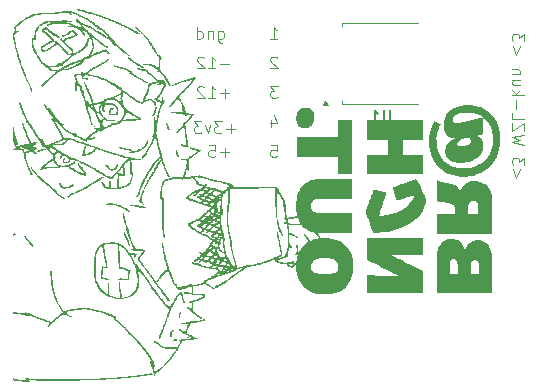
<source format=gbr>
%TF.GenerationSoftware,KiCad,Pcbnew,8.0.4*%
%TF.CreationDate,2024-08-16T22:25:58+02:00*%
%TF.ProjectId,breakout_pwr,62726561-6b6f-4757-945f-7077722e6b69,rev?*%
%TF.SameCoordinates,Original*%
%TF.FileFunction,Legend,Bot*%
%TF.FilePolarity,Positive*%
%FSLAX46Y46*%
G04 Gerber Fmt 4.6, Leading zero omitted, Abs format (unit mm)*
G04 Created by KiCad (PCBNEW 8.0.4) date 2024-08-16 22:25:58*
%MOMM*%
%LPD*%
G01*
G04 APERTURE LIST*
%ADD10C,0.100000*%
%ADD11C,0.150000*%
%ADD12C,0.000000*%
%ADD13C,0.120000*%
G04 APERTURE END LIST*
D10*
X153291353Y-47872419D02*
X152672306Y-47872419D01*
X152672306Y-47872419D02*
X153005639Y-48253371D01*
X153005639Y-48253371D02*
X152862782Y-48253371D01*
X152862782Y-48253371D02*
X152767544Y-48300990D01*
X152767544Y-48300990D02*
X152719925Y-48348609D01*
X152719925Y-48348609D02*
X152672306Y-48443847D01*
X152672306Y-48443847D02*
X152672306Y-48681942D01*
X152672306Y-48681942D02*
X152719925Y-48777180D01*
X152719925Y-48777180D02*
X152767544Y-48824800D01*
X152767544Y-48824800D02*
X152862782Y-48872419D01*
X152862782Y-48872419D02*
X153148496Y-48872419D01*
X153148496Y-48872419D02*
X153243734Y-48824800D01*
X153243734Y-48824800D02*
X153291353Y-48777180D01*
X153243734Y-45467657D02*
X153196115Y-45420038D01*
X153196115Y-45420038D02*
X153100877Y-45372419D01*
X153100877Y-45372419D02*
X152862782Y-45372419D01*
X152862782Y-45372419D02*
X152767544Y-45420038D01*
X152767544Y-45420038D02*
X152719925Y-45467657D01*
X152719925Y-45467657D02*
X152672306Y-45562895D01*
X152672306Y-45562895D02*
X152672306Y-45658133D01*
X152672306Y-45658133D02*
X152719925Y-45800990D01*
X152719925Y-45800990D02*
X153291353Y-46372419D01*
X153291353Y-46372419D02*
X152672306Y-46372419D01*
X149696115Y-51491466D02*
X148934211Y-51491466D01*
X149315163Y-51872419D02*
X149315163Y-51110514D01*
X148553258Y-50872419D02*
X147934211Y-50872419D01*
X147934211Y-50872419D02*
X148267544Y-51253371D01*
X148267544Y-51253371D02*
X148124687Y-51253371D01*
X148124687Y-51253371D02*
X148029449Y-51300990D01*
X148029449Y-51300990D02*
X147981830Y-51348609D01*
X147981830Y-51348609D02*
X147934211Y-51443847D01*
X147934211Y-51443847D02*
X147934211Y-51681942D01*
X147934211Y-51681942D02*
X147981830Y-51777180D01*
X147981830Y-51777180D02*
X148029449Y-51824800D01*
X148029449Y-51824800D02*
X148124687Y-51872419D01*
X148124687Y-51872419D02*
X148410401Y-51872419D01*
X148410401Y-51872419D02*
X148505639Y-51824800D01*
X148505639Y-51824800D02*
X148553258Y-51777180D01*
X147600877Y-51205752D02*
X147362782Y-51872419D01*
X147362782Y-51872419D02*
X147124687Y-51205752D01*
X146838972Y-50872419D02*
X146219925Y-50872419D01*
X146219925Y-50872419D02*
X146553258Y-51253371D01*
X146553258Y-51253371D02*
X146410401Y-51253371D01*
X146410401Y-51253371D02*
X146315163Y-51300990D01*
X146315163Y-51300990D02*
X146267544Y-51348609D01*
X146267544Y-51348609D02*
X146219925Y-51443847D01*
X146219925Y-51443847D02*
X146219925Y-51681942D01*
X146219925Y-51681942D02*
X146267544Y-51777180D01*
X146267544Y-51777180D02*
X146315163Y-51824800D01*
X146315163Y-51824800D02*
X146410401Y-51872419D01*
X146410401Y-51872419D02*
X146696115Y-51872419D01*
X146696115Y-51872419D02*
X146791353Y-51824800D01*
X146791353Y-51824800D02*
X146838972Y-51777180D01*
X148267544Y-43205752D02*
X148267544Y-44015276D01*
X148267544Y-44015276D02*
X148315163Y-44110514D01*
X148315163Y-44110514D02*
X148362782Y-44158133D01*
X148362782Y-44158133D02*
X148458020Y-44205752D01*
X148458020Y-44205752D02*
X148600877Y-44205752D01*
X148600877Y-44205752D02*
X148696115Y-44158133D01*
X148267544Y-43824800D02*
X148362782Y-43872419D01*
X148362782Y-43872419D02*
X148553258Y-43872419D01*
X148553258Y-43872419D02*
X148648496Y-43824800D01*
X148648496Y-43824800D02*
X148696115Y-43777180D01*
X148696115Y-43777180D02*
X148743734Y-43681942D01*
X148743734Y-43681942D02*
X148743734Y-43396228D01*
X148743734Y-43396228D02*
X148696115Y-43300990D01*
X148696115Y-43300990D02*
X148648496Y-43253371D01*
X148648496Y-43253371D02*
X148553258Y-43205752D01*
X148553258Y-43205752D02*
X148362782Y-43205752D01*
X148362782Y-43205752D02*
X148267544Y-43253371D01*
X147791353Y-43205752D02*
X147791353Y-43872419D01*
X147791353Y-43300990D02*
X147743734Y-43253371D01*
X147743734Y-43253371D02*
X147648496Y-43205752D01*
X147648496Y-43205752D02*
X147505639Y-43205752D01*
X147505639Y-43205752D02*
X147410401Y-43253371D01*
X147410401Y-43253371D02*
X147362782Y-43348609D01*
X147362782Y-43348609D02*
X147362782Y-43872419D01*
X146458020Y-43872419D02*
X146458020Y-42872419D01*
X146458020Y-43824800D02*
X146553258Y-43872419D01*
X146553258Y-43872419D02*
X146743734Y-43872419D01*
X146743734Y-43872419D02*
X146838972Y-43824800D01*
X146838972Y-43824800D02*
X146886591Y-43777180D01*
X146886591Y-43777180D02*
X146934210Y-43681942D01*
X146934210Y-43681942D02*
X146934210Y-43396228D01*
X146934210Y-43396228D02*
X146886591Y-43300990D01*
X146886591Y-43300990D02*
X146838972Y-43253371D01*
X146838972Y-43253371D02*
X146743734Y-43205752D01*
X146743734Y-43205752D02*
X146553258Y-43205752D01*
X146553258Y-43205752D02*
X146458020Y-43253371D01*
X173794247Y-54934211D02*
X173508533Y-55696115D01*
X173508533Y-55696115D02*
X173222819Y-54934211D01*
X174127580Y-54553258D02*
X174127580Y-53934211D01*
X174127580Y-53934211D02*
X173746628Y-54267544D01*
X173746628Y-54267544D02*
X173746628Y-54124687D01*
X173746628Y-54124687D02*
X173699009Y-54029449D01*
X173699009Y-54029449D02*
X173651390Y-53981830D01*
X173651390Y-53981830D02*
X173556152Y-53934211D01*
X173556152Y-53934211D02*
X173318057Y-53934211D01*
X173318057Y-53934211D02*
X173222819Y-53981830D01*
X173222819Y-53981830D02*
X173175200Y-54029449D01*
X173175200Y-54029449D02*
X173127580Y-54124687D01*
X173127580Y-54124687D02*
X173127580Y-54410401D01*
X173127580Y-54410401D02*
X173175200Y-54505639D01*
X173175200Y-54505639D02*
X173222819Y-54553258D01*
X174127580Y-52838972D02*
X173127580Y-52600877D01*
X173127580Y-52600877D02*
X173841866Y-52410401D01*
X173841866Y-52410401D02*
X173127580Y-52219925D01*
X173127580Y-52219925D02*
X174127580Y-51981830D01*
X174127580Y-51696115D02*
X174127580Y-51029449D01*
X174127580Y-51029449D02*
X173127580Y-51696115D01*
X173127580Y-51696115D02*
X173127580Y-51029449D01*
X173127580Y-50172306D02*
X173127580Y-50648496D01*
X173127580Y-50648496D02*
X174127580Y-50648496D01*
X173508533Y-49838972D02*
X173508533Y-49077068D01*
X173127580Y-48600877D02*
X174127580Y-48600877D01*
X173508533Y-48505639D02*
X173127580Y-48219925D01*
X173794247Y-48219925D02*
X173413295Y-48600877D01*
X173794247Y-47362782D02*
X173127580Y-47362782D01*
X173794247Y-47791353D02*
X173270438Y-47791353D01*
X173270438Y-47791353D02*
X173175200Y-47743734D01*
X173175200Y-47743734D02*
X173127580Y-47648496D01*
X173127580Y-47648496D02*
X173127580Y-47505639D01*
X173127580Y-47505639D02*
X173175200Y-47410401D01*
X173175200Y-47410401D02*
X173222819Y-47362782D01*
X173794247Y-46886591D02*
X173127580Y-46886591D01*
X173699009Y-46886591D02*
X173746628Y-46838972D01*
X173746628Y-46838972D02*
X173794247Y-46743734D01*
X173794247Y-46743734D02*
X173794247Y-46600877D01*
X173794247Y-46600877D02*
X173746628Y-46505639D01*
X173746628Y-46505639D02*
X173651390Y-46458020D01*
X173651390Y-46458020D02*
X173127580Y-46458020D01*
X173794247Y-44458020D02*
X173508533Y-45219924D01*
X173508533Y-45219924D02*
X173222819Y-44458020D01*
X174127580Y-44077067D02*
X174127580Y-43458020D01*
X174127580Y-43458020D02*
X173746628Y-43791353D01*
X173746628Y-43791353D02*
X173746628Y-43648496D01*
X173746628Y-43648496D02*
X173699009Y-43553258D01*
X173699009Y-43553258D02*
X173651390Y-43505639D01*
X173651390Y-43505639D02*
X173556152Y-43458020D01*
X173556152Y-43458020D02*
X173318057Y-43458020D01*
X173318057Y-43458020D02*
X173222819Y-43505639D01*
X173222819Y-43505639D02*
X173175200Y-43553258D01*
X173175200Y-43553258D02*
X173127580Y-43648496D01*
X173127580Y-43648496D02*
X173127580Y-43934210D01*
X173127580Y-43934210D02*
X173175200Y-44029448D01*
X173175200Y-44029448D02*
X173222819Y-44077067D01*
X149196115Y-45991466D02*
X148434211Y-45991466D01*
X147434211Y-46372419D02*
X148005639Y-46372419D01*
X147719925Y-46372419D02*
X147719925Y-45372419D01*
X147719925Y-45372419D02*
X147815163Y-45515276D01*
X147815163Y-45515276D02*
X147910401Y-45610514D01*
X147910401Y-45610514D02*
X148005639Y-45658133D01*
X147053258Y-45467657D02*
X147005639Y-45420038D01*
X147005639Y-45420038D02*
X146910401Y-45372419D01*
X146910401Y-45372419D02*
X146672306Y-45372419D01*
X146672306Y-45372419D02*
X146577068Y-45420038D01*
X146577068Y-45420038D02*
X146529449Y-45467657D01*
X146529449Y-45467657D02*
X146481830Y-45562895D01*
X146481830Y-45562895D02*
X146481830Y-45658133D01*
X146481830Y-45658133D02*
X146529449Y-45800990D01*
X146529449Y-45800990D02*
X147100877Y-46372419D01*
X147100877Y-46372419D02*
X146481830Y-46372419D01*
X152719925Y-52872419D02*
X153196115Y-52872419D01*
X153196115Y-52872419D02*
X153243734Y-53348609D01*
X153243734Y-53348609D02*
X153196115Y-53300990D01*
X153196115Y-53300990D02*
X153100877Y-53253371D01*
X153100877Y-53253371D02*
X152862782Y-53253371D01*
X152862782Y-53253371D02*
X152767544Y-53300990D01*
X152767544Y-53300990D02*
X152719925Y-53348609D01*
X152719925Y-53348609D02*
X152672306Y-53443847D01*
X152672306Y-53443847D02*
X152672306Y-53681942D01*
X152672306Y-53681942D02*
X152719925Y-53777180D01*
X152719925Y-53777180D02*
X152767544Y-53824800D01*
X152767544Y-53824800D02*
X152862782Y-53872419D01*
X152862782Y-53872419D02*
X153100877Y-53872419D01*
X153100877Y-53872419D02*
X153196115Y-53824800D01*
X153196115Y-53824800D02*
X153243734Y-53777180D01*
X152672306Y-43872419D02*
X153243734Y-43872419D01*
X152958020Y-43872419D02*
X152958020Y-42872419D01*
X152958020Y-42872419D02*
X153053258Y-43015276D01*
X153053258Y-43015276D02*
X153148496Y-43110514D01*
X153148496Y-43110514D02*
X153243734Y-43158133D01*
X152767544Y-50705752D02*
X152767544Y-51372419D01*
X153005639Y-50324800D02*
X153243734Y-51039085D01*
X153243734Y-51039085D02*
X152624687Y-51039085D01*
X149196115Y-53491466D02*
X148434211Y-53491466D01*
X148815163Y-53872419D02*
X148815163Y-53110514D01*
X147481830Y-52872419D02*
X147958020Y-52872419D01*
X147958020Y-52872419D02*
X148005639Y-53348609D01*
X148005639Y-53348609D02*
X147958020Y-53300990D01*
X147958020Y-53300990D02*
X147862782Y-53253371D01*
X147862782Y-53253371D02*
X147624687Y-53253371D01*
X147624687Y-53253371D02*
X147529449Y-53300990D01*
X147529449Y-53300990D02*
X147481830Y-53348609D01*
X147481830Y-53348609D02*
X147434211Y-53443847D01*
X147434211Y-53443847D02*
X147434211Y-53681942D01*
X147434211Y-53681942D02*
X147481830Y-53777180D01*
X147481830Y-53777180D02*
X147529449Y-53824800D01*
X147529449Y-53824800D02*
X147624687Y-53872419D01*
X147624687Y-53872419D02*
X147862782Y-53872419D01*
X147862782Y-53872419D02*
X147958020Y-53824800D01*
X147958020Y-53824800D02*
X148005639Y-53777180D01*
X149196115Y-48491466D02*
X148434211Y-48491466D01*
X148815163Y-48872419D02*
X148815163Y-48110514D01*
X147434211Y-48872419D02*
X148005639Y-48872419D01*
X147719925Y-48872419D02*
X147719925Y-47872419D01*
X147719925Y-47872419D02*
X147815163Y-48015276D01*
X147815163Y-48015276D02*
X147910401Y-48110514D01*
X147910401Y-48110514D02*
X148005639Y-48158133D01*
X147053258Y-47967657D02*
X147005639Y-47920038D01*
X147005639Y-47920038D02*
X146910401Y-47872419D01*
X146910401Y-47872419D02*
X146672306Y-47872419D01*
X146672306Y-47872419D02*
X146577068Y-47920038D01*
X146577068Y-47920038D02*
X146529449Y-47967657D01*
X146529449Y-47967657D02*
X146481830Y-48062895D01*
X146481830Y-48062895D02*
X146481830Y-48158133D01*
X146481830Y-48158133D02*
X146529449Y-48300990D01*
X146529449Y-48300990D02*
X147100877Y-48872419D01*
X147100877Y-48872419D02*
X146481830Y-48872419D01*
D11*
X162826904Y-49929819D02*
X162826904Y-50739342D01*
X162826904Y-50739342D02*
X162779285Y-50834580D01*
X162779285Y-50834580D02*
X162731666Y-50882200D01*
X162731666Y-50882200D02*
X162636428Y-50929819D01*
X162636428Y-50929819D02*
X162445952Y-50929819D01*
X162445952Y-50929819D02*
X162350714Y-50882200D01*
X162350714Y-50882200D02*
X162303095Y-50834580D01*
X162303095Y-50834580D02*
X162255476Y-50739342D01*
X162255476Y-50739342D02*
X162255476Y-49929819D01*
X161255476Y-50929819D02*
X161826904Y-50929819D01*
X161541190Y-50929819D02*
X161541190Y-49929819D01*
X161541190Y-49929819D02*
X161636428Y-50072676D01*
X161636428Y-50072676D02*
X161731666Y-50167914D01*
X161731666Y-50167914D02*
X161826904Y-50215533D01*
D12*
%TO.C,potemkin*%
G36*
X135142176Y-48358271D02*
G01*
X135123249Y-48377198D01*
X135104322Y-48358271D01*
X135123249Y-48339344D01*
X135142176Y-48358271D01*
G37*
G36*
X136050671Y-41923100D02*
G01*
X136031744Y-41942027D01*
X136012817Y-41923100D01*
X136031744Y-41904173D01*
X136050671Y-41923100D01*
G37*
G36*
X140895976Y-46352012D02*
G01*
X140877049Y-46370939D01*
X140858122Y-46352012D01*
X140877049Y-46333085D01*
X140895976Y-46352012D01*
G37*
G36*
X141804471Y-46957675D02*
G01*
X141785544Y-46976602D01*
X141766617Y-46957675D01*
X141785544Y-46938748D01*
X141804471Y-46957675D01*
G37*
G36*
X137892730Y-47307824D02*
G01*
X137897730Y-47324959D01*
X137892730Y-47402459D01*
X137879586Y-47408880D01*
X137873637Y-47355141D01*
X137878914Y-47303069D01*
X137892730Y-47307824D01*
G37*
G36*
X138844380Y-45372527D02*
G01*
X138839868Y-45431688D01*
X138826242Y-45449209D01*
X138816997Y-45408818D01*
X138819674Y-45370424D01*
X138836879Y-45359134D01*
X138844380Y-45372527D01*
G37*
G36*
X137799418Y-51222326D02*
G01*
X137829806Y-51268975D01*
X137823334Y-51295834D01*
X137773025Y-51343495D01*
X137734584Y-51344994D01*
X137716244Y-51290764D01*
X137726761Y-51247676D01*
X137773025Y-51216244D01*
X137799418Y-51222326D01*
G37*
G36*
X145783132Y-69132865D02*
G01*
X145816990Y-69177943D01*
X145793585Y-69217795D01*
X145703428Y-69234724D01*
X145623724Y-69223022D01*
X145589866Y-69177943D01*
X145613270Y-69138091D01*
X145703428Y-69121162D01*
X145783132Y-69132865D01*
G37*
G36*
X131090199Y-60365313D02*
G01*
X131093763Y-60412506D01*
X131055320Y-60469454D01*
X130978242Y-60516729D01*
X130903682Y-60540765D01*
X130870759Y-60528652D01*
X130864680Y-60468247D01*
X130871430Y-60409160D01*
X130893070Y-60376383D01*
X130928060Y-60371322D01*
X131006632Y-60353041D01*
X131041260Y-60347302D01*
X131090199Y-60365313D01*
G37*
G36*
X144704518Y-69314066D02*
G01*
X144774671Y-69331506D01*
X144794933Y-69367213D01*
X144782822Y-69396870D01*
X144724688Y-69417915D01*
X144605663Y-69423994D01*
X144506808Y-69420361D01*
X144436656Y-69402920D01*
X144416394Y-69367213D01*
X144428505Y-69337556D01*
X144486639Y-69316511D01*
X144605663Y-69310432D01*
X144704518Y-69314066D01*
G37*
G36*
X155951174Y-61353870D02*
G01*
X155967678Y-61432006D01*
X155956650Y-61536504D01*
X155920330Y-61646210D01*
X155860956Y-61739970D01*
X155840735Y-61761618D01*
X155765237Y-61826918D01*
X155709540Y-61853204D01*
X155677468Y-61843493D01*
X155660708Y-61791462D01*
X155687229Y-61710249D01*
X155753651Y-61617882D01*
X155761425Y-61609175D01*
X155823024Y-61512101D01*
X155848286Y-61419536D01*
X155859454Y-61356244D01*
X155905067Y-61323249D01*
X155951174Y-61353870D01*
G37*
G36*
X145069562Y-66963506D02*
G01*
X145125042Y-66989151D01*
X145128723Y-67047476D01*
X145078838Y-67114903D01*
X145073552Y-67119781D01*
X145035440Y-67203798D01*
X145022057Y-67346662D01*
X145018745Y-67439163D01*
X145001378Y-67510586D01*
X144965276Y-67531296D01*
X144954649Y-67530130D01*
X144926756Y-67502775D01*
X144912497Y-67428399D01*
X144908495Y-67292817D01*
X144912604Y-67175005D01*
X144936752Y-67050834D01*
X144986770Y-66983659D01*
X145067481Y-66963487D01*
X145069562Y-66963506D01*
G37*
G36*
X143018194Y-49627833D02*
G01*
X143043526Y-49641935D01*
X143047807Y-49683847D01*
X143031777Y-49768742D01*
X142996177Y-49911793D01*
X142949031Y-50073809D01*
X142881160Y-50241347D01*
X142811011Y-50346808D01*
X142742212Y-50383457D01*
X142693739Y-50374551D01*
X142680237Y-50338914D01*
X142704458Y-50264091D01*
X142767694Y-50137633D01*
X142793325Y-50085022D01*
X142850849Y-49933961D01*
X142885554Y-49794944D01*
X142902183Y-49709382D01*
X142933231Y-49644357D01*
X142982242Y-49626378D01*
X143018194Y-49627833D01*
G37*
G36*
X143941135Y-51023972D02*
G01*
X143995908Y-51131073D01*
X144012278Y-51177962D01*
X144076983Y-51348336D01*
X144125997Y-51448474D01*
X144160656Y-51481222D01*
X144177259Y-51495364D01*
X144189270Y-51556930D01*
X144178677Y-51601138D01*
X144133362Y-51632638D01*
X144103357Y-51624453D01*
X144032130Y-51557438D01*
X143955601Y-51431321D01*
X143880609Y-51256288D01*
X143879617Y-51253581D01*
X143833423Y-51117698D01*
X143817954Y-51037296D01*
X143833121Y-50998922D01*
X143878834Y-50989121D01*
X143941135Y-51023972D01*
G37*
G36*
X144468939Y-68517938D02*
G01*
X144522469Y-68550853D01*
X144520599Y-68603120D01*
X144459992Y-68646165D01*
X144450475Y-68649671D01*
X144374605Y-68717955D01*
X144322313Y-68838291D01*
X144302832Y-68990455D01*
X144302794Y-68995849D01*
X144283939Y-69089676D01*
X144237921Y-69125562D01*
X144175458Y-69094732D01*
X144165021Y-69057841D01*
X144166845Y-68966337D01*
X144182037Y-68849688D01*
X144206873Y-68734653D01*
X144237629Y-68647988D01*
X144255570Y-68615871D01*
X144332413Y-68538719D01*
X144444784Y-68516079D01*
X144468939Y-68517938D01*
G37*
G36*
X144777404Y-53282550D02*
G01*
X144794933Y-53369297D01*
X144795023Y-53376052D01*
X144811748Y-53484784D01*
X144849759Y-53606330D01*
X144898091Y-53711482D01*
X144945775Y-53771031D01*
X144961783Y-53786153D01*
X144984203Y-53851961D01*
X144979979Y-53878498D01*
X144941543Y-53906113D01*
X144878030Y-53889089D01*
X144807906Y-53835260D01*
X144749638Y-53752459D01*
X144743527Y-53739375D01*
X144705469Y-53622466D01*
X144685416Y-53495283D01*
X144683855Y-53378653D01*
X144701272Y-53293403D01*
X144738152Y-53260358D01*
X144777404Y-53282550D01*
G37*
G36*
X133692120Y-53201691D02*
G01*
X133703726Y-53236743D01*
X133680101Y-53281855D01*
X133594787Y-53298212D01*
X133591732Y-53298231D01*
X133478192Y-53314129D01*
X133358200Y-53350757D01*
X133336644Y-53359149D01*
X133204624Y-53399883D01*
X133066141Y-53430389D01*
X133041627Y-53434334D01*
X132952282Y-53443751D01*
X132915836Y-53430959D01*
X132914725Y-53391441D01*
X132924730Y-53370740D01*
X132997096Y-53318783D01*
X133126684Y-53269605D01*
X133300361Y-53227535D01*
X133504993Y-53196900D01*
X133547441Y-53192550D01*
X133645784Y-53188114D01*
X133692120Y-53201691D01*
G37*
G36*
X140040553Y-53058714D02*
G01*
X140167388Y-53083052D01*
X140309240Y-53109504D01*
X140387819Y-53124053D01*
X140610174Y-53167338D01*
X140769513Y-53202850D01*
X140875022Y-53233105D01*
X140935888Y-53260613D01*
X140961297Y-53287890D01*
X140967950Y-53308501D01*
X140959736Y-53355436D01*
X140897424Y-53364535D01*
X140774310Y-53337577D01*
X140671001Y-53312803D01*
X140512079Y-53282738D01*
X140349118Y-53258431D01*
X140209194Y-53237100D01*
X140072369Y-53208905D01*
X139980042Y-53181568D01*
X139901131Y-53132997D01*
X139871989Y-53081579D01*
X139897530Y-53046792D01*
X139978018Y-53046223D01*
X140040553Y-53058714D01*
G37*
G36*
X155608166Y-60398510D02*
G01*
X155701272Y-60467482D01*
X155803004Y-60566802D01*
X155895583Y-60678851D01*
X155961230Y-60786011D01*
X156003342Y-60873491D01*
X156061094Y-60988404D01*
X156064987Y-60996107D01*
X156102198Y-61105038D01*
X156112975Y-61211069D01*
X156097632Y-61291405D01*
X156056483Y-61323249D01*
X156024882Y-61311261D01*
X155999702Y-61252870D01*
X155997496Y-61229780D01*
X155962594Y-61123514D01*
X155894774Y-60986861D01*
X155806382Y-60840765D01*
X155709762Y-60706171D01*
X155617260Y-60604024D01*
X155549372Y-60537504D01*
X155483528Y-60449068D01*
X155483089Y-60395139D01*
X155548414Y-60376900D01*
X155608166Y-60398510D01*
G37*
G36*
X131930733Y-60533603D02*
G01*
X131963133Y-60556706D01*
X131964876Y-60564895D01*
X132004017Y-60629702D01*
X132090814Y-60739969D01*
X132220202Y-60889540D01*
X132387120Y-61072259D01*
X132456194Y-61150404D01*
X132551402Y-61279818D01*
X132601433Y-61382533D01*
X132602880Y-61450248D01*
X132552335Y-61474665D01*
X132529540Y-61471627D01*
X132486090Y-61439381D01*
X132480566Y-61429520D01*
X132435505Y-61370310D01*
X132356622Y-61276092D01*
X132256581Y-61162165D01*
X132235936Y-61139032D01*
X132117761Y-61003279D01*
X132007954Y-60872307D01*
X131927952Y-60771592D01*
X131871554Y-60692081D01*
X131822280Y-60597413D01*
X131827654Y-60544668D01*
X131886736Y-60528316D01*
X131930733Y-60533603D01*
G37*
G36*
X130945329Y-72629213D02*
G01*
X131055161Y-72663358D01*
X131209573Y-72707167D01*
X131389563Y-72755141D01*
X131445794Y-72765611D01*
X131581588Y-72779719D01*
X131753818Y-72789400D01*
X131938446Y-72792995D01*
X132074965Y-72793732D01*
X132210171Y-72798154D01*
X132291210Y-72808217D01*
X132330632Y-72825781D01*
X132340984Y-72852709D01*
X132339419Y-72865092D01*
X132321413Y-72885134D01*
X132273942Y-72897146D01*
X132185474Y-72902092D01*
X132044477Y-72900937D01*
X131839419Y-72894643D01*
X131551445Y-72880293D01*
X131282802Y-72855277D01*
X131078003Y-72820482D01*
X130930924Y-72775102D01*
X130894571Y-72747348D01*
X130864680Y-72672229D01*
X130873151Y-72629874D01*
X130911997Y-72617039D01*
X130945329Y-72629213D01*
G37*
G36*
X141075782Y-57937517D02*
G01*
X141246997Y-57955831D01*
X141443107Y-57984056D01*
X141608087Y-58014804D01*
X141723965Y-58037668D01*
X141869217Y-58059410D01*
X141977163Y-58067809D01*
X141985118Y-58067855D01*
X142078018Y-58082243D01*
X142107303Y-58124590D01*
X142106723Y-58130054D01*
X142064423Y-58163642D01*
X141966615Y-58179889D01*
X141829448Y-58178796D01*
X141669073Y-58160363D01*
X141501639Y-58124590D01*
X141423781Y-58106186D01*
X141262059Y-58078899D01*
X141123100Y-58067742D01*
X141082892Y-58066948D01*
X140958768Y-58058465D01*
X140867586Y-58043950D01*
X140814402Y-58017810D01*
X140782414Y-57967181D01*
X140791908Y-57943230D01*
X140834625Y-57928839D01*
X140924626Y-57927402D01*
X141075782Y-57937517D01*
G37*
G36*
X140321000Y-60160909D02*
G01*
X140362826Y-60225877D01*
X140402126Y-60329583D01*
X140416726Y-60375993D01*
X140471437Y-60520424D01*
X140529040Y-60641878D01*
X140546632Y-60674672D01*
X140609915Y-60810814D01*
X140673234Y-60969250D01*
X140728490Y-61127294D01*
X140767583Y-61262264D01*
X140782414Y-61351475D01*
X140771609Y-61404458D01*
X140725633Y-61436811D01*
X140699236Y-61430695D01*
X140668853Y-61383814D01*
X140662731Y-61354278D01*
X140632062Y-61262355D01*
X140581755Y-61129480D01*
X140518743Y-60972752D01*
X140449960Y-60809270D01*
X140382339Y-60656130D01*
X140322813Y-60530431D01*
X140305869Y-60493315D01*
X140268770Y-60374398D01*
X140254788Y-60263556D01*
X140265123Y-60181708D01*
X140300976Y-60149776D01*
X140321000Y-60160909D01*
G37*
G36*
X154912636Y-61285399D02*
G01*
X154972987Y-61321158D01*
X155018471Y-61417326D01*
X155044725Y-61559474D01*
X155047386Y-61733173D01*
X155034426Y-61959122D01*
X155136645Y-61906163D01*
X155250052Y-61861440D01*
X155327861Y-61860973D01*
X155356185Y-61906388D01*
X155353458Y-61918346D01*
X155306467Y-61973350D01*
X155219447Y-62037324D01*
X155116316Y-62096145D01*
X155020994Y-62135691D01*
X154957400Y-62141841D01*
X154931347Y-62136586D01*
X154881989Y-62157689D01*
X154858062Y-62177306D01*
X154786142Y-62193890D01*
X154761383Y-62192094D01*
X154717640Y-62159974D01*
X154736246Y-62090242D01*
X154816703Y-61986284D01*
X154841409Y-61956597D01*
X154904072Y-61819907D01*
X154917676Y-61639805D01*
X154883126Y-61408420D01*
X154874290Y-61363363D01*
X154876028Y-61301939D01*
X154911976Y-61285395D01*
X154912636Y-61285399D01*
G37*
G36*
X139748994Y-54498046D02*
G01*
X139758003Y-54574464D01*
X139736981Y-54683642D01*
X139687350Y-54807077D01*
X139668616Y-54841456D01*
X139586137Y-54938515D01*
X139465298Y-54994838D01*
X139366315Y-55021536D01*
X139254220Y-55034111D01*
X139157821Y-55010196D01*
X139055280Y-54942950D01*
X138924761Y-54825534D01*
X138893374Y-54795095D01*
X138795065Y-54692369D01*
X138726320Y-54608949D01*
X138700447Y-54560557D01*
X138701572Y-54545281D01*
X138733977Y-54509381D01*
X138805591Y-54527644D01*
X138908940Y-54596679D01*
X139036547Y-54713091D01*
X139110414Y-54787202D01*
X139189349Y-54858921D01*
X139246837Y-54891453D01*
X139301662Y-54893859D01*
X139372610Y-54875200D01*
X139457955Y-54838292D01*
X139525226Y-54771189D01*
X139586685Y-54653612D01*
X139619230Y-54587034D01*
X139672233Y-54504993D01*
X139713040Y-54472576D01*
X139748994Y-54498046D01*
G37*
G36*
X134890670Y-56036837D02*
G01*
X134915052Y-56096709D01*
X134926687Y-56145897D01*
X134986502Y-56241719D01*
X135077536Y-56337308D01*
X135177503Y-56410740D01*
X135264114Y-56440089D01*
X135279847Y-56439302D01*
X135373678Y-56421391D01*
X135498648Y-56385510D01*
X135633908Y-56339190D01*
X135758610Y-56289962D01*
X135851905Y-56245359D01*
X135892946Y-56212912D01*
X135901217Y-56195250D01*
X135944954Y-56172392D01*
X135991286Y-56199673D01*
X136012817Y-56265154D01*
X135992004Y-56338336D01*
X135908718Y-56395556D01*
X135683206Y-56475492D01*
X135451662Y-56534611D01*
X135258200Y-56553651D01*
X135229975Y-56553439D01*
X135117745Y-56542007D01*
X135032564Y-56501851D01*
X134937765Y-56417377D01*
X134883155Y-56358561D01*
X134819603Y-56257560D01*
X134801490Y-56152399D01*
X134801512Y-56146978D01*
X134815706Y-56053331D01*
X134858271Y-56023696D01*
X134890670Y-56036837D01*
G37*
G36*
X143603777Y-57164009D02*
G01*
X143615206Y-57209037D01*
X143623498Y-57305659D01*
X143628779Y-57458690D01*
X143631179Y-57672943D01*
X143630824Y-57953234D01*
X143627842Y-58304377D01*
X143625563Y-58619658D01*
X143627818Y-59086989D01*
X143638055Y-59500772D01*
X143656845Y-59874594D01*
X143684757Y-60222043D01*
X143722361Y-60556706D01*
X143729897Y-60638006D01*
X143721426Y-60700410D01*
X143687572Y-60717586D01*
X143675788Y-60713077D01*
X143640984Y-60653994D01*
X143606719Y-60536451D01*
X143575593Y-60373192D01*
X143550205Y-60176962D01*
X143533155Y-59960507D01*
X143533125Y-59959942D01*
X143528323Y-59833500D01*
X143524285Y-59653962D01*
X143521014Y-59432063D01*
X143518516Y-59178536D01*
X143516798Y-58904113D01*
X143515864Y-58619528D01*
X143515720Y-58335515D01*
X143516372Y-58062806D01*
X143517825Y-57812134D01*
X143520084Y-57594233D01*
X143523156Y-57419836D01*
X143527045Y-57299676D01*
X143531758Y-57244486D01*
X143555542Y-57191183D01*
X143597485Y-57159295D01*
X143603777Y-57164009D01*
G37*
G36*
X142308732Y-52438505D02*
G01*
X142330554Y-52498771D01*
X142319220Y-52598775D01*
X142279844Y-52723732D01*
X142217544Y-52858855D01*
X142137437Y-52989359D01*
X142044639Y-53100459D01*
X141916089Y-53215250D01*
X141642510Y-53388103D01*
X141339993Y-53491173D01*
X141006400Y-53525335D01*
X140876384Y-53523613D01*
X140773129Y-53515320D01*
X140721065Y-53497818D01*
X140706706Y-53468554D01*
X140708106Y-53457024D01*
X140736314Y-53429664D01*
X140811602Y-53415691D01*
X140948134Y-53411773D01*
X141052213Y-53407248D01*
X141212001Y-53385420D01*
X141336137Y-53351071D01*
X141406804Y-53321547D01*
X141587295Y-53242126D01*
X141711909Y-53178744D01*
X141792574Y-53124857D01*
X141841218Y-53073918D01*
X141888330Y-53023497D01*
X141945316Y-52995380D01*
X141963782Y-52992384D01*
X141993741Y-52955943D01*
X142009995Y-52912879D01*
X142061114Y-52844190D01*
X142079872Y-52819966D01*
X142131985Y-52720726D01*
X142174530Y-52599722D01*
X142184962Y-52563926D01*
X142229680Y-52463521D01*
X142277500Y-52427571D01*
X142308732Y-52438505D01*
G37*
G36*
X139277334Y-57809797D02*
G01*
X139437660Y-57827708D01*
X139578705Y-57855815D01*
X139740141Y-57902477D01*
X139921567Y-57962989D01*
X140086570Y-58025563D01*
X140216248Y-58082984D01*
X140291698Y-58128034D01*
X140298541Y-58133676D01*
X140377994Y-58185449D01*
X140480968Y-58239320D01*
X140631119Y-58311833D01*
X140742898Y-58374995D01*
X140802600Y-58424581D01*
X140820268Y-58467341D01*
X140811890Y-58494799D01*
X140758632Y-58522057D01*
X140740255Y-58518971D01*
X140658538Y-58487955D01*
X140543247Y-58432811D01*
X140416250Y-58364991D01*
X140299414Y-58295948D01*
X140214605Y-58237134D01*
X140211760Y-58234915D01*
X140135645Y-58192879D01*
X140009950Y-58138650D01*
X139856353Y-58080471D01*
X139696531Y-58026585D01*
X139552161Y-57985235D01*
X139539118Y-57982162D01*
X139418377Y-57961398D01*
X139257805Y-57942072D01*
X139088450Y-57928015D01*
X138999382Y-57921658D01*
X138868382Y-57906029D01*
X138797465Y-57884861D01*
X138776155Y-57855728D01*
X138785518Y-57840140D01*
X138851818Y-57817253D01*
X138967297Y-57804568D01*
X139114841Y-57802083D01*
X139277334Y-57809797D01*
G37*
G36*
X140756513Y-45468111D02*
G01*
X140812904Y-45500681D01*
X140858122Y-45534416D01*
X140898500Y-45564169D01*
X140975996Y-45608096D01*
X141065993Y-45664040D01*
X141165266Y-45742474D01*
X141244902Y-45808506D01*
X141312370Y-45852155D01*
X141317753Y-45854681D01*
X141400146Y-45899217D01*
X141485804Y-45952511D01*
X141539493Y-45992754D01*
X141593887Y-46035229D01*
X141683362Y-46093912D01*
X141783322Y-46153942D01*
X141869399Y-46200689D01*
X141917221Y-46219523D01*
X141935017Y-46225936D01*
X141955887Y-46276304D01*
X141955289Y-46285942D01*
X141919830Y-46327839D01*
X141838037Y-46325990D01*
X141721675Y-46282780D01*
X141582508Y-46200596D01*
X141490823Y-46140453D01*
X141400827Y-46088210D01*
X141351136Y-46068107D01*
X141341085Y-46066767D01*
X141312370Y-46029033D01*
X141298555Y-46001228D01*
X141238587Y-45962666D01*
X141234018Y-45960892D01*
X141151781Y-45915567D01*
X141058780Y-45848382D01*
X141012940Y-45812894D01*
X140897425Y-45731367D01*
X140772951Y-45650605D01*
X140718557Y-45614066D01*
X140632452Y-45537006D01*
X140592203Y-45472859D01*
X140598801Y-45432646D01*
X140653240Y-45427389D01*
X140756513Y-45468111D01*
G37*
G36*
X156942101Y-60873516D02*
G01*
X156995681Y-60910900D01*
X157034658Y-60994333D01*
X157062742Y-61133676D01*
X157083643Y-61338788D01*
X157094211Y-61486116D01*
X157097095Y-61586127D01*
X157088621Y-61639227D01*
X157066225Y-61660226D01*
X157027343Y-61663934D01*
X157014126Y-61664203D01*
X156976926Y-61674441D01*
X156956477Y-61711548D01*
X156947833Y-61791795D01*
X156946051Y-61931454D01*
X156945831Y-61997686D01*
X156940586Y-62116048D01*
X156921693Y-62194027D01*
X156880478Y-62256644D01*
X156808267Y-62328920D01*
X156759563Y-62371221D01*
X156667521Y-62434120D01*
X156600070Y-62458867D01*
X156583966Y-62457722D01*
X156559268Y-62443794D01*
X156543418Y-62403971D01*
X156534487Y-62325801D01*
X156530543Y-62196835D01*
X156529657Y-62004620D01*
X156530791Y-61825254D01*
X156535582Y-61687621D01*
X156545488Y-61603650D01*
X156561958Y-61561762D01*
X156586438Y-61550372D01*
X156595769Y-61551417D01*
X156619473Y-61573161D01*
X156633974Y-61632678D01*
X156641235Y-61742588D01*
X156643219Y-61915513D01*
X156643219Y-62280653D01*
X156737854Y-62178540D01*
X156755625Y-62158585D01*
X156803795Y-62084056D01*
X156826682Y-61991067D01*
X156832489Y-61851254D01*
X156832493Y-61845885D01*
X156837663Y-61715121D01*
X156854696Y-61646178D01*
X156886719Y-61626080D01*
X156922702Y-61611987D01*
X156964821Y-61550868D01*
X156969516Y-61531908D01*
X156974426Y-61417358D01*
X156958583Y-61273412D01*
X156927120Y-61133540D01*
X156885167Y-61031213D01*
X156841121Y-60944638D01*
X156844704Y-60887024D01*
X156906865Y-60869001D01*
X156942101Y-60873516D01*
G37*
G36*
X138532164Y-55571194D02*
G01*
X138582950Y-55593279D01*
X138569925Y-55637475D01*
X138497284Y-55697530D01*
X138369225Y-55767192D01*
X138265538Y-55817124D01*
X138150196Y-55875839D01*
X138075857Y-55917516D01*
X138057687Y-55929197D01*
X137976570Y-55981799D01*
X137851248Y-56063362D01*
X137695053Y-56165204D01*
X137521317Y-56278643D01*
X137440508Y-56330737D01*
X137273756Y-56433712D01*
X137130178Y-56516437D01*
X137022938Y-56571504D01*
X136965205Y-56591505D01*
X136917549Y-56598450D01*
X136863178Y-56631547D01*
X136838845Y-56654426D01*
X136770099Y-56695845D01*
X136652008Y-56755153D01*
X136477609Y-56835809D01*
X136239940Y-56941273D01*
X136205475Y-56956474D01*
X136019463Y-57041888D01*
X135853085Y-57123586D01*
X135718807Y-57194991D01*
X135629097Y-57249529D01*
X135596423Y-57280627D01*
X135590074Y-57294418D01*
X135539642Y-57310730D01*
X135504071Y-57294119D01*
X135482861Y-57223846D01*
X135485019Y-57200936D01*
X135514232Y-57146580D01*
X135587992Y-57088670D01*
X135719449Y-57015634D01*
X135725371Y-57012602D01*
X135845976Y-56952893D01*
X135939037Y-56910463D01*
X135984839Y-56894322D01*
X136019105Y-56886960D01*
X136121041Y-56847495D01*
X136273465Y-56777896D01*
X136467034Y-56682672D01*
X136692406Y-56566329D01*
X136940239Y-56433376D01*
X137013713Y-56393520D01*
X137146215Y-56322690D01*
X137250792Y-56268010D01*
X137259249Y-56263613D01*
X137353200Y-56205920D01*
X137416307Y-56152698D01*
X137445416Y-56126078D01*
X137512683Y-56099404D01*
X137534442Y-56096335D01*
X137564829Y-56065965D01*
X137575236Y-56044402D01*
X137631073Y-56009446D01*
X137666553Y-55993395D01*
X137758660Y-55941613D01*
X137867660Y-55872637D01*
X137923663Y-55836163D01*
X138099027Y-55732397D01*
X138265491Y-55647845D01*
X138405553Y-55590866D01*
X138501714Y-55569818D01*
X138532164Y-55571194D01*
G37*
G36*
X132469669Y-54737364D02*
G01*
X132517507Y-54775142D01*
X132589207Y-54859076D01*
X132670942Y-54973249D01*
X132696123Y-55010457D01*
X132796614Y-55147303D01*
X132903015Y-55277981D01*
X133002943Y-55388563D01*
X133084012Y-55465125D01*
X133133837Y-55493741D01*
X133166392Y-55519743D01*
X133211625Y-55588375D01*
X133258897Y-55652882D01*
X133309501Y-55683010D01*
X133325761Y-55684601D01*
X133369349Y-55711401D01*
X133369875Y-55712424D01*
X133406666Y-55751327D01*
X133485485Y-55822019D01*
X133590164Y-55909964D01*
X133592851Y-55912160D01*
X133702379Y-56002228D01*
X133791150Y-56076167D01*
X133840171Y-56118161D01*
X133967224Y-56233939D01*
X134141772Y-56393561D01*
X134318392Y-56555592D01*
X134482568Y-56706692D01*
X134619785Y-56833517D01*
X134715527Y-56922727D01*
X134797990Y-56996731D01*
X134876742Y-57059484D01*
X134919791Y-57083606D01*
X134924646Y-57083958D01*
X134952906Y-57116200D01*
X134964418Y-57134056D01*
X135026097Y-57181761D01*
X135123249Y-57239161D01*
X135232695Y-57308510D01*
X135286196Y-57368010D01*
X135277903Y-57409016D01*
X135204636Y-57424292D01*
X135167699Y-57418235D01*
X135062437Y-57372959D01*
X134935467Y-57295113D01*
X134808301Y-57198689D01*
X134702451Y-57097677D01*
X134699414Y-57094289D01*
X134638930Y-57033159D01*
X134602917Y-57007899D01*
X134576362Y-56991002D01*
X134508671Y-56934110D01*
X134418052Y-56850974D01*
X134412810Y-56846002D01*
X134298561Y-56737680D01*
X134159840Y-56606210D01*
X134025484Y-56478922D01*
X133980306Y-56436836D01*
X133829150Y-56301820D01*
X133657877Y-56154953D01*
X133495529Y-56021309D01*
X133416810Y-55957351D01*
X133147642Y-55724110D01*
X132905949Y-55492243D01*
X132704239Y-55274233D01*
X132555018Y-55082563D01*
X132477867Y-54957506D01*
X132426674Y-54839822D01*
X132421885Y-54763704D01*
X132465444Y-54736662D01*
X132469669Y-54737364D01*
G37*
G36*
X138999705Y-49329302D02*
G01*
X139003041Y-49329416D01*
X139187265Y-49337483D01*
X139316444Y-49349589D01*
X139410931Y-49370133D01*
X139491079Y-49403515D01*
X139577241Y-49454134D01*
X139685133Y-49531540D01*
X139746675Y-49606820D01*
X139775095Y-49699892D01*
X139796109Y-49912976D01*
X139787741Y-50102349D01*
X139750894Y-50244222D01*
X139746783Y-50253135D01*
X139721704Y-50298629D01*
X139687381Y-50325788D01*
X139627209Y-50338581D01*
X139524581Y-50340976D01*
X139362891Y-50336940D01*
X139022206Y-50326677D01*
X139009814Y-50196541D01*
X139008317Y-50169930D01*
X139016699Y-50038474D01*
X139043124Y-49903172D01*
X139062975Y-49835634D01*
X139096018Y-49769129D01*
X139151148Y-49743902D01*
X139254249Y-49739940D01*
X139319263Y-49741906D01*
X139396752Y-49758798D01*
X139419672Y-49796721D01*
X139397837Y-49835785D01*
X139312102Y-49853502D01*
X139240714Y-49863432D01*
X139195783Y-49907386D01*
X139158934Y-50005697D01*
X139149126Y-50041438D01*
X139131991Y-50138257D01*
X139136249Y-50194966D01*
X139165610Y-50210440D01*
X139253559Y-50226011D01*
X139374812Y-50232042D01*
X139483739Y-50230079D01*
X139561619Y-50217202D01*
X139606104Y-50183708D01*
X139640091Y-50119920D01*
X139667614Y-50017931D01*
X139665109Y-49843679D01*
X139659100Y-49807408D01*
X139630551Y-49714781D01*
X139573675Y-49645144D01*
X139468460Y-49570721D01*
X139410747Y-49536321D01*
X139301767Y-49488154D01*
X139176075Y-49460361D01*
X139004237Y-49444967D01*
X138884598Y-49438610D01*
X138781370Y-49438419D01*
X138718040Y-49452170D01*
X138674474Y-49485120D01*
X138630541Y-49542523D01*
X138565256Y-49664817D01*
X138558856Y-49783557D01*
X138624739Y-49881212D01*
X138658018Y-49916580D01*
X138694842Y-49991241D01*
X138693514Y-50054161D01*
X138650804Y-50080626D01*
X138593666Y-50059257D01*
X138518315Y-50003443D01*
X138498163Y-49981201D01*
X138446096Y-49864473D01*
X138431760Y-49715822D01*
X138455237Y-49561932D01*
X138516605Y-49429487D01*
X138597740Y-49315543D01*
X138999705Y-49329302D01*
G37*
G36*
X139489542Y-46114346D02*
G01*
X139611423Y-46142659D01*
X139793623Y-46197516D01*
X139803971Y-46200793D01*
X139969738Y-46251949D01*
X140130376Y-46299422D01*
X140252459Y-46333319D01*
X140291058Y-46343827D01*
X140426240Y-46386297D01*
X140536364Y-46428309D01*
X140546956Y-46432981D01*
X140666692Y-46481530D01*
X140794646Y-46528234D01*
X140879598Y-46562617D01*
X140922028Y-46604343D01*
X140922357Y-46666395D01*
X140920346Y-46678398D01*
X140932484Y-46749406D01*
X141004761Y-46798972D01*
X141077689Y-46834038D01*
X141123100Y-46862270D01*
X141123668Y-46862854D01*
X141182103Y-46906488D01*
X141274964Y-46962645D01*
X141369151Y-47011279D01*
X141386324Y-47019837D01*
X141474585Y-47073266D01*
X141575238Y-47143678D01*
X141607615Y-47166979D01*
X141694982Y-47220290D01*
X141752340Y-47241580D01*
X141782357Y-47248046D01*
X141849085Y-47289773D01*
X141886186Y-47317142D01*
X141979878Y-47371730D01*
X142097839Y-47431198D01*
X142126467Y-47445086D01*
X142235914Y-47510719D01*
X142290097Y-47566633D01*
X142284506Y-47605532D01*
X142214630Y-47620119D01*
X142206842Y-47619589D01*
X142126442Y-47595165D01*
X142003103Y-47541117D01*
X141854870Y-47466854D01*
X141699792Y-47381786D01*
X141555915Y-47295324D01*
X141441285Y-47216878D01*
X141420927Y-47201881D01*
X141337693Y-47149275D01*
X141283110Y-47128018D01*
X141255313Y-47121226D01*
X141192048Y-47079264D01*
X141178206Y-47067299D01*
X141099633Y-47014137D01*
X140996414Y-46956239D01*
X140966495Y-46940967D01*
X140858239Y-46885537D01*
X140778754Y-46844600D01*
X140767429Y-46838259D01*
X140714926Y-46784213D01*
X140716426Y-46733550D01*
X140772951Y-46710024D01*
X140782086Y-46708208D01*
X140765641Y-46688362D01*
X140697364Y-46651693D01*
X140591741Y-46604438D01*
X140463260Y-46552833D01*
X140326410Y-46503115D01*
X140195678Y-46461521D01*
X140176440Y-46455923D01*
X140038122Y-46414321D01*
X139866470Y-46361159D01*
X139694113Y-46306520D01*
X139653074Y-46292972D01*
X139511109Y-46239211D01*
X139416324Y-46191468D01*
X139381818Y-46156053D01*
X139385983Y-46133252D01*
X139417792Y-46111553D01*
X139489542Y-46114346D01*
G37*
G36*
X142690324Y-72168135D02*
G01*
X142706135Y-72234414D01*
X142705448Y-72239192D01*
X142698120Y-72271706D01*
X142679871Y-72296740D01*
X142640007Y-72317157D01*
X142567834Y-72335821D01*
X142452658Y-72355594D01*
X142283785Y-72379338D01*
X142050522Y-72409916D01*
X141948994Y-72423109D01*
X141748397Y-72449187D01*
X141525458Y-72478179D01*
X141312370Y-72505900D01*
X141015816Y-72543260D01*
X140588528Y-72591326D01*
X140182651Y-72628552D01*
X139765931Y-72657766D01*
X139306110Y-72681797D01*
X139089967Y-72692550D01*
X138824131Y-72707945D01*
X138571564Y-72724707D01*
X138353061Y-72741441D01*
X138189419Y-72756752D01*
X138090652Y-72764115D01*
X137920008Y-72772101D01*
X137689106Y-72780114D01*
X137405884Y-72787973D01*
X137078282Y-72795497D01*
X136714239Y-72802503D01*
X136321695Y-72808812D01*
X135908590Y-72814240D01*
X135482861Y-72818607D01*
X135142087Y-72821511D01*
X134696306Y-72824866D01*
X134313969Y-72826995D01*
X133987759Y-72827781D01*
X133710361Y-72827110D01*
X133474458Y-72824865D01*
X133272737Y-72820931D01*
X133097880Y-72815194D01*
X132942572Y-72807538D01*
X132799498Y-72797847D01*
X132661343Y-72786005D01*
X132520790Y-72771899D01*
X132287594Y-72745733D01*
X132101588Y-72720816D01*
X131977502Y-72698135D01*
X131908246Y-72676376D01*
X131886736Y-72654222D01*
X131889187Y-72639733D01*
X131911123Y-72619175D01*
X131963249Y-72608314D01*
X132054528Y-72607269D01*
X132193924Y-72616155D01*
X132390400Y-72635089D01*
X132652920Y-72664187D01*
X132667740Y-72665821D01*
X132844806Y-72679577D01*
X133087530Y-72690905D01*
X133386881Y-72699865D01*
X133733827Y-72706516D01*
X134119336Y-72710915D01*
X134534376Y-72713121D01*
X134969914Y-72713193D01*
X135416919Y-72711189D01*
X135866359Y-72707168D01*
X136309201Y-72701188D01*
X136736413Y-72693308D01*
X137138963Y-72683586D01*
X137507820Y-72672081D01*
X137833951Y-72658852D01*
X138108324Y-72643956D01*
X138321908Y-72627453D01*
X138429231Y-72617581D01*
X138673182Y-72597841D01*
X138909328Y-72582002D01*
X139115182Y-72571485D01*
X139268256Y-72567709D01*
X139282587Y-72567676D01*
X139491008Y-72561153D01*
X139759838Y-72544267D01*
X140075824Y-72518364D01*
X140425707Y-72484789D01*
X140796233Y-72444887D01*
X141174145Y-72400004D01*
X141546188Y-72351485D01*
X141899106Y-72300676D01*
X141987820Y-72287767D01*
X142174539Y-72262945D01*
X142343293Y-72243025D01*
X142437016Y-72229939D01*
X142535325Y-72207517D01*
X142582114Y-72184683D01*
X142585200Y-72179963D01*
X142639652Y-72145830D01*
X142690324Y-72168135D01*
G37*
G36*
X131167511Y-43088539D02*
G01*
X131170617Y-43137877D01*
X131200302Y-43181429D01*
X131281073Y-43191207D01*
X131336059Y-43194533D01*
X131388207Y-43217331D01*
X131369333Y-43256397D01*
X131279524Y-43305411D01*
X131243125Y-43321399D01*
X131105740Y-43401594D01*
X131012559Y-43489747D01*
X130978242Y-43572847D01*
X130978661Y-43583548D01*
X130991529Y-43675036D01*
X131020107Y-43823064D01*
X131061334Y-44013871D01*
X131112147Y-44233697D01*
X131169483Y-44468781D01*
X131230280Y-44705365D01*
X131252454Y-44789822D01*
X131295904Y-44958365D01*
X131332027Y-45102339D01*
X131354686Y-45197466D01*
X131374943Y-45272464D01*
X131414503Y-45402198D01*
X131468102Y-45570038D01*
X131531095Y-45762210D01*
X131598836Y-45964940D01*
X131666681Y-46164453D01*
X131729983Y-46346975D01*
X131784097Y-46498730D01*
X131824377Y-46605944D01*
X131846179Y-46654843D01*
X131860938Y-46681798D01*
X131898097Y-46767647D01*
X131941591Y-46881967D01*
X131957002Y-46923530D01*
X132015049Y-47067413D01*
X132088978Y-47238385D01*
X132172248Y-47422642D01*
X132258317Y-47606377D01*
X132340645Y-47775785D01*
X132412689Y-47917060D01*
X132467908Y-48016397D01*
X132499761Y-48059989D01*
X132502619Y-48062327D01*
X132522228Y-48116293D01*
X132530253Y-48209089D01*
X132530205Y-48217247D01*
X132515802Y-48310087D01*
X132473473Y-48339344D01*
X132447252Y-48334358D01*
X132416692Y-48295508D01*
X132416406Y-48292638D01*
X132396778Y-48235756D01*
X132350771Y-48127249D01*
X132284695Y-47981494D01*
X132204862Y-47812870D01*
X132197116Y-47796816D01*
X132114935Y-47625318D01*
X132043640Y-47474555D01*
X131990639Y-47360308D01*
X131963343Y-47298361D01*
X131893491Y-47121930D01*
X131806852Y-46907328D01*
X131733596Y-46730551D01*
X131701763Y-46648728D01*
X131650372Y-46505855D01*
X131590026Y-46330500D01*
X131528132Y-46143815D01*
X131473388Y-45978049D01*
X131414796Y-45806298D01*
X131365221Y-45666764D01*
X131331615Y-45579416D01*
X131325718Y-45565188D01*
X131279787Y-45432925D01*
X131242931Y-45295511D01*
X131224797Y-45216792D01*
X131187402Y-45066455D01*
X131146901Y-44913562D01*
X131120934Y-44816210D01*
X131077807Y-44644603D01*
X131043604Y-44497168D01*
X131017320Y-44379920D01*
X130977585Y-44210263D01*
X130936955Y-44042921D01*
X130911873Y-43927250D01*
X130886038Y-43760866D01*
X130871373Y-43602681D01*
X130868693Y-43469225D01*
X130878809Y-43377029D01*
X130902534Y-43342623D01*
X130916476Y-43339332D01*
X130941926Y-43295305D01*
X130946715Y-43277143D01*
X130987317Y-43206047D01*
X131055488Y-43116929D01*
X131167511Y-42985870D01*
X131167511Y-43088539D01*
G37*
G36*
X143380413Y-54125059D02*
G01*
X143393354Y-54198334D01*
X143385206Y-54281924D01*
X143354977Y-54344487D01*
X143313926Y-54396714D01*
X143247045Y-54502159D01*
X143177063Y-54627612D01*
X143119762Y-54746125D01*
X143079628Y-54819327D01*
X143045352Y-54850223D01*
X143032515Y-54855625D01*
X143015797Y-54904301D01*
X143009775Y-54937000D01*
X142968480Y-55008507D01*
X142934323Y-55056012D01*
X142875865Y-55154377D01*
X142810767Y-55276189D01*
X142754001Y-55381353D01*
X142702975Y-55462627D01*
X142673257Y-55493741D01*
X142650683Y-55514273D01*
X142602506Y-55586377D01*
X142543486Y-55692474D01*
X142502440Y-55770547D01*
X142421746Y-55918672D01*
X142351048Y-56042623D01*
X142325461Y-56087300D01*
X142257237Y-56214003D01*
X142176299Y-56370989D01*
X142092299Y-56538834D01*
X142014890Y-56698112D01*
X141953722Y-56829397D01*
X141918449Y-56913264D01*
X141916373Y-56919096D01*
X141883750Y-57010687D01*
X141844274Y-57121460D01*
X141798055Y-57258532D01*
X141764109Y-57398191D01*
X141763688Y-57502953D01*
X141797553Y-57592147D01*
X141866467Y-57685102D01*
X141910897Y-57740818D01*
X141970417Y-57832127D01*
X141993741Y-57894020D01*
X141981858Y-57940267D01*
X141934214Y-57949335D01*
X141858067Y-57902386D01*
X141761969Y-57802787D01*
X141715012Y-57749664D01*
X141631437Y-57670362D01*
X141569169Y-57629893D01*
X141549392Y-57621330D01*
X141507916Y-57574466D01*
X141508811Y-57523752D01*
X141555355Y-57500000D01*
X141566884Y-57497348D01*
X141610149Y-57445131D01*
X141646404Y-57339121D01*
X141652045Y-57315493D01*
X141690551Y-57172970D01*
X141730838Y-57045753D01*
X141734319Y-57035957D01*
X141773627Y-56924954D01*
X141804365Y-56837556D01*
X141825689Y-56783933D01*
X141872967Y-56675954D01*
X141931193Y-56549869D01*
X141977137Y-56449465D01*
X142016469Y-56355375D01*
X142031595Y-56307391D01*
X142033564Y-56298557D01*
X142065531Y-56239347D01*
X142124210Y-56155468D01*
X142136185Y-56139226D01*
X142201897Y-56031012D01*
X142241875Y-55934235D01*
X142267577Y-55866613D01*
X142299730Y-55834426D01*
X142313656Y-55826382D01*
X142356439Y-55768643D01*
X142406617Y-55673547D01*
X142421467Y-55642605D01*
X142497893Y-55504120D01*
X142577906Y-55382288D01*
X142600668Y-55350381D01*
X142653857Y-55261750D01*
X142675112Y-55202482D01*
X142677446Y-55183284D01*
X142704667Y-55153055D01*
X142738979Y-55122669D01*
X142780451Y-55048957D01*
X142801793Y-55004153D01*
X142861439Y-54890313D01*
X142930703Y-54767405D01*
X143003274Y-54642600D01*
X143111981Y-54451560D01*
X143200240Y-54291238D01*
X143258597Y-54178611D01*
X143296003Y-54124150D01*
X143347019Y-54093440D01*
X143347377Y-54093440D01*
X143380413Y-54125059D01*
G37*
G36*
X136391042Y-41345900D02*
G01*
X136508278Y-41372720D01*
X136671253Y-41413281D01*
X136866343Y-41464037D01*
X137079922Y-41521442D01*
X137298366Y-41581951D01*
X137508048Y-41642017D01*
X137647398Y-41682425D01*
X137850942Y-41740745D01*
X138033514Y-41792376D01*
X138039509Y-41794059D01*
X138174055Y-41834654D01*
X138280528Y-41871731D01*
X138336346Y-41897455D01*
X138380349Y-41919572D01*
X138479385Y-41957307D01*
X138605812Y-41998694D01*
X138681819Y-42021948D01*
X138789893Y-42057015D01*
X138876407Y-42090682D01*
X138970940Y-42135056D01*
X139103068Y-42202245D01*
X139147518Y-42223808D01*
X139254598Y-42266411D01*
X139330191Y-42283894D01*
X139355650Y-42287876D01*
X139446000Y-42321633D01*
X139552161Y-42378335D01*
X139595877Y-42403385D01*
X139704539Y-42452274D01*
X139786514Y-42471788D01*
X139839750Y-42478381D01*
X139889819Y-42504937D01*
X139898741Y-42513133D01*
X139963472Y-42550103D01*
X140074336Y-42602996D01*
X140213811Y-42663249D01*
X140272463Y-42688048D01*
X140397833Y-42745602D01*
X140484854Y-42792202D01*
X140517437Y-42819564D01*
X140530370Y-42837103D01*
X140590441Y-42850522D01*
X140633837Y-42856939D01*
X140713575Y-42897839D01*
X140765575Y-42934513D01*
X140866418Y-42993331D01*
X140990720Y-43058718D01*
X141105200Y-43118924D01*
X141192390Y-43170484D01*
X141230353Y-43200671D01*
X141246863Y-43215422D01*
X141310889Y-43229061D01*
X141352940Y-43237331D01*
X141425932Y-43285842D01*
X141460491Y-43315130D01*
X141544128Y-43342623D01*
X141583953Y-43352440D01*
X141615201Y-43399404D01*
X141592507Y-43438911D01*
X141504343Y-43456185D01*
X141415261Y-43441437D01*
X141336704Y-43399404D01*
X141296898Y-43366995D01*
X141238852Y-43342623D01*
X141227429Y-43341266D01*
X141156032Y-43315559D01*
X141070500Y-43271768D01*
X141009538Y-43229061D01*
X140997982Y-43219714D01*
X140928710Y-43176113D01*
X140822370Y-43115949D01*
X140701667Y-43051468D01*
X140589300Y-42994913D01*
X140507973Y-42958531D01*
X140435289Y-42921045D01*
X140403875Y-42884672D01*
X140402396Y-42875478D01*
X140363944Y-42850522D01*
X140325505Y-42841851D01*
X140231054Y-42807661D01*
X140108259Y-42756373D01*
X139979730Y-42697553D01*
X139868079Y-42640765D01*
X139783016Y-42603101D01*
X139706448Y-42585544D01*
X139683090Y-42581688D01*
X139598276Y-42547997D01*
X139495380Y-42490909D01*
X139451313Y-42464819D01*
X139348559Y-42415746D01*
X139275055Y-42396274D01*
X139213892Y-42382510D01*
X139105830Y-42341804D01*
X138979122Y-42283581D01*
X138874393Y-42234533D01*
X138688351Y-42157067D01*
X138516623Y-42095182D01*
X138398427Y-42055710D01*
X138292307Y-42016700D01*
X138234530Y-41990926D01*
X138190100Y-41971586D01*
X138089765Y-41937936D01*
X137962295Y-41900953D01*
X137925128Y-41890864D01*
X137784066Y-41852290D01*
X137597470Y-41801000D01*
X137385261Y-41742476D01*
X137167362Y-41682201D01*
X137074715Y-41656558D01*
X136867571Y-41599418D01*
X136680843Y-41548159D01*
X136532042Y-41507580D01*
X136438674Y-41482480D01*
X136414601Y-41475394D01*
X136328511Y-41435059D01*
X136279745Y-41389335D01*
X136278134Y-41351883D01*
X136333510Y-41336364D01*
X136391042Y-41345900D01*
G37*
G36*
X141388078Y-42907302D02*
G01*
X141419087Y-42938185D01*
X141468420Y-42964083D01*
X141506762Y-42979879D01*
X141572399Y-43030328D01*
X141635805Y-43089785D01*
X141838054Y-43281375D01*
X141990893Y-43430208D01*
X142099959Y-43542257D01*
X142170885Y-43623491D01*
X142209309Y-43679882D01*
X142220864Y-43717400D01*
X142225426Y-43732990D01*
X142271683Y-43770417D01*
X142281841Y-43776119D01*
X142333529Y-43833819D01*
X142387021Y-43925883D01*
X142400966Y-43953664D01*
X142450040Y-44030847D01*
X142487618Y-44061848D01*
X142499309Y-44064219D01*
X142523696Y-44105592D01*
X142525805Y-44117535D01*
X142558546Y-44185129D01*
X142618331Y-44273409D01*
X142639624Y-44301942D01*
X142692002Y-44378968D01*
X142712966Y-44421460D01*
X142715397Y-44430044D01*
X142748371Y-44486546D01*
X142807601Y-44569511D01*
X142828854Y-44598004D01*
X142881259Y-44675256D01*
X142902236Y-44718115D01*
X142911612Y-44745236D01*
X142957753Y-44821466D01*
X143030160Y-44923403D01*
X143115039Y-45033400D01*
X143198596Y-45133815D01*
X143267038Y-45207003D01*
X143306570Y-45235320D01*
X143335335Y-45249006D01*
X143356483Y-45309696D01*
X143371543Y-45362143D01*
X143432191Y-45424590D01*
X143477843Y-45460313D01*
X143507899Y-45520557D01*
X143493559Y-45552931D01*
X143432191Y-45576006D01*
X143403472Y-45579368D01*
X143381606Y-45598096D01*
X143367831Y-45644269D01*
X143360289Y-45729952D01*
X143357125Y-45867209D01*
X143356483Y-46068107D01*
X143356993Y-46191260D01*
X143361002Y-46366486D01*
X143369763Y-46480248D01*
X143384186Y-46541753D01*
X143405184Y-46560209D01*
X143451197Y-46586898D01*
X143527960Y-46667558D01*
X143623445Y-46789828D01*
X143727917Y-46941181D01*
X143831644Y-47109091D01*
X143905471Y-47231389D01*
X144004792Y-47389041D01*
X144103388Y-47539960D01*
X144183286Y-47661832D01*
X144239939Y-47759264D01*
X144257795Y-47815392D01*
X144239891Y-47841093D01*
X144189270Y-47847243D01*
X144145316Y-47841246D01*
X144113562Y-47815181D01*
X144096503Y-47773240D01*
X144047318Y-47703432D01*
X144011652Y-47655742D01*
X143941640Y-47550474D01*
X143867511Y-47429173D01*
X143857142Y-47411603D01*
X143773732Y-47277456D01*
X143669393Y-47117862D01*
X143564209Y-46963649D01*
X143509347Y-46886270D01*
X143429128Y-46782213D01*
X143366485Y-46721976D01*
X143306184Y-46692556D01*
X143232987Y-46680949D01*
X143232530Y-46680911D01*
X143127460Y-46658246D01*
X143091505Y-46614704D01*
X143098074Y-46589338D01*
X143148286Y-46560209D01*
X143174407Y-46555938D01*
X143205067Y-46522355D01*
X143198661Y-46504941D01*
X143148286Y-46484501D01*
X143122289Y-46481275D01*
X143091505Y-46455623D01*
X143090424Y-46447755D01*
X143072236Y-46423451D01*
X143022070Y-46389790D01*
X142927664Y-46339332D01*
X142776757Y-46264637D01*
X142649224Y-46210876D01*
X142498557Y-46165763D01*
X142308114Y-46125438D01*
X142059985Y-46085423D01*
X141954427Y-46055448D01*
X141918033Y-46006598D01*
X141923885Y-45982418D01*
X141957902Y-45964910D01*
X142035990Y-45962632D01*
X142173547Y-45973596D01*
X142500717Y-46023548D01*
X142811087Y-46115860D01*
X143058725Y-46245489D01*
X143242921Y-46372194D01*
X143242921Y-45916508D01*
X143242637Y-45794654D01*
X143239639Y-45635279D01*
X143231032Y-45524366D01*
X143213986Y-45444697D01*
X143185671Y-45379053D01*
X143143256Y-45310217D01*
X143109629Y-45262022D01*
X143049202Y-45188548D01*
X143010767Y-45159612D01*
X143001734Y-45158048D01*
X142977943Y-45119233D01*
X142975780Y-45107820D01*
X142942998Y-45042142D01*
X142883309Y-44954780D01*
X142861996Y-44926228D01*
X142809632Y-44849312D01*
X142788674Y-44806997D01*
X142780838Y-44785794D01*
X142740014Y-44715517D01*
X142677695Y-44620565D01*
X142609129Y-44523057D01*
X142549559Y-44445110D01*
X142514233Y-44408842D01*
X142507673Y-44404826D01*
X142485842Y-44355635D01*
X142483682Y-44344188D01*
X142450903Y-44278391D01*
X142391207Y-44190972D01*
X142371106Y-44163695D01*
X142317909Y-44079963D01*
X142296572Y-44026520D01*
X142295070Y-44015277D01*
X142258718Y-43986140D01*
X142249670Y-43985040D01*
X142220864Y-43948286D01*
X142205422Y-43907925D01*
X142154620Y-43841212D01*
X142098024Y-43780379D01*
X142006773Y-43674340D01*
X141942368Y-43589027D01*
X141917924Y-43541068D01*
X141916917Y-43536693D01*
X141879379Y-43494325D01*
X141804471Y-43437258D01*
X141790877Y-43427837D01*
X141719969Y-43364989D01*
X141691018Y-43314232D01*
X141684482Y-43292338D01*
X141634128Y-43266915D01*
X141608136Y-43263748D01*
X141577265Y-43238524D01*
X141563648Y-43218311D01*
X141502102Y-43164641D01*
X141407754Y-43096572D01*
X141343486Y-43048569D01*
X141267476Y-42973794D01*
X141237494Y-42916766D01*
X141237497Y-42913738D01*
X141263000Y-42860346D01*
X141321181Y-42857699D01*
X141388078Y-42907302D01*
G37*
G36*
X130893799Y-50912997D02*
G01*
X130902659Y-51008048D01*
X130919333Y-51178172D01*
X130952946Y-51425005D01*
X130994907Y-51662135D01*
X131041195Y-51867591D01*
X131087787Y-52019400D01*
X131103448Y-52066294D01*
X131135330Y-52180891D01*
X131167431Y-52314009D01*
X131188292Y-52396941D01*
X131228345Y-52521711D01*
X131266329Y-52606045D01*
X131299968Y-52678627D01*
X131317655Y-52775016D01*
X131306068Y-52850994D01*
X131265301Y-52881818D01*
X131242549Y-52877945D01*
X131192581Y-52834501D01*
X131183303Y-52816705D01*
X131171079Y-52825037D01*
X131172221Y-52865752D01*
X131197064Y-52909993D01*
X131260313Y-52926108D01*
X131373194Y-52915758D01*
X131546932Y-52880601D01*
X131593368Y-52870367D01*
X131755151Y-52838436D01*
X131895772Y-52815890D01*
X131989054Y-52807082D01*
X132065536Y-52800799D01*
X132182314Y-52770435D01*
X132269121Y-52723765D01*
X132303130Y-52670700D01*
X132301498Y-52654121D01*
X132274739Y-52610531D01*
X132265295Y-52603602D01*
X132219874Y-52540529D01*
X132157981Y-52427870D01*
X132087562Y-52281827D01*
X132016563Y-52118602D01*
X131952930Y-51954396D01*
X131897581Y-51798611D01*
X131814862Y-51557207D01*
X131748403Y-51351824D01*
X131700859Y-51191150D01*
X131674886Y-51083874D01*
X131673138Y-51038686D01*
X131716435Y-51023504D01*
X131774526Y-51073407D01*
X131838460Y-51197100D01*
X131907658Y-51393706D01*
X131962111Y-51562203D01*
X132033119Y-51765009D01*
X132107014Y-51961945D01*
X132177334Y-52136446D01*
X132237617Y-52271941D01*
X132281398Y-52351863D01*
X132322471Y-52412817D01*
X132391487Y-52542397D01*
X132416692Y-52639669D01*
X132416748Y-52643871D01*
X132436117Y-52682615D01*
X132501863Y-52673167D01*
X132530770Y-52665083D01*
X132639249Y-52643961D01*
X132766841Y-52627244D01*
X132771445Y-52626794D01*
X132880381Y-52620985D01*
X132932981Y-52633998D01*
X132946647Y-52669968D01*
X132939186Y-52699822D01*
X132889866Y-52730402D01*
X132863515Y-52736233D01*
X132833085Y-52781124D01*
X132829905Y-52792775D01*
X132780182Y-52837815D01*
X132689310Y-52879296D01*
X132674624Y-52884344D01*
X132552737Y-52937778D01*
X132452723Y-52998318D01*
X132359911Y-53069890D01*
X132590615Y-53046785D01*
X132660259Y-53040468D01*
X132763658Y-53037609D01*
X132819147Y-53051614D01*
X132844941Y-53085237D01*
X132866200Y-53116571D01*
X132935995Y-53148316D01*
X132942495Y-53160522D01*
X132892575Y-53194142D01*
X132795231Y-53241431D01*
X132702333Y-53285344D01*
X132642895Y-53320498D01*
X132640242Y-53334545D01*
X132666547Y-53339213D01*
X132752792Y-53383032D01*
X132844357Y-53455730D01*
X132917041Y-53536109D01*
X132946647Y-53602970D01*
X132946640Y-53604574D01*
X132924941Y-53665936D01*
X132866445Y-53665985D01*
X132778744Y-53604647D01*
X132770661Y-53597411D01*
X132678418Y-53527919D01*
X132569776Y-53460373D01*
X132500265Y-53423895D01*
X132454546Y-53412059D01*
X132439622Y-53408195D01*
X132374762Y-53424921D01*
X132274405Y-53475696D01*
X132219142Y-53503674D01*
X132120806Y-53546373D01*
X132059711Y-53563189D01*
X132003582Y-53574293D01*
X131959891Y-53629742D01*
X131954146Y-53738181D01*
X131984798Y-53906720D01*
X132016049Y-54028541D01*
X132051370Y-54149955D01*
X132078410Y-54225633D01*
X132101122Y-54282004D01*
X132141347Y-54395091D01*
X132185177Y-54528465D01*
X132188971Y-54540391D01*
X132250538Y-54715150D01*
X132322490Y-54892984D01*
X132396326Y-55055141D01*
X132463547Y-55182871D01*
X132515651Y-55257422D01*
X132515956Y-55257727D01*
X132561549Y-55330584D01*
X132558750Y-55392120D01*
X132508623Y-55418033D01*
X132435480Y-55395742D01*
X132362375Y-55316436D01*
X132287220Y-55171044D01*
X132220815Y-55017539D01*
X132165318Y-54885952D01*
X132123049Y-54779455D01*
X132084695Y-54674463D01*
X132040943Y-54547392D01*
X131968620Y-54327751D01*
X131906334Y-54119822D01*
X131903186Y-54109313D01*
X131842821Y-53881017D01*
X131778460Y-53610507D01*
X131776718Y-53603065D01*
X131738864Y-53473864D01*
X131705132Y-53387102D01*
X131694296Y-53359231D01*
X131642699Y-53249908D01*
X131253690Y-53271938D01*
X131152888Y-53277245D01*
X131008246Y-53281709D01*
X130920242Y-53277631D01*
X130876509Y-53263988D01*
X130865498Y-53241431D01*
X131779826Y-53241431D01*
X131843080Y-53363225D01*
X131906334Y-53485019D01*
X132095269Y-53396191D01*
X132284203Y-53307363D01*
X132172848Y-53263111D01*
X132168151Y-53261301D01*
X132049397Y-53234732D01*
X132000298Y-53232983D01*
X131920659Y-53230145D01*
X131779826Y-53241431D01*
X130865498Y-53241431D01*
X130864680Y-53239756D01*
X130865221Y-53234029D01*
X130891374Y-53208653D01*
X132423387Y-53208653D01*
X132454546Y-53222504D01*
X132474585Y-53219772D01*
X132479782Y-53197268D01*
X132474233Y-53192737D01*
X132429310Y-53197268D01*
X132423387Y-53208653D01*
X130891374Y-53208653D01*
X130909333Y-53191228D01*
X131016095Y-53161332D01*
X131050889Y-53155448D01*
X131134196Y-53137963D01*
X131167511Y-53125194D01*
X131164143Y-53116192D01*
X131160311Y-53108942D01*
X131394635Y-53108942D01*
X131397964Y-53122883D01*
X131441952Y-53147212D01*
X131449660Y-53147484D01*
X131525783Y-53155514D01*
X131631222Y-53171092D01*
X131705132Y-53180424D01*
X131759306Y-53171650D01*
X131759610Y-53170800D01*
X131969140Y-53170800D01*
X132000298Y-53184650D01*
X132020338Y-53181918D01*
X132025534Y-53159414D01*
X132019986Y-53154883D01*
X131975062Y-53159414D01*
X131969140Y-53170800D01*
X131759610Y-53170800D01*
X131773174Y-53132822D01*
X131758161Y-53095746D01*
X131700498Y-53076368D01*
X131583905Y-53071088D01*
X131515727Y-53073642D01*
X131428680Y-53087348D01*
X131394635Y-53108942D01*
X131160311Y-53108942D01*
X131133860Y-53058895D01*
X131100854Y-53001598D01*
X131085102Y-52974254D01*
X131082340Y-52969459D01*
X131041816Y-52899721D01*
X130994665Y-52809700D01*
X130987292Y-52791567D01*
X130958487Y-52720724D01*
X130956836Y-52714630D01*
X131094792Y-52714630D01*
X131100854Y-52751838D01*
X131117662Y-52737500D01*
X131123710Y-52715610D01*
X131114673Y-52664947D01*
X131101752Y-52665533D01*
X131094792Y-52714630D01*
X130956836Y-52714630D01*
X130931689Y-52621827D01*
X130912677Y-52502046D01*
X130904782Y-52408644D01*
X131019336Y-52408644D01*
X131023429Y-52455187D01*
X131053949Y-52541133D01*
X131060205Y-52550719D01*
X131085102Y-52578812D01*
X131088563Y-52541133D01*
X131081962Y-52497080D01*
X131053949Y-52408644D01*
X131021417Y-52332936D01*
X131019336Y-52408644D01*
X130904782Y-52408644D01*
X130899860Y-52350416D01*
X130894456Y-52222528D01*
X130981230Y-52222528D01*
X130987292Y-52259737D01*
X131004100Y-52245399D01*
X131010148Y-52223509D01*
X131001112Y-52172845D01*
X130988190Y-52173431D01*
X130981230Y-52222528D01*
X130894456Y-52222528D01*
X130891644Y-52155972D01*
X130886437Y-51907749D01*
X130882646Y-51594784D01*
X130881119Y-51433162D01*
X130879691Y-51189011D01*
X130880169Y-51017138D01*
X130882629Y-50915324D01*
X130887147Y-50881350D01*
X130893799Y-50912997D01*
G37*
G36*
X135874547Y-41550662D02*
G01*
X135993538Y-41585426D01*
X136076518Y-41623070D01*
X136133409Y-41639195D01*
X136164591Y-41649566D01*
X136226421Y-41695976D01*
X136269225Y-41727112D01*
X136353972Y-41752757D01*
X136394555Y-41758410D01*
X136448137Y-41790611D01*
X136463429Y-41806584D01*
X136529217Y-41828465D01*
X136548478Y-41832022D01*
X136630762Y-41861846D01*
X136752840Y-41915414D01*
X136896059Y-41984780D01*
X136956980Y-42015574D01*
X137100675Y-42088136D01*
X137218692Y-42147635D01*
X137290092Y-42183513D01*
X137345248Y-42217134D01*
X137375264Y-42251234D01*
X137380734Y-42261422D01*
X137431270Y-42305378D01*
X137517511Y-42363259D01*
X137548044Y-42382760D01*
X137674897Y-42475138D01*
X137791952Y-42574214D01*
X137835914Y-42613840D01*
X137912462Y-42674670D01*
X137957273Y-42698777D01*
X137967527Y-42701229D01*
X138031036Y-42733299D01*
X138130872Y-42793639D01*
X138250233Y-42870926D01*
X138372316Y-42953837D01*
X138480320Y-43031048D01*
X138557444Y-43091238D01*
X138586885Y-43123083D01*
X138587252Y-43127562D01*
X138620175Y-43153353D01*
X138642366Y-43164389D01*
X138706589Y-43214168D01*
X138790536Y-43287809D01*
X138874677Y-43367298D01*
X138939483Y-43434625D01*
X138965425Y-43471777D01*
X138981696Y-43493859D01*
X139041142Y-43560876D01*
X139133955Y-43660746D01*
X139249329Y-43781673D01*
X139274145Y-43807579D01*
X139416469Y-43966685D01*
X139503639Y-44086117D01*
X139533234Y-44162625D01*
X139540933Y-44200324D01*
X139583712Y-44267211D01*
X139670184Y-44353456D01*
X139807335Y-44465737D01*
X140002153Y-44610730D01*
X140037059Y-44636168D01*
X140213445Y-44769538D01*
X140382950Y-44904880D01*
X140534746Y-45032840D01*
X140658003Y-45144061D01*
X140741892Y-45229190D01*
X140775584Y-45278871D01*
X140777387Y-45297099D01*
X140754239Y-45342566D01*
X140692861Y-45337860D01*
X140608461Y-45282638D01*
X140487309Y-45179185D01*
X140311433Y-45036504D01*
X140123403Y-44889943D01*
X139950024Y-44760749D01*
X139843590Y-44682122D01*
X139744043Y-44604978D01*
X139683814Y-44553949D01*
X139646092Y-44520488D01*
X139556706Y-44447710D01*
X139449129Y-44364679D01*
X139375477Y-44305605D01*
X139283957Y-44220585D01*
X139231217Y-44156198D01*
X139221703Y-44140009D01*
X139190532Y-44100381D01*
X139139823Y-44055353D01*
X139058252Y-43996500D01*
X138934495Y-43915400D01*
X138757228Y-43803630D01*
X138674165Y-43750858D01*
X138579562Y-43688404D01*
X138525976Y-43649941D01*
X138511533Y-43639087D01*
X138437085Y-43591978D01*
X138336706Y-43534987D01*
X138187348Y-43451944D01*
X138057534Y-43372306D01*
X137919946Y-43278337D01*
X137792031Y-43192328D01*
X137594057Y-43071632D01*
X137386618Y-42956730D01*
X137184232Y-42854823D01*
X137001414Y-42773115D01*
X136852681Y-42718809D01*
X136752550Y-42699106D01*
X136744561Y-42698289D01*
X136676257Y-42668056D01*
X136591423Y-42607747D01*
X136583978Y-42601661D01*
X136476997Y-42537217D01*
X136370889Y-42503648D01*
X136311389Y-42493359D01*
X136274565Y-42465840D01*
X136257960Y-42402224D01*
X136250811Y-42282712D01*
X136242693Y-42074516D01*
X136334136Y-42178614D01*
X136347792Y-42193913D01*
X136409984Y-42257089D01*
X136445633Y-42282712D01*
X136458736Y-42289239D01*
X136514787Y-42334147D01*
X136594336Y-42407648D01*
X136623648Y-42433804D01*
X136753923Y-42521543D01*
X136888393Y-42580678D01*
X137135890Y-42671867D01*
X137442106Y-42825078D01*
X137791952Y-43036642D01*
X137880360Y-43093628D01*
X138017055Y-43180753D01*
X138126021Y-43248997D01*
X138189419Y-43287118D01*
X138259201Y-43327096D01*
X138377350Y-43397103D01*
X138512026Y-43478553D01*
X138646914Y-43561409D01*
X138765700Y-43635631D01*
X138852073Y-43691183D01*
X138889717Y-43718026D01*
X138927018Y-43747427D01*
X138991626Y-43786230D01*
X139052192Y-43816196D01*
X139078987Y-43821131D01*
X139065156Y-43802363D01*
X139008368Y-43738527D01*
X138917833Y-43641363D01*
X138804546Y-43522822D01*
X138707327Y-43426256D01*
X138502866Y-43252177D01*
X138321908Y-43140116D01*
X138234265Y-43094343D01*
X138097170Y-43008684D01*
X137992739Y-42927076D01*
X137959735Y-42897044D01*
X137883346Y-42836676D01*
X137836264Y-42812668D01*
X137811822Y-42800814D01*
X137746502Y-42745856D01*
X137663967Y-42661252D01*
X137608527Y-42601968D01*
X137540101Y-42535638D01*
X137503754Y-42509836D01*
X137478057Y-42498639D01*
X137404480Y-42453954D01*
X137304923Y-42386811D01*
X137303454Y-42385780D01*
X137154230Y-42282673D01*
X137046953Y-42213164D01*
X136962926Y-42165830D01*
X136883458Y-42129246D01*
X136850776Y-42115308D01*
X136741171Y-42067292D01*
X136618480Y-42012365D01*
X136567792Y-41989579D01*
X136445863Y-41935927D01*
X136353502Y-41896779D01*
X136152621Y-41813842D01*
X135918182Y-41712532D01*
X135912765Y-41710108D01*
X135807688Y-41664765D01*
X135766701Y-41654492D01*
X135785548Y-41682041D01*
X135859971Y-41750164D01*
X135911591Y-41798604D01*
X135949761Y-41850028D01*
X135927997Y-41866319D01*
X135924898Y-41866288D01*
X135812912Y-41841014D01*
X135688721Y-41781394D01*
X135591983Y-41706314D01*
X135563968Y-41679218D01*
X135524874Y-41657206D01*
X135468430Y-41646203D01*
X135383146Y-41646340D01*
X135257531Y-41657749D01*
X135080094Y-41680559D01*
X134839344Y-41714903D01*
X134633395Y-41740798D01*
X134364753Y-41766222D01*
X134099850Y-41783761D01*
X133874069Y-41790638D01*
X133649718Y-41794728D01*
X133332813Y-41812339D01*
X133044292Y-41842266D01*
X132795933Y-41882843D01*
X132599514Y-41932410D01*
X132466812Y-41989303D01*
X132442558Y-42004131D01*
X132311129Y-42080387D01*
X132189568Y-42145726D01*
X132103970Y-42190769D01*
X131882056Y-42322302D01*
X131660422Y-42471809D01*
X131456099Y-42626687D01*
X131286119Y-42774331D01*
X131167511Y-42902137D01*
X131107721Y-42974491D01*
X131034981Y-43047402D01*
X130987705Y-43076212D01*
X130950718Y-43060143D01*
X130943292Y-42999491D01*
X130975751Y-42909691D01*
X131044486Y-42807805D01*
X131083742Y-42762163D01*
X131198964Y-42639561D01*
X131310095Y-42535361D01*
X131402333Y-42462810D01*
X131460879Y-42435152D01*
X131478216Y-42432131D01*
X131508197Y-42396274D01*
X131513507Y-42379899D01*
X131561823Y-42358420D01*
X131584515Y-42355870D01*
X131628068Y-42328537D01*
X131634860Y-42319399D01*
X131692554Y-42273495D01*
X131791468Y-42208359D01*
X131912275Y-42135765D01*
X132035645Y-42067488D01*
X132142250Y-42015304D01*
X132157807Y-42008258D01*
X132234188Y-41965369D01*
X132265276Y-41932786D01*
X132270953Y-41920152D01*
X132320176Y-41904173D01*
X132351177Y-41896755D01*
X132407354Y-41846494D01*
X132431233Y-41827978D01*
X132523885Y-41797143D01*
X132672283Y-41766925D01*
X132864050Y-41738812D01*
X133086810Y-41714289D01*
X133328187Y-41694843D01*
X133575805Y-41681961D01*
X133817288Y-41677130D01*
X133994540Y-41672489D01*
X134248684Y-41656582D01*
X134513211Y-41632067D01*
X134753045Y-41601769D01*
X134872615Y-41584861D01*
X135180956Y-41550600D01*
X135457738Y-41533387D01*
X135692441Y-41533362D01*
X135874547Y-41550662D01*
G37*
G36*
X134124758Y-63449627D02*
G01*
X134150415Y-63500192D01*
X134157973Y-63611928D01*
X134160393Y-63710100D01*
X134173744Y-63917191D01*
X134196543Y-64161211D01*
X134226248Y-64418828D01*
X134260319Y-64666709D01*
X134296216Y-64881520D01*
X134312523Y-64963978D01*
X134356382Y-65160740D01*
X134406009Y-65357478D01*
X134457111Y-65539382D01*
X134505396Y-65691646D01*
X134546573Y-65799462D01*
X134576350Y-65848021D01*
X134591832Y-65863356D01*
X134612221Y-65928704D01*
X134615058Y-65950174D01*
X134651003Y-66050955D01*
X134727659Y-66212775D01*
X134844305Y-66434065D01*
X134844555Y-66434522D01*
X134947749Y-66602887D01*
X135063988Y-66760110D01*
X135171713Y-66877022D01*
X135227487Y-66922348D01*
X135287604Y-66939469D01*
X135364218Y-66911305D01*
X135390072Y-66899216D01*
X135557768Y-66841186D01*
X135772250Y-66791249D01*
X136009430Y-66755234D01*
X136087302Y-66743447D01*
X136210450Y-66712966D01*
X136292294Y-66677473D01*
X136392901Y-66640947D01*
X136555258Y-66623696D01*
X136767585Y-66625041D01*
X137018382Y-66644106D01*
X137296148Y-66680015D01*
X137589384Y-66731892D01*
X137886587Y-66798863D01*
X137986816Y-66824019D01*
X138141738Y-66862808D01*
X138265127Y-66893594D01*
X138397342Y-66928875D01*
X138651942Y-67006816D01*
X138903695Y-67094621D01*
X139116841Y-67180257D01*
X139186712Y-67211172D01*
X139324485Y-67271706D01*
X139414472Y-67309842D01*
X139472074Y-67331592D01*
X139512692Y-67342966D01*
X139551726Y-67349974D01*
X139600941Y-67370158D01*
X139637818Y-67420093D01*
X139633950Y-67470760D01*
X139583327Y-67494646D01*
X139549104Y-67495998D01*
X139535635Y-67508338D01*
X139583276Y-67548129D01*
X139620056Y-67578453D01*
X139710935Y-67657764D01*
X139839683Y-67772648D01*
X139996132Y-67913958D01*
X140170112Y-68072542D01*
X140351452Y-68239251D01*
X140355250Y-68242783D01*
X140416994Y-68308571D01*
X140443482Y-68352812D01*
X140452813Y-68369725D01*
X140507022Y-68425063D01*
X140593145Y-68496572D01*
X140642721Y-68536697D01*
X140714443Y-68604640D01*
X140743850Y-68647988D01*
X140748203Y-68659673D01*
X140794922Y-68713454D01*
X140875675Y-68780477D01*
X140899462Y-68798841D01*
X140988437Y-68883372D01*
X141044418Y-68960841D01*
X141091938Y-69025728D01*
X141179323Y-69089942D01*
X141243859Y-69129027D01*
X141274516Y-69169633D01*
X141291457Y-69202884D01*
X141349808Y-69276242D01*
X141435395Y-69368117D01*
X141500452Y-69435420D01*
X141615851Y-69561149D01*
X141709836Y-69670744D01*
X141752423Y-69722675D01*
X141859391Y-69849669D01*
X141965350Y-69971982D01*
X142023425Y-70041551D01*
X142083863Y-70125653D01*
X142107303Y-70175843D01*
X142108952Y-70189350D01*
X142139886Y-70218927D01*
X142153104Y-70227048D01*
X142204265Y-70285123D01*
X142281266Y-70388219D01*
X142375006Y-70523417D01*
X142476384Y-70677797D01*
X142576299Y-70838442D01*
X142668349Y-70997471D01*
X142782774Y-71221102D01*
X142860189Y-71409818D01*
X142898550Y-71557164D01*
X142895809Y-71656683D01*
X142849921Y-71701919D01*
X142841683Y-71704301D01*
X142819535Y-71727950D01*
X142824124Y-71785740D01*
X142856020Y-71895794D01*
X142879979Y-71962381D01*
X142914077Y-72030582D01*
X142936725Y-72042490D01*
X142943016Y-72034929D01*
X143001290Y-71990356D01*
X143091788Y-71936562D01*
X143108802Y-71927247D01*
X143211468Y-71861770D01*
X143327666Y-71770866D01*
X143466378Y-71646561D01*
X143636584Y-71480882D01*
X143847266Y-71265855D01*
X143941884Y-71167129D01*
X144072922Y-71025309D01*
X144179109Y-70899650D01*
X144276241Y-70769789D01*
X144380114Y-70615365D01*
X144506522Y-70416017D01*
X144515985Y-70400990D01*
X144590756Y-70289624D01*
X144651674Y-70210913D01*
X144686328Y-70181073D01*
X144702553Y-70173059D01*
X144719225Y-70119877D01*
X144719033Y-70112074D01*
X144699181Y-70077340D01*
X144634054Y-70090455D01*
X144592080Y-70099693D01*
X144479869Y-70111337D01*
X144326172Y-70119329D01*
X144151416Y-70122320D01*
X144089555Y-70122257D01*
X143925506Y-70119545D01*
X143805695Y-70109188D01*
X143705958Y-70086235D01*
X143602129Y-70045736D01*
X143470045Y-69982742D01*
X143383874Y-69937800D01*
X143219183Y-69838995D01*
X143067620Y-69733018D01*
X142942668Y-69630445D01*
X142857810Y-69541856D01*
X142826528Y-69477830D01*
X142841484Y-69439324D01*
X142896924Y-69425639D01*
X142971924Y-69451954D01*
X143043566Y-69514405D01*
X143086388Y-69559322D01*
X143202915Y-69652488D01*
X143356800Y-69755175D01*
X143527840Y-69854300D01*
X143695834Y-69936781D01*
X143858866Y-69982470D01*
X144079400Y-70004708D01*
X144337869Y-70001740D01*
X144617160Y-69972897D01*
X144620436Y-69972410D01*
X144740594Y-69945609D01*
X144818292Y-69897465D01*
X144886071Y-69808024D01*
X144936306Y-69723118D01*
X144991381Y-69606707D01*
X145009455Y-69528380D01*
X144986754Y-69499702D01*
X144956892Y-69490753D01*
X144946103Y-69448152D01*
X144975506Y-69392799D01*
X145036693Y-69349917D01*
X145051141Y-69345725D01*
X145136043Y-69330001D01*
X145270546Y-69310502D01*
X145435531Y-69289471D01*
X145611883Y-69269149D01*
X145780483Y-69251777D01*
X145922213Y-69239598D01*
X146017957Y-69234854D01*
X146038511Y-69228163D01*
X146023051Y-69196398D01*
X145960342Y-69148392D01*
X145862699Y-69095221D01*
X145837867Y-69083199D01*
X145738100Y-69027834D01*
X145672333Y-68980646D01*
X145640471Y-68956535D01*
X145568235Y-68931893D01*
X145544678Y-68928445D01*
X145514158Y-68897583D01*
X145498811Y-68880948D01*
X145438450Y-68883071D01*
X145388396Y-68886436D01*
X145362742Y-68845495D01*
X145357342Y-68827372D01*
X145304739Y-68769851D01*
X145214246Y-68710720D01*
X145190724Y-68698251D01*
X145040127Y-68605438D01*
X144942952Y-68520150D01*
X144908495Y-68450306D01*
X144915390Y-68426617D01*
X144964291Y-68403708D01*
X145035624Y-68415901D01*
X145100061Y-68461485D01*
X145113539Y-68475504D01*
X145191870Y-68534870D01*
X145295293Y-68595420D01*
X145441105Y-68669808D01*
X145497591Y-68534617D01*
X145522967Y-68474626D01*
X145581314Y-68339204D01*
X145642475Y-68199544D01*
X145730872Y-67999662D01*
X145414318Y-68016277D01*
X145402138Y-68016909D01*
X145248488Y-68022505D01*
X145155648Y-68018818D01*
X145109959Y-68004142D01*
X145097765Y-67976773D01*
X145104780Y-67956261D01*
X145149449Y-67931692D01*
X145245796Y-67913788D01*
X145405835Y-67899538D01*
X145449870Y-67896178D01*
X145588634Y-67880734D01*
X145690883Y-67861942D01*
X145737057Y-67843134D01*
X145774787Y-67821157D01*
X145880140Y-67794817D01*
X146038423Y-67771312D01*
X146236998Y-67752436D01*
X146463231Y-67739984D01*
X146596190Y-67730468D01*
X146757136Y-67704644D01*
X146868281Y-67668243D01*
X146922509Y-67643128D01*
X147033016Y-67611631D01*
X147111821Y-67616273D01*
X147141878Y-67657709D01*
X147114051Y-67705378D01*
X147041762Y-67754030D01*
X147004797Y-67768608D01*
X146872641Y-67806688D01*
X146701213Y-67844634D01*
X146516129Y-67877661D01*
X146343005Y-67900988D01*
X146207457Y-67909829D01*
X146107331Y-67915378D01*
X145980122Y-67939590D01*
X145889429Y-67977335D01*
X145854844Y-68022360D01*
X145840140Y-68074215D01*
X145801525Y-68173166D01*
X145747370Y-68297738D01*
X145676709Y-68454148D01*
X145621312Y-68581593D01*
X145590504Y-68663942D01*
X145580512Y-68713896D01*
X145587564Y-68744158D01*
X145607887Y-68767428D01*
X145635115Y-68789071D01*
X145722939Y-68846558D01*
X145842544Y-68917265D01*
X145974666Y-68990635D01*
X146100037Y-69056113D01*
X146199392Y-69103140D01*
X146253465Y-69121162D01*
X146273010Y-69123605D01*
X146328018Y-69159016D01*
X146375321Y-69185202D01*
X146462741Y-69196870D01*
X146540458Y-69209353D01*
X146574069Y-69246080D01*
X146573926Y-69248064D01*
X146555474Y-69267346D01*
X146501406Y-69286251D01*
X146405073Y-69305759D01*
X146259826Y-69326847D01*
X146059017Y-69350494D01*
X145795996Y-69377677D01*
X145464116Y-69409375D01*
X145455565Y-69410175D01*
X145319951Y-69425791D01*
X145239771Y-69446078D01*
X145195802Y-69479067D01*
X145168821Y-69532794D01*
X145159370Y-69556755D01*
X145110712Y-69665279D01*
X145051593Y-69783606D01*
X145026140Y-69831936D01*
X144951922Y-69974504D01*
X144879791Y-70114829D01*
X144842000Y-70184394D01*
X144790720Y-70263743D01*
X144758286Y-70294635D01*
X144756475Y-70294825D01*
X144721885Y-70330206D01*
X144681371Y-70408197D01*
X144678585Y-70414803D01*
X144638031Y-70490562D01*
X144604893Y-70521758D01*
X144590759Y-70530551D01*
X144546494Y-70588467D01*
X144492087Y-70682638D01*
X144465709Y-70731417D01*
X144384226Y-70861043D01*
X144278182Y-71001279D01*
X144139373Y-71161821D01*
X143959595Y-71352364D01*
X143730645Y-71582605D01*
X143611892Y-71697272D01*
X143420856Y-71868914D01*
X143258878Y-71997305D01*
X143135318Y-72074706D01*
X143062351Y-72111691D01*
X142984605Y-72163063D01*
X142950027Y-72216617D01*
X142941560Y-72291431D01*
X142927427Y-72382234D01*
X142883309Y-72414456D01*
X142846508Y-72396265D01*
X142826528Y-72321144D01*
X142812621Y-72219662D01*
X142776426Y-72080855D01*
X142774138Y-72072081D01*
X142718718Y-71906070D01*
X142656185Y-71752429D01*
X142654014Y-71747095D01*
X142635142Y-71703311D01*
X142583850Y-71560021D01*
X142542929Y-71411917D01*
X142535780Y-71375813D01*
X142683816Y-71375813D01*
X142690494Y-71428726D01*
X142721274Y-71543815D01*
X142729506Y-71569571D01*
X142757371Y-71630192D01*
X142776426Y-71633095D01*
X142777962Y-71626741D01*
X142769566Y-71558051D01*
X142736766Y-71462752D01*
X142700575Y-71388561D01*
X142683816Y-71375813D01*
X142535780Y-71375813D01*
X142520326Y-71297764D01*
X142637258Y-71297764D01*
X142656185Y-71316691D01*
X142675112Y-71297764D01*
X142656185Y-71278837D01*
X142637258Y-71297764D01*
X142520326Y-71297764D01*
X142516400Y-71277938D01*
X142508283Y-71177020D01*
X142522598Y-71128100D01*
X142535810Y-71113370D01*
X142532534Y-71052855D01*
X142484411Y-70943904D01*
X142457287Y-70895106D01*
X142404569Y-70817391D01*
X142368458Y-70786736D01*
X142359584Y-70785369D01*
X142334426Y-70747349D01*
X142331001Y-70731484D01*
X142296280Y-70661669D01*
X142239438Y-70572999D01*
X142179550Y-70493791D01*
X142135693Y-70452360D01*
X142124262Y-70442713D01*
X142107303Y-70386115D01*
X142103429Y-70362896D01*
X142068261Y-70332489D01*
X142043578Y-70322102D01*
X142005245Y-70266244D01*
X141987061Y-70231313D01*
X141926951Y-70145094D01*
X141845554Y-70045467D01*
X141784893Y-69975617D01*
X141668355Y-69838923D01*
X141558420Y-69707492D01*
X141489527Y-69626426D01*
X141378397Y-69502713D01*
X141283979Y-69405090D01*
X141250001Y-69370493D01*
X141186249Y-69292988D01*
X141160954Y-69241500D01*
X141158706Y-69226480D01*
X141122612Y-69196870D01*
X141085875Y-69173882D01*
X141011700Y-69109854D01*
X140916223Y-69019990D01*
X140814843Y-68919561D01*
X140722955Y-68823835D01*
X140655957Y-68748084D01*
X140629246Y-68707577D01*
X140619719Y-68693303D01*
X140565483Y-68642017D01*
X140479583Y-68572280D01*
X140430557Y-68532039D01*
X140358872Y-68460434D01*
X140329920Y-68411401D01*
X140327369Y-68394298D01*
X140299777Y-68363401D01*
X140296900Y-68362519D01*
X140251634Y-68329300D01*
X140164916Y-68255186D01*
X140047908Y-68149958D01*
X139911774Y-68023398D01*
X139888249Y-68001296D01*
X139752207Y-67877233D01*
X139634901Y-67776311D01*
X139548182Y-67708405D01*
X139503897Y-67683395D01*
X139463916Y-67651711D01*
X139433860Y-67573847D01*
X139429250Y-67554222D01*
X139403747Y-67500847D01*
X139350592Y-67452929D01*
X139255351Y-67399853D01*
X139103585Y-67331006D01*
X138867326Y-67232726D01*
X138524545Y-67108570D01*
X138170523Y-67004804D01*
X137773025Y-66911261D01*
X137522185Y-66858012D01*
X137283508Y-66808599D01*
X137102978Y-66773467D01*
X136972032Y-66751403D01*
X136882103Y-66741195D01*
X136824627Y-66741627D01*
X136791038Y-66751488D01*
X136772772Y-66769564D01*
X136737535Y-66787358D01*
X136636683Y-66810385D01*
X136484431Y-66833042D01*
X136293992Y-66853024D01*
X136126632Y-66868678D01*
X135921695Y-66893226D01*
X135758257Y-66922141D01*
X135615697Y-66959335D01*
X135473398Y-67008719D01*
X135417905Y-67032544D01*
X135376600Y-67069518D01*
X135403977Y-67110164D01*
X135501788Y-67164061D01*
X135526425Y-67176473D01*
X135603303Y-67226126D01*
X135634277Y-67265259D01*
X135638228Y-67274510D01*
X135691026Y-67303951D01*
X135785693Y-67327490D01*
X135793931Y-67328855D01*
X135900546Y-67361208D01*
X135937109Y-67408569D01*
X135934722Y-67423637D01*
X135889536Y-67455824D01*
X135799152Y-67454669D01*
X135679491Y-67423858D01*
X135546471Y-67367072D01*
X135416012Y-67287996D01*
X135220039Y-67147204D01*
X135095936Y-67216225D01*
X135077064Y-67226816D01*
X134995699Y-67274879D01*
X134952906Y-67304173D01*
X134949578Y-67307278D01*
X134902943Y-67347412D01*
X134816833Y-67419836D01*
X134706856Y-67511407D01*
X134691052Y-67524549D01*
X134574283Y-67623951D01*
X134476865Y-67710564D01*
X134418511Y-67766921D01*
X134374797Y-67809356D01*
X134334909Y-67834128D01*
X134331868Y-67835075D01*
X134288823Y-67869330D01*
X134211203Y-67942918D01*
X134113386Y-68042325D01*
X134096319Y-68059986D01*
X133996028Y-68156640D01*
X133913706Y-68224751D01*
X133865766Y-68250522D01*
X133847935Y-68247946D01*
X133819325Y-68208377D01*
X133835266Y-68136543D01*
X133892996Y-68052531D01*
X133951181Y-67977467D01*
X133956754Y-67920073D01*
X133898248Y-67876528D01*
X133769970Y-67836854D01*
X133699446Y-67818321D01*
X133562161Y-67777608D01*
X133457675Y-67740934D01*
X133389599Y-67715210D01*
X133259347Y-67670394D01*
X133116990Y-67624883D01*
X133009215Y-67590084D01*
X132906278Y-67552713D01*
X132852012Y-67527598D01*
X132799927Y-67502369D01*
X132697747Y-67461987D01*
X132568107Y-67415481D01*
X132440078Y-67368354D01*
X132321043Y-67318249D01*
X132247390Y-67279771D01*
X132185227Y-67242476D01*
X132130517Y-67235182D01*
X132113860Y-67285246D01*
X132113635Y-67313830D01*
X132104150Y-67333847D01*
X132069453Y-67335554D01*
X131993486Y-67318849D01*
X131860193Y-67283630D01*
X131844973Y-67279686D01*
X131690737Y-67246232D01*
X131502989Y-67213482D01*
X131318927Y-67188006D01*
X131268171Y-67181978D01*
X131117636Y-67162265D01*
X130997788Y-67143931D01*
X130930924Y-67130290D01*
X130895977Y-67110515D01*
X130864680Y-67050618D01*
X130870982Y-67022074D01*
X130911824Y-67005887D01*
X131006632Y-67016562D01*
X131016181Y-67018217D01*
X131130712Y-67035720D01*
X131286041Y-67056892D01*
X131451416Y-67077519D01*
X131468688Y-67079591D01*
X131636627Y-67102290D01*
X131792891Y-67127323D01*
X131905663Y-67149641D01*
X131913827Y-67151590D01*
X131999222Y-67169422D01*
X132021779Y-67164956D01*
X131990835Y-67136781D01*
X131938059Y-67078117D01*
X131926777Y-67024649D01*
X131962527Y-67001341D01*
X132006641Y-67014568D01*
X132099711Y-67054359D01*
X132218042Y-67111435D01*
X132552924Y-67270849D01*
X132929898Y-67424587D01*
X133268405Y-67533274D01*
X133331099Y-67551202D01*
X133459071Y-67593989D01*
X133552310Y-67633077D01*
X133628898Y-67665701D01*
X133703726Y-67683049D01*
X133765971Y-67693326D01*
X133876606Y-67725852D01*
X133991990Y-67769046D01*
X134077034Y-67810894D01*
X134104796Y-67822815D01*
X134152742Y-67805687D01*
X134166044Y-67789436D01*
X134232494Y-67725612D01*
X134338449Y-67632847D01*
X134470078Y-67522341D01*
X134613552Y-67405297D01*
X134755039Y-67292915D01*
X134880708Y-67196399D01*
X134976729Y-67126949D01*
X135029272Y-67095767D01*
X135079869Y-67072779D01*
X135098987Y-67025913D01*
X135045196Y-66961541D01*
X135006818Y-66921929D01*
X134929576Y-66820271D01*
X134837890Y-66682951D01*
X134741356Y-66526283D01*
X134649570Y-66366581D01*
X134572128Y-66220157D01*
X134518625Y-66103326D01*
X134498659Y-66032402D01*
X134486576Y-65977706D01*
X134446009Y-65892781D01*
X134428051Y-65858009D01*
X134382397Y-65736773D01*
X134326725Y-65555579D01*
X134263892Y-65324063D01*
X134196755Y-65051863D01*
X134195547Y-65046679D01*
X134169479Y-64907523D01*
X134141199Y-64714426D01*
X134112950Y-64487986D01*
X134086978Y-64248799D01*
X134065526Y-64017463D01*
X134050840Y-63814574D01*
X134045164Y-63660730D01*
X134045146Y-63646813D01*
X134050254Y-63524047D01*
X134067703Y-63460920D01*
X134101192Y-63443070D01*
X134124758Y-63449627D01*
G37*
G36*
X139440071Y-61109933D02*
G01*
X139670628Y-61138886D01*
X139849813Y-61190167D01*
X139948171Y-61236315D01*
X140117755Y-61332298D01*
X140272710Y-61437591D01*
X140384948Y-61534140D01*
X140508549Y-61666673D01*
X140636878Y-61811657D01*
X140718353Y-61915613D01*
X140758015Y-61984632D01*
X140785873Y-62031214D01*
X140815938Y-62011626D01*
X140827726Y-61998064D01*
X140872074Y-61983592D01*
X140956585Y-61988185D01*
X141097807Y-62011856D01*
X141178832Y-62028221D01*
X141283883Y-62057176D01*
X141336097Y-62088938D01*
X141350224Y-62130437D01*
X141334267Y-62210620D01*
X141284370Y-62309879D01*
X141217890Y-62388823D01*
X141152792Y-62421013D01*
X141099595Y-62402096D01*
X141091044Y-62341023D01*
X141138829Y-62248643D01*
X141153088Y-62228258D01*
X141165968Y-62189357D01*
X141130865Y-62163191D01*
X141034731Y-62135588D01*
X140993159Y-62125452D01*
X140905664Y-62106940D01*
X140865347Y-62102927D01*
X140864865Y-62105355D01*
X140881874Y-62152376D01*
X140924682Y-62246049D01*
X140985729Y-62369626D01*
X141061713Y-62520834D01*
X141144749Y-62689378D01*
X141211717Y-62828604D01*
X141256319Y-62914698D01*
X141298614Y-62976464D01*
X141320729Y-62982673D01*
X141336852Y-62960873D01*
X141387471Y-62958211D01*
X141439732Y-62992726D01*
X141463785Y-63050306D01*
X141471790Y-63083110D01*
X141514818Y-63168503D01*
X141579156Y-63267637D01*
X141646565Y-63353457D01*
X141698805Y-63398907D01*
X141702329Y-63400632D01*
X141728763Y-63446224D01*
X141744302Y-63484728D01*
X141795008Y-63550144D01*
X141958443Y-63737331D01*
X142087316Y-63933123D01*
X142093215Y-63944202D01*
X142143444Y-64018383D01*
X142183983Y-64048733D01*
X142192139Y-64049627D01*
X142220864Y-64084773D01*
X142221922Y-64090299D01*
X142250642Y-64147666D01*
X142310641Y-64244927D01*
X142391207Y-64364491D01*
X142409703Y-64391199D01*
X142486882Y-64508662D01*
X142541088Y-64601021D01*
X142561550Y-64650210D01*
X142563082Y-64662802D01*
X142594783Y-64692250D01*
X142626360Y-64718011D01*
X142684402Y-64793177D01*
X142754197Y-64900447D01*
X142819436Y-65000220D01*
X142881189Y-65078974D01*
X142919697Y-65109452D01*
X142919732Y-65109453D01*
X142962517Y-65138881D01*
X143026023Y-65210311D01*
X143092885Y-65300356D01*
X143145737Y-65385634D01*
X143167213Y-65442759D01*
X143167712Y-65450093D01*
X143195604Y-65493492D01*
X143224297Y-65522529D01*
X143283166Y-65599264D01*
X143356483Y-65704770D01*
X143422363Y-65798496D01*
X143483212Y-65874370D01*
X143517362Y-65903503D01*
X143523807Y-65904503D01*
X143545753Y-65941143D01*
X143546036Y-65944541D01*
X143573130Y-66000449D01*
X143630924Y-66077556D01*
X143653428Y-66103528D01*
X143766100Y-66229409D01*
X143865868Y-66334591D01*
X143940692Y-66406742D01*
X143978531Y-66433532D01*
X144017557Y-66457410D01*
X144081468Y-66515000D01*
X144138925Y-66567597D01*
X144175432Y-66571289D01*
X144216553Y-66524463D01*
X144242826Y-66484767D01*
X144301321Y-66383407D01*
X144364242Y-66263189D01*
X144397288Y-66198442D01*
X144477700Y-66049769D01*
X144551765Y-65922504D01*
X144576094Y-65882611D01*
X144641604Y-65771065D01*
X144688297Y-65685916D01*
X144723913Y-65630632D01*
X144763155Y-65600745D01*
X144771888Y-65599184D01*
X144794933Y-65560349D01*
X144795068Y-65558013D01*
X144825786Y-65503598D01*
X144895421Y-65426778D01*
X144982389Y-65347369D01*
X145065106Y-65285190D01*
X145121987Y-65260060D01*
X145152012Y-65274363D01*
X145173473Y-65335767D01*
X145180571Y-65379771D01*
X145211326Y-65411475D01*
X145218160Y-65413798D01*
X145240582Y-65462155D01*
X145250079Y-65553428D01*
X145259688Y-65637086D01*
X145294023Y-65777738D01*
X145344538Y-65922504D01*
X145365900Y-65975081D01*
X145416477Y-66113219D01*
X145433818Y-66196456D01*
X145418776Y-66234501D01*
X145372206Y-66237064D01*
X145346430Y-66223160D01*
X145291050Y-66148938D01*
X145235588Y-66028730D01*
X145186960Y-65881789D01*
X145152081Y-65727370D01*
X145137869Y-65584724D01*
X145135619Y-65398361D01*
X144967124Y-65581886D01*
X144886426Y-65676117D01*
X144803527Y-65787689D01*
X144754335Y-65872348D01*
X144753918Y-65873352D01*
X144714352Y-65948203D01*
X144681194Y-65979285D01*
X144662052Y-65989748D01*
X144629368Y-66045529D01*
X144616994Y-66075545D01*
X144571624Y-66167853D01*
X144511391Y-66278606D01*
X144479265Y-66338035D01*
X144434118Y-66435664D01*
X144416394Y-66496267D01*
X144413782Y-66516767D01*
X144385824Y-66547094D01*
X144373466Y-66554654D01*
X144334436Y-66612260D01*
X144288948Y-66707973D01*
X144270804Y-66751490D01*
X144225208Y-66856881D01*
X144193126Y-66925633D01*
X144172805Y-66974949D01*
X144136426Y-67080028D01*
X144095850Y-67209538D01*
X144063914Y-67310570D01*
X144009709Y-67465063D01*
X143960566Y-67588077D01*
X143949962Y-67612726D01*
X143900548Y-67748438D01*
X143867099Y-67871982D01*
X143866556Y-67874715D01*
X143832875Y-67991301D01*
X143788833Y-68087172D01*
X143783110Y-68096713D01*
X143738436Y-68196062D01*
X143701200Y-68314296D01*
X143663476Y-68446686D01*
X143612910Y-68594999D01*
X143558326Y-68735884D01*
X143508155Y-68847598D01*
X143470827Y-68908398D01*
X143453818Y-68931884D01*
X143432191Y-69010066D01*
X143432062Y-69013983D01*
X143407359Y-69085948D01*
X143353758Y-69171334D01*
X143291338Y-69242693D01*
X143240174Y-69272578D01*
X143235137Y-69272213D01*
X143207732Y-69236631D01*
X143215811Y-69156532D01*
X143257829Y-69051295D01*
X143277567Y-69012599D01*
X143347335Y-68866093D01*
X143432293Y-68677321D01*
X143523082Y-68466897D01*
X143533998Y-68439987D01*
X143569350Y-68334003D01*
X143583607Y-68258140D01*
X143584449Y-68246475D01*
X143608150Y-68162777D01*
X143654268Y-68060691D01*
X143658696Y-68052268D01*
X143714185Y-67923163D01*
X143752206Y-67796274D01*
X143757226Y-67774055D01*
X143796608Y-67643504D01*
X143847937Y-67512370D01*
X143886147Y-67420936D01*
X143946587Y-67260866D01*
X144009400Y-67082133D01*
X144064267Y-66914324D01*
X144100871Y-66787032D01*
X144097806Y-66716063D01*
X144032163Y-66657694D01*
X144004542Y-66641391D01*
X143885751Y-66550256D01*
X143746618Y-66419810D01*
X143605074Y-66267750D01*
X143479048Y-66111773D01*
X143412253Y-66023428D01*
X143340866Y-65933967D01*
X143296650Y-65884650D01*
X143282889Y-65869124D01*
X143230627Y-65796563D01*
X143156167Y-65683891D01*
X143070820Y-65547970D01*
X143028722Y-65481621D01*
X142942315Y-65358717D01*
X142868294Y-65269997D01*
X142819208Y-65231260D01*
X142782140Y-65215224D01*
X142750820Y-65173913D01*
X142731338Y-65128806D01*
X142676764Y-65041941D01*
X142599404Y-64933901D01*
X142525336Y-64830720D01*
X142469385Y-64742385D01*
X142447988Y-64693874D01*
X142446632Y-64683419D01*
X142410134Y-64654396D01*
X142392720Y-64647990D01*
X142372280Y-64597615D01*
X142368010Y-64571495D01*
X142334426Y-64540834D01*
X142320319Y-64537379D01*
X142296572Y-64493130D01*
X142295833Y-64486377D01*
X142264706Y-64423139D01*
X142201937Y-64343367D01*
X142187915Y-64328018D01*
X142130560Y-64259333D01*
X142107303Y-64220865D01*
X142091772Y-64186899D01*
X142038476Y-64104402D01*
X141957834Y-63990399D01*
X141860925Y-63859774D01*
X141758830Y-63727413D01*
X141662626Y-63608200D01*
X141583394Y-63517019D01*
X141426834Y-63348435D01*
X141466719Y-63480924D01*
X141501455Y-63636937D01*
X141531021Y-63868992D01*
X141550071Y-64150320D01*
X141557351Y-64467266D01*
X141556454Y-64619736D01*
X141548688Y-64751257D01*
X141528560Y-64854944D01*
X141490699Y-64956691D01*
X141429732Y-65082393D01*
X141418609Y-65104060D01*
X141353695Y-65221606D01*
X141300227Y-65304432D01*
X141268852Y-65335767D01*
X141254090Y-65342131D01*
X141236662Y-65392548D01*
X141232858Y-65418611D01*
X141202781Y-65449329D01*
X141199666Y-65449652D01*
X141149243Y-65479579D01*
X141079756Y-65543310D01*
X141073390Y-65549900D01*
X140999735Y-65612045D01*
X140943294Y-65637945D01*
X140926007Y-65640508D01*
X140895976Y-65672038D01*
X140876874Y-65698819D01*
X140810805Y-65731067D01*
X140419696Y-65833389D01*
X140053274Y-65892058D01*
X139813438Y-65897719D01*
X139721125Y-65899898D01*
X139411433Y-65856202D01*
X139112381Y-65760261D01*
X138812153Y-65611368D01*
X138715394Y-65554453D01*
X138604240Y-65482428D01*
X138500252Y-65403028D01*
X138372413Y-65293858D01*
X138272657Y-65192469D01*
X138118422Y-64982266D01*
X137978142Y-64727235D01*
X137863124Y-64446200D01*
X137852554Y-64415241D01*
X137822371Y-64322596D01*
X137799480Y-64237954D01*
X137782834Y-64149356D01*
X137771389Y-64044842D01*
X137764100Y-63912455D01*
X137759923Y-63740236D01*
X137757967Y-63532726D01*
X137882081Y-63532726D01*
X137885963Y-63778188D01*
X137896862Y-63975934D01*
X137916797Y-64138701D01*
X137947788Y-64279223D01*
X137991855Y-64410234D01*
X138051015Y-64544471D01*
X138127289Y-64694668D01*
X138153591Y-64744152D01*
X138223623Y-64867049D01*
X138293461Y-64968880D01*
X138381238Y-65074284D01*
X138505093Y-65207896D01*
X138570145Y-65266509D01*
X138665394Y-65340209D01*
X138767184Y-65411708D01*
X138853789Y-65465776D01*
X138903484Y-65487183D01*
X138904570Y-65485811D01*
X138908137Y-65437449D01*
X138908275Y-65330185D01*
X138905117Y-65178052D01*
X138898797Y-64995082D01*
X138896426Y-64935041D01*
X138890681Y-64749091D01*
X138890859Y-64624313D01*
X138897809Y-64549304D01*
X138912379Y-64512661D01*
X138935420Y-64502981D01*
X138940934Y-64503485D01*
X138963150Y-64521941D01*
X138980425Y-64574574D01*
X138994363Y-64671763D01*
X139006569Y-64823887D01*
X139018648Y-65041326D01*
X139022451Y-65115758D01*
X139032958Y-65299946D01*
X139043097Y-65450062D01*
X139051872Y-65552253D01*
X139058288Y-65592664D01*
X139067477Y-65599841D01*
X139142844Y-65634222D01*
X139265629Y-65675121D01*
X139414376Y-65716845D01*
X139567631Y-65753699D01*
X139703937Y-65779987D01*
X139801838Y-65790015D01*
X139813438Y-65790018D01*
X139900318Y-65787800D01*
X139954989Y-65772946D01*
X139980447Y-65733240D01*
X139979689Y-65656464D01*
X139955710Y-65530401D01*
X139911508Y-65342833D01*
X139891128Y-65249303D01*
X139860034Y-65058133D01*
X139841100Y-64869427D01*
X139834621Y-64697586D01*
X139840890Y-64557013D01*
X139860201Y-64462108D01*
X139892847Y-64427273D01*
X139912673Y-64432365D01*
X139935137Y-64469624D01*
X139946571Y-64554807D01*
X139949839Y-64701714D01*
X139955250Y-64853148D01*
X139970648Y-65010437D01*
X139992500Y-65127571D01*
X140015170Y-65218139D01*
X140047930Y-65370307D01*
X140077460Y-65527906D01*
X140119970Y-65776825D01*
X140366021Y-65716567D01*
X140422153Y-65702236D01*
X140690202Y-65610807D01*
X140905509Y-65488200D01*
X141085969Y-65321913D01*
X141249482Y-65099445D01*
X141298995Y-65015627D01*
X141410045Y-64749678D01*
X141455363Y-64470600D01*
X141435710Y-64169001D01*
X141407005Y-64054849D01*
X141351845Y-63835493D01*
X141323293Y-63735388D01*
X141292279Y-63582452D01*
X141281111Y-63459022D01*
X141280943Y-63432954D01*
X141269096Y-63316376D01*
X141267397Y-63310581D01*
X141388078Y-63310581D01*
X141407005Y-63329508D01*
X141425932Y-63310581D01*
X141407005Y-63291654D01*
X141388078Y-63310581D01*
X141267397Y-63310581D01*
X141244324Y-63231898D01*
X141241942Y-63227434D01*
X141182272Y-63108812D01*
X141120199Y-62975222D01*
X141064719Y-62847367D01*
X141024833Y-62745952D01*
X141009538Y-62691681D01*
X141007753Y-62677737D01*
X140975788Y-62648137D01*
X140949096Y-62627654D01*
X140919870Y-62559814D01*
X140916479Y-62547709D01*
X140869515Y-62436017D01*
X140782020Y-62271921D01*
X140657863Y-62062764D01*
X140632497Y-62026835D01*
X140559863Y-61938257D01*
X140470119Y-61839080D01*
X140414402Y-61777894D01*
X140352315Y-61701020D01*
X140328167Y-61657910D01*
X140323201Y-61644465D01*
X140275436Y-61626080D01*
X140253554Y-61622357D01*
X140204465Y-61578763D01*
X140194788Y-61563772D01*
X140133307Y-61509587D01*
X140039536Y-61449132D01*
X139892847Y-61366819D01*
X139903599Y-62291383D01*
X139914351Y-63215946D01*
X140030261Y-63215946D01*
X140052302Y-63216660D01*
X140163568Y-63231724D01*
X140295348Y-63261290D01*
X140423840Y-63298642D01*
X140525241Y-63337065D01*
X140575752Y-63369845D01*
X140578249Y-63373031D01*
X140634084Y-63395864D01*
X140727867Y-63405216D01*
X140736025Y-63405265D01*
X140828865Y-63419668D01*
X140858122Y-63461997D01*
X140851527Y-63488477D01*
X140801341Y-63518778D01*
X140785529Y-63522384D01*
X140765037Y-63551300D01*
X140752519Y-63619404D01*
X140746265Y-63738852D01*
X140744560Y-63921799D01*
X140744560Y-64324820D01*
X140454945Y-64300338D01*
X140285554Y-64288108D01*
X140114649Y-64279242D01*
X139981770Y-64275857D01*
X139875888Y-64271404D01*
X139814921Y-64252693D01*
X139798212Y-64214214D01*
X139798213Y-64213742D01*
X139806547Y-64187053D01*
X139839660Y-64170663D01*
X139910245Y-64163216D01*
X140030996Y-64163356D01*
X140214605Y-64169726D01*
X140630999Y-64186882D01*
X140630999Y-63852830D01*
X140630506Y-63745590D01*
X140626285Y-63624748D01*
X140615159Y-63556271D01*
X140594061Y-63525750D01*
X140559926Y-63518778D01*
X140518574Y-63511761D01*
X140445649Y-63466721D01*
X140381637Y-63426475D01*
X140261206Y-63388534D01*
X140109542Y-63361161D01*
X139949628Y-63349777D01*
X139817139Y-63348435D01*
X139798212Y-62334433D01*
X139796979Y-62269522D01*
X139790511Y-61970628D01*
X139783660Y-61737901D01*
X139775856Y-61563321D01*
X139766530Y-61438871D01*
X139755110Y-61356532D01*
X139741029Y-61308286D01*
X139723715Y-61286115D01*
X139631567Y-61253863D01*
X139481722Y-61231984D01*
X139297199Y-61223027D01*
X139098521Y-61227956D01*
X138906213Y-61247735D01*
X138866904Y-61253760D01*
X138729868Y-61276279D01*
X138628618Y-61295265D01*
X138582733Y-61307124D01*
X138581111Y-61309001D01*
X138578154Y-61359512D01*
X138587990Y-61461894D01*
X138608857Y-61596642D01*
X138635776Y-61751389D01*
X138671261Y-61963608D01*
X138702096Y-62156036D01*
X138731219Y-62319466D01*
X138767027Y-62484294D01*
X138801012Y-62610283D01*
X138827087Y-62709795D01*
X138857614Y-62872055D01*
X138878295Y-63036140D01*
X138900697Y-63291654D01*
X138709044Y-63291654D01*
X138517390Y-63291654D01*
X138498172Y-63547168D01*
X138486754Y-63677414D01*
X138470074Y-63827327D01*
X138453904Y-63937500D01*
X138428852Y-64072318D01*
X138611967Y-64120227D01*
X138665091Y-64133691D01*
X138804854Y-64165995D01*
X138918107Y-64188284D01*
X139003752Y-64215907D01*
X139040869Y-64258595D01*
X139015697Y-64297020D01*
X138926999Y-64313711D01*
X138857932Y-64307831D01*
X138727589Y-64284864D01*
X138585415Y-64250474D01*
X138532638Y-64235016D01*
X138408819Y-64183433D01*
X138342696Y-64114099D01*
X138323230Y-64009061D01*
X138339383Y-63850369D01*
X138339839Y-63847458D01*
X138355217Y-63725737D01*
X138371104Y-63563759D01*
X138384130Y-63395753D01*
X138389399Y-63324331D01*
X138405203Y-63193703D01*
X138426916Y-63123383D01*
X138457279Y-63102384D01*
X138480728Y-63106178D01*
X138511177Y-63140238D01*
X138512322Y-63145206D01*
X138556095Y-63168585D01*
X138643666Y-63178092D01*
X138684013Y-63177671D01*
X138738547Y-63169446D01*
X138765823Y-63140429D01*
X138767971Y-63077478D01*
X138747120Y-62967454D01*
X138705401Y-62797219D01*
X138668305Y-62638244D01*
X138623975Y-62424340D01*
X138589302Y-62231744D01*
X138572670Y-62128112D01*
X138531518Y-61878339D01*
X138498600Y-61691998D01*
X138472079Y-61560554D01*
X138450119Y-61475470D01*
X138430883Y-61428210D01*
X138412533Y-61410238D01*
X138396705Y-61407981D01*
X138325940Y-61440722D01*
X138240424Y-61527100D01*
X138149165Y-61653521D01*
X138061167Y-61806392D01*
X137985436Y-61972120D01*
X137930979Y-62137109D01*
X137925585Y-62166219D01*
X137914236Y-62278235D01*
X137903778Y-62446699D01*
X137894819Y-62658449D01*
X137887965Y-62900325D01*
X137883825Y-63159165D01*
X137883198Y-63226815D01*
X137882081Y-63532726D01*
X137757967Y-63532726D01*
X137757811Y-63516226D01*
X137756721Y-63228467D01*
X137757032Y-62943857D01*
X137761542Y-62652037D01*
X137772030Y-62415538D01*
X137790014Y-62223134D01*
X137817010Y-62063599D01*
X137854532Y-61925708D01*
X137904099Y-61798234D01*
X137967226Y-61669952D01*
X137979989Y-61646314D01*
X138092417Y-61471997D01*
X138220469Y-61342540D01*
X138379048Y-61248842D01*
X138583057Y-61181799D01*
X138847398Y-61132307D01*
X138910204Y-61123935D01*
X139179484Y-61104538D01*
X139440071Y-61109933D01*
G37*
G36*
X135547211Y-42324397D02*
G01*
X135711955Y-42332105D01*
X135818815Y-42344225D01*
X135824532Y-42345421D01*
X135904233Y-42375375D01*
X135937109Y-42413269D01*
X135934429Y-42419974D01*
X135898400Y-42434603D01*
X135814800Y-42444529D01*
X135676615Y-42450102D01*
X135476827Y-42451670D01*
X135208420Y-42449584D01*
X134479732Y-42440515D01*
X135052406Y-42471383D01*
X135147444Y-42477013D01*
X135345606Y-42492110D01*
X135514556Y-42509440D01*
X135638812Y-42527278D01*
X135702898Y-42543897D01*
X135760727Y-42567635D01*
X135855758Y-42585544D01*
X135900140Y-42590520D01*
X135943418Y-42614120D01*
X135943573Y-42614444D01*
X135983424Y-42643580D01*
X136073650Y-42692735D01*
X136195136Y-42752978D01*
X136328770Y-42815380D01*
X136455438Y-42871009D01*
X136556025Y-42910936D01*
X136611419Y-42926229D01*
X136638278Y-42908080D01*
X136634024Y-42831595D01*
X136627977Y-42800419D01*
X136639201Y-42743960D01*
X136689882Y-42743496D01*
X136773524Y-42797164D01*
X136883629Y-42903104D01*
X136953217Y-42972440D01*
X137060883Y-43061821D01*
X137149386Y-43115893D01*
X137154809Y-43118181D01*
X137230695Y-43160782D01*
X137261997Y-43198711D01*
X137262430Y-43203519D01*
X137297452Y-43262129D01*
X137389861Y-43357790D01*
X137541471Y-43492232D01*
X137754098Y-43667180D01*
X137799409Y-43703457D01*
X137981905Y-43847615D01*
X138172581Y-43995625D01*
X138360185Y-44139008D01*
X138533464Y-44269285D01*
X138681167Y-44377976D01*
X138792041Y-44456601D01*
X138854834Y-44496681D01*
X138887772Y-44522076D01*
X138922377Y-44583363D01*
X138924046Y-44641597D01*
X138887228Y-44667511D01*
X138878077Y-44666760D01*
X138804073Y-44642213D01*
X138718284Y-44598262D01*
X138662593Y-44555745D01*
X138647604Y-44541073D01*
X138584223Y-44489018D01*
X138493002Y-44419459D01*
X138458090Y-44393546D01*
X138324489Y-44292233D01*
X138210645Y-44200584D01*
X138081827Y-44090843D01*
X138053236Y-44066686D01*
X137978774Y-44009781D01*
X137936609Y-43986745D01*
X137916040Y-43979473D01*
X137860901Y-43938278D01*
X137831740Y-43912316D01*
X137750177Y-43844573D01*
X137649002Y-43763964D01*
X137487125Y-43637512D01*
X137533296Y-43745582D01*
X137577668Y-43834575D01*
X137628929Y-43913413D01*
X137633542Y-43919590D01*
X137665365Y-44002671D01*
X137678391Y-44112146D01*
X137678827Y-44132655D01*
X137692910Y-44217460D01*
X137721331Y-44251118D01*
X137732544Y-44255527D01*
X137751916Y-44309996D01*
X137754738Y-44411243D01*
X137743288Y-44539800D01*
X137719841Y-44676198D01*
X137686675Y-44800965D01*
X137646067Y-44894635D01*
X137631349Y-44919161D01*
X137576672Y-45016059D01*
X137543464Y-45083905D01*
X137527565Y-45121441D01*
X137485503Y-45207784D01*
X137477060Y-45224058D01*
X137470193Y-45256889D01*
X137516657Y-45238008D01*
X137542642Y-45224574D01*
X137658720Y-45171899D01*
X137819241Y-45105150D01*
X138004003Y-45032189D01*
X138192804Y-44960878D01*
X138365442Y-44899079D01*
X138501714Y-44854654D01*
X138547101Y-44839860D01*
X138629810Y-44803943D01*
X138662593Y-44775014D01*
X138667142Y-44757138D01*
X138709595Y-44742895D01*
X138776465Y-44766483D01*
X138842770Y-44821462D01*
X138853085Y-44833656D01*
X138927956Y-44920656D01*
X139012742Y-45017549D01*
X139058258Y-45071182D01*
X139107826Y-45146973D01*
X139101835Y-45186251D01*
X139041642Y-45197466D01*
X139011358Y-45190377D01*
X138929221Y-45140992D01*
X138840479Y-45060015D01*
X138714514Y-44922564D01*
X138470894Y-45005719D01*
X138344870Y-45049778D01*
X138225773Y-45093493D01*
X138151565Y-45123199D01*
X138103695Y-45143562D01*
X137995400Y-45186880D01*
X137867660Y-45235998D01*
X137809168Y-45258223D01*
X137616365Y-45335685D01*
X137476430Y-45401302D01*
X137373677Y-45463064D01*
X137292417Y-45528960D01*
X137260412Y-45557020D01*
X137173564Y-45603786D01*
X137074757Y-45601017D01*
X137048023Y-45596193D01*
X136978748Y-45597025D01*
X136959166Y-45633656D01*
X136959148Y-45634754D01*
X136930294Y-45700560D01*
X136857638Y-45794009D01*
X136757681Y-45897913D01*
X136646925Y-45995083D01*
X136541873Y-46068329D01*
X136266924Y-46216449D01*
X135964608Y-46354788D01*
X135691871Y-46452365D01*
X135457736Y-46506025D01*
X135334021Y-46510395D01*
X135271226Y-46512613D01*
X135137850Y-46511145D01*
X135038837Y-46544813D01*
X134990913Y-46574375D01*
X134921674Y-46596859D01*
X134920160Y-46596930D01*
X134852808Y-46624791D01*
X134740349Y-46697651D01*
X134591748Y-46808137D01*
X134415972Y-46948876D01*
X134221987Y-47112495D01*
X134018759Y-47291621D01*
X133815255Y-47478880D01*
X133620441Y-47666899D01*
X133515869Y-47768180D01*
X133417021Y-47858317D01*
X133349917Y-47912794D01*
X133325186Y-47922413D01*
X133310371Y-47900480D01*
X133248125Y-47885097D01*
X133241760Y-47884763D01*
X133227025Y-47867181D01*
X133256382Y-47818608D01*
X133334434Y-47733116D01*
X133465785Y-47604777D01*
X133544093Y-47530449D01*
X133733044Y-47353009D01*
X133889921Y-47209365D01*
X134030650Y-47085090D01*
X134171155Y-46965758D01*
X134209133Y-46933933D01*
X134330320Y-46831381D01*
X134436133Y-46740619D01*
X134555440Y-46637126D01*
X134385097Y-46636004D01*
X134356541Y-46635625D01*
X134186329Y-46622182D01*
X134080689Y-46590852D01*
X134044411Y-46542943D01*
X134024577Y-46504273D01*
X133959240Y-46457759D01*
X133896849Y-46422029D01*
X133777185Y-46335921D01*
X133610393Y-46202332D01*
X133392968Y-46018541D01*
X133347209Y-45976669D01*
X133278666Y-45901155D01*
X133251016Y-45850447D01*
X133248264Y-45833248D01*
X133217585Y-45803130D01*
X133209559Y-45800329D01*
X133166836Y-45754613D01*
X133114342Y-45670641D01*
X133098991Y-45643141D01*
X133050065Y-45568225D01*
X133018162Y-45538152D01*
X133001286Y-45527678D01*
X132971088Y-45471908D01*
X132949789Y-45420966D01*
X132900428Y-45331389D01*
X132811957Y-45184897D01*
X132696117Y-44960821D01*
X132596048Y-44731429D01*
X132521222Y-44518985D01*
X132481110Y-44345753D01*
X132473442Y-44264329D01*
X132465467Y-44127634D01*
X132460217Y-43976677D01*
X132459593Y-43941384D01*
X132462616Y-43811110D01*
X132477266Y-43741667D01*
X132505658Y-43721162D01*
X132520906Y-43727160D01*
X132545503Y-43777015D01*
X132564800Y-43884770D01*
X132580774Y-44059322D01*
X132585274Y-44114770D01*
X132605136Y-44282463D01*
X132630819Y-44427359D01*
X132657926Y-44523033D01*
X132751519Y-44741235D01*
X132825968Y-44906719D01*
X132886563Y-45029655D01*
X132940247Y-45124117D01*
X132993964Y-45204182D01*
X133026258Y-45249955D01*
X133077750Y-45329076D01*
X133098063Y-45370162D01*
X133098790Y-45373228D01*
X133126210Y-45421749D01*
X133185336Y-45511713D01*
X133265269Y-45626415D01*
X133272229Y-45636132D01*
X133408530Y-45811858D01*
X133534677Y-45948324D01*
X133641566Y-46036688D01*
X133720091Y-46068107D01*
X133743614Y-46071187D01*
X133798361Y-46105961D01*
X133800111Y-46108031D01*
X133853868Y-46123968D01*
X133963060Y-46134671D01*
X134109581Y-46140094D01*
X134275326Y-46140195D01*
X134442190Y-46134931D01*
X134592069Y-46124258D01*
X134706856Y-46108133D01*
X134858271Y-46076814D01*
X134716319Y-46072460D01*
X134680653Y-46069764D01*
X134596986Y-46044105D01*
X134567463Y-46005350D01*
X134596161Y-45969996D01*
X134687163Y-45954545D01*
X134750053Y-45951143D01*
X134958547Y-45894328D01*
X135180440Y-45766550D01*
X135418118Y-45566542D01*
X135440775Y-45545153D01*
X135508360Y-45486142D01*
X135544275Y-45462444D01*
X135545308Y-45462331D01*
X135584435Y-45435949D01*
X135649879Y-45377273D01*
X135729588Y-45306593D01*
X135809038Y-45247073D01*
X135841489Y-45223739D01*
X135827293Y-45218617D01*
X135748089Y-45237609D01*
X135612787Y-45266735D01*
X135516052Y-45267787D01*
X135482861Y-45235107D01*
X135472975Y-45211199D01*
X135430750Y-45153418D01*
X135351530Y-45060293D01*
X135231235Y-44927223D01*
X135065785Y-44749606D01*
X134851097Y-44522841D01*
X134654653Y-44316435D01*
X134463006Y-44454119D01*
X134370755Y-44517345D01*
X134282217Y-44571127D01*
X134233594Y-44591803D01*
X134224869Y-44592586D01*
X134195827Y-44620681D01*
X134181746Y-44645082D01*
X134123780Y-44686925D01*
X134111885Y-44693094D01*
X134022665Y-44739349D01*
X133915583Y-44794850D01*
X133886019Y-44810972D01*
X133809929Y-44862050D01*
X133779434Y-44898948D01*
X133779426Y-44899349D01*
X133745625Y-44922768D01*
X133665872Y-44932489D01*
X133664459Y-44932492D01*
X133585204Y-44943764D01*
X133552310Y-44970343D01*
X133551686Y-44977876D01*
X133517332Y-45008882D01*
X133448781Y-45005107D01*
X133371633Y-44972305D01*
X133311486Y-44916227D01*
X133273248Y-44842662D01*
X133237721Y-44733031D01*
X133220648Y-44627286D01*
X133225185Y-44547587D01*
X133254491Y-44516095D01*
X133257507Y-44515969D01*
X133322582Y-44489512D01*
X133403288Y-44430924D01*
X133469881Y-44374577D01*
X133609841Y-44278288D01*
X133779434Y-44195309D01*
X133794574Y-44188716D01*
X133896663Y-44140298D01*
X133968704Y-44100019D01*
X134020809Y-44069198D01*
X134113338Y-44023821D01*
X134201192Y-43985974D01*
X134122678Y-43886160D01*
X134120428Y-43883321D01*
X134044706Y-43799618D01*
X133941563Y-43699709D01*
X133827184Y-43597548D01*
X133717756Y-43507086D01*
X133629465Y-43442276D01*
X133578498Y-43417071D01*
X133525541Y-43397551D01*
X133449504Y-43345806D01*
X133408301Y-43302981D01*
X133375870Y-43222824D01*
X133369210Y-43097208D01*
X133372231Y-43036412D01*
X133383462Y-42969269D01*
X133399247Y-42961417D01*
X133402216Y-42965734D01*
X133448338Y-42980716D01*
X133536322Y-42946530D01*
X133639276Y-42903160D01*
X133740336Y-42898414D01*
X133837255Y-42949573D01*
X133949777Y-43062161D01*
X134092401Y-43204046D01*
X134336416Y-43389502D01*
X134650075Y-43577821D01*
X134687581Y-43599619D01*
X134780789Y-43669802D01*
X134831098Y-43733388D01*
X134831722Y-43778711D01*
X134775876Y-43794104D01*
X134771139Y-43793770D01*
X134689807Y-43769240D01*
X134593294Y-43718958D01*
X134592038Y-43718158D01*
X134486580Y-43656139D01*
X134391974Y-43608116D01*
X134360401Y-43593103D01*
X134207894Y-43498111D01*
X134036555Y-43362639D01*
X133867571Y-43203053D01*
X133829857Y-43164311D01*
X133744783Y-43083752D01*
X133686140Y-43050153D01*
X133635464Y-43056849D01*
X133574289Y-43097174D01*
X133531806Y-43132749D01*
X133524582Y-43170093D01*
X133570692Y-43228459D01*
X133628929Y-43278833D01*
X133690265Y-43304769D01*
X133695276Y-43305342D01*
X133755801Y-43337668D01*
X133850972Y-43410005D01*
X133965882Y-43509010D01*
X134085620Y-43621337D01*
X134195278Y-43733641D01*
X134279945Y-43832578D01*
X134334452Y-43910327D01*
X134378225Y-44011266D01*
X134360399Y-44078221D01*
X134280999Y-44117474D01*
X134199599Y-44145869D01*
X134120119Y-44191052D01*
X134114199Y-44195746D01*
X134035121Y-44242517D01*
X133930850Y-44288972D01*
X133918832Y-44293646D01*
X133814076Y-44342347D01*
X133738599Y-44389841D01*
X133698641Y-44418132D01*
X133641099Y-44440387D01*
X133637726Y-44440702D01*
X133584868Y-44470803D01*
X133514456Y-44535022D01*
X133508068Y-44541690D01*
X133433685Y-44604037D01*
X133375369Y-44629657D01*
X133334468Y-44638388D01*
X133335659Y-44676993D01*
X133391431Y-44756175D01*
X133428341Y-44790018D01*
X133533249Y-44825426D01*
X133645182Y-44808230D01*
X133733015Y-44739912D01*
X133772900Y-44695399D01*
X133824656Y-44667511D01*
X133848705Y-44659037D01*
X133927603Y-44616212D01*
X134043349Y-44545404D01*
X134180477Y-44455819D01*
X134200398Y-44442412D01*
X134336905Y-44348502D01*
X134421748Y-44282474D01*
X134465633Y-44232565D01*
X134479266Y-44187015D01*
X134473355Y-44134060D01*
X134466892Y-44065599D01*
X134490934Y-44027965D01*
X134553617Y-44047265D01*
X134657507Y-44124477D01*
X134805170Y-44260581D01*
X134945034Y-44398993D01*
X135107284Y-44564709D01*
X135259831Y-44725497D01*
X135393847Y-44871698D01*
X135500504Y-44993655D01*
X135570972Y-45081708D01*
X135596423Y-45126200D01*
X135597805Y-45137744D01*
X135624814Y-45152089D01*
X135674704Y-45127510D01*
X135786850Y-45067920D01*
X135848869Y-45024613D01*
X135875636Y-44987848D01*
X135875954Y-44986246D01*
X135851314Y-44941719D01*
X135780272Y-44854470D01*
X135670625Y-44733153D01*
X135530166Y-44586418D01*
X135366690Y-44422918D01*
X135347580Y-44404161D01*
X135186712Y-44244328D01*
X135047168Y-44102346D01*
X134937234Y-43986897D01*
X134865198Y-43906664D01*
X134839344Y-43870330D01*
X134862828Y-43846918D01*
X134933979Y-43834724D01*
X134996227Y-43844420D01*
X135028614Y-43873766D01*
X135029233Y-43882234D01*
X135065731Y-43926653D01*
X135136307Y-43935180D01*
X135209830Y-43902822D01*
X135232570Y-43886917D01*
X135327088Y-43840650D01*
X135445008Y-43799106D01*
X135457924Y-43795292D01*
X135584114Y-43753170D01*
X135744105Y-43694122D01*
X135906506Y-43629672D01*
X136197661Y-43509308D01*
X136084393Y-43388111D01*
X136053248Y-43355838D01*
X135984163Y-43292205D01*
X135943977Y-43266915D01*
X135943434Y-43266933D01*
X135897113Y-43287746D01*
X135814888Y-43337007D01*
X135721123Y-43398704D01*
X135640180Y-43456822D01*
X135596423Y-43495349D01*
X135545307Y-43536664D01*
X135439577Y-43589829D01*
X135310100Y-43637442D01*
X135184004Y-43668137D01*
X135093426Y-43678859D01*
X135041734Y-43669264D01*
X135028614Y-43632087D01*
X135053599Y-43585391D01*
X135132712Y-43547989D01*
X135146926Y-43544667D01*
X135259469Y-43509954D01*
X135368274Y-43465007D01*
X135450389Y-43420397D01*
X135482861Y-43386699D01*
X135506305Y-43355778D01*
X135579954Y-43301192D01*
X135683363Y-43237904D01*
X135795427Y-43177880D01*
X135895042Y-43133089D01*
X135961102Y-43115499D01*
X136018996Y-43135879D01*
X136109183Y-43198076D01*
X136208460Y-43285303D01*
X136299105Y-43380371D01*
X136363394Y-43466089D01*
X136383603Y-43525269D01*
X136372732Y-43541812D01*
X136305171Y-43591146D01*
X136189614Y-43655330D01*
X136041616Y-43727034D01*
X135876738Y-43798928D01*
X135710536Y-43863682D01*
X135558569Y-43913967D01*
X135513642Y-43928093D01*
X135395034Y-43974394D01*
X135310992Y-44019519D01*
X135298480Y-44028989D01*
X135277436Y-44053382D01*
X135277948Y-44084896D01*
X135306489Y-44132737D01*
X135369527Y-44206111D01*
X135473533Y-44314227D01*
X135624978Y-44466291D01*
X135712673Y-44554009D01*
X135838852Y-44682334D01*
X135922961Y-44774263D01*
X135972572Y-44840838D01*
X135995255Y-44893101D01*
X135998581Y-44942095D01*
X135990121Y-44998862D01*
X135985659Y-45020793D01*
X135955904Y-45115661D01*
X135922185Y-45168496D01*
X135900827Y-45186440D01*
X135923010Y-45196887D01*
X135953382Y-45188241D01*
X136012817Y-45140685D01*
X136045747Y-45110610D01*
X136112087Y-45083905D01*
X136133846Y-45080836D01*
X136164233Y-45050466D01*
X136174629Y-45028943D01*
X136230477Y-44994126D01*
X136234959Y-44992501D01*
X136314465Y-44953589D01*
X136410283Y-44895493D01*
X136418860Y-44889801D01*
X136510808Y-44831760D01*
X136578950Y-44793379D01*
X136602185Y-44781264D01*
X136733336Y-44686826D01*
X136874685Y-44551668D01*
X137005262Y-44397622D01*
X137104101Y-44246525D01*
X137161658Y-44095762D01*
X137186289Y-43925782D01*
X137188348Y-43858779D01*
X137205286Y-43781761D01*
X137243070Y-43759016D01*
X137267753Y-43768726D01*
X137296728Y-43832710D01*
X137303825Y-43941382D01*
X137290171Y-44076948D01*
X137256896Y-44221617D01*
X137205127Y-44357595D01*
X137161571Y-44441592D01*
X137111090Y-44522625D01*
X137079034Y-44553949D01*
X137047047Y-44575244D01*
X137001558Y-44640103D01*
X136972353Y-44679282D01*
X136886842Y-44758795D01*
X136777501Y-44837204D01*
X136704826Y-44883314D01*
X136620991Y-44939044D01*
X136580626Y-44969481D01*
X136543283Y-44995696D01*
X136467064Y-45036508D01*
X136439768Y-45050338D01*
X136335317Y-45108482D01*
X136221013Y-45177287D01*
X136179352Y-45202944D01*
X136070615Y-45265959D01*
X135989447Y-45307779D01*
X135989124Y-45307923D01*
X135904096Y-45358807D01*
X135812242Y-45431208D01*
X135786818Y-45453903D01*
X135684050Y-45542197D01*
X135574441Y-45632787D01*
X135534722Y-45665266D01*
X135439392Y-45746400D01*
X135373107Y-45807137D01*
X135302715Y-45867321D01*
X135208420Y-45934516D01*
X135205273Y-45936559D01*
X135133867Y-46002039D01*
X135104322Y-46066385D01*
X135085755Y-46119710D01*
X135015278Y-46168279D01*
X134886736Y-46204805D01*
X134694368Y-46230844D01*
X134432414Y-46247954D01*
X134396689Y-46249587D01*
X134182642Y-46262927D01*
X134043206Y-46279250D01*
X133977457Y-46298807D01*
X133984475Y-46321849D01*
X134063338Y-46348629D01*
X134125709Y-46377168D01*
X134157973Y-46424026D01*
X134159514Y-46436524D01*
X134208723Y-46483793D01*
X134328300Y-46512090D01*
X134519813Y-46521838D01*
X134525433Y-46521840D01*
X134658069Y-46510694D01*
X134781426Y-46470766D01*
X134928615Y-46391500D01*
X134943971Y-46382465D01*
X135232547Y-46382465D01*
X135259851Y-46404579D01*
X135334021Y-46406083D01*
X135435688Y-46388165D01*
X135545481Y-46352012D01*
X135565612Y-46343861D01*
X135668488Y-46309269D01*
X135741668Y-46295231D01*
X135776938Y-46288878D01*
X135878234Y-46251892D01*
X136014738Y-46190108D01*
X136167948Y-46113010D01*
X136319360Y-46030081D01*
X136450469Y-45950804D01*
X136542772Y-45884662D01*
X136590188Y-45842431D01*
X136646158Y-45777261D01*
X136639751Y-45750668D01*
X136574068Y-45764805D01*
X136452210Y-45821824D01*
X136382744Y-45857010D01*
X136285385Y-45899934D01*
X136227913Y-45916691D01*
X136214129Y-45918599D01*
X136139501Y-45944953D01*
X136040784Y-45992399D01*
X136009028Y-46008734D01*
X135911140Y-46051117D01*
X135845315Y-46068107D01*
X135810961Y-46075063D01*
X135740705Y-46118503D01*
X135684367Y-46156947D01*
X135589232Y-46194268D01*
X135511615Y-46223583D01*
X135431431Y-46276361D01*
X135389957Y-46308021D01*
X135317457Y-46333085D01*
X135291384Y-46336568D01*
X135236811Y-46370939D01*
X135232547Y-46382465D01*
X134943971Y-46382465D01*
X134969623Y-46367372D01*
X135111352Y-46289068D01*
X135282481Y-46199775D01*
X135469237Y-46106098D01*
X135657850Y-46014642D01*
X135834546Y-45932013D01*
X135985555Y-45864814D01*
X136097104Y-45819652D01*
X136155422Y-45803130D01*
X136192438Y-45793536D01*
X136282131Y-45758147D01*
X136397326Y-45705650D01*
X136487069Y-45662460D01*
X136688101Y-45566567D01*
X136837972Y-45496874D01*
X136948845Y-45447949D01*
X137032882Y-45414356D01*
X137102246Y-45390660D01*
X137216615Y-45340696D01*
X137304075Y-45273184D01*
X137337705Y-45205986D01*
X137339342Y-45193844D01*
X137364626Y-45122472D01*
X137408615Y-45028002D01*
X137455923Y-44941650D01*
X137491164Y-44894635D01*
X137493159Y-44892884D01*
X137520795Y-44842639D01*
X137558883Y-44749263D01*
X137597891Y-44639412D01*
X137628286Y-44539745D01*
X137640537Y-44476918D01*
X137632542Y-44458905D01*
X137579458Y-44440387D01*
X137579276Y-44440387D01*
X137542876Y-44427862D01*
X137532238Y-44378259D01*
X137543430Y-44273335D01*
X137551864Y-44162235D01*
X137531791Y-44053679D01*
X137473427Y-43923186D01*
X137436685Y-43851357D01*
X137385718Y-43747836D01*
X137356555Y-43683308D01*
X137350601Y-43668675D01*
X137285386Y-43545400D01*
X137185651Y-43393802D01*
X137124792Y-43334477D01*
X137024075Y-43261267D01*
X136908786Y-43190326D01*
X136803446Y-43136716D01*
X136732576Y-43115499D01*
X136729324Y-43129106D01*
X136767011Y-43180653D01*
X136842192Y-43257451D01*
X136857461Y-43272092D01*
X136961257Y-43397869D01*
X137004717Y-43508995D01*
X137004036Y-43569338D01*
X136976828Y-43627640D01*
X136932265Y-43628330D01*
X136887670Y-43563360D01*
X136880117Y-43547558D01*
X136819082Y-43464114D01*
X136719713Y-43355961D01*
X136713115Y-43349606D01*
X136599249Y-43239940D01*
X136474927Y-43132895D01*
X136363985Y-43051670D01*
X136360576Y-43049491D01*
X136281796Y-42994161D01*
X136236425Y-42953422D01*
X136222398Y-42945768D01*
X136219630Y-42945156D01*
X136694188Y-42945156D01*
X136713115Y-42964083D01*
X136732042Y-42945156D01*
X136713115Y-42926229D01*
X136694188Y-42945156D01*
X136219630Y-42945156D01*
X136146459Y-42928976D01*
X136022044Y-42912711D01*
X135867349Y-42899627D01*
X135753542Y-42891085D01*
X135618045Y-42874543D01*
X135543510Y-42853498D01*
X135520715Y-42825991D01*
X135524857Y-42810444D01*
X135577783Y-42783371D01*
X135697367Y-42774814D01*
X135755815Y-42773150D01*
X135829492Y-42763132D01*
X135846271Y-42747065D01*
X135819368Y-42726625D01*
X135701598Y-42680571D01*
X135517004Y-42643003D01*
X135271708Y-42614969D01*
X134971833Y-42597515D01*
X134770704Y-42591832D01*
X134570969Y-42593428D01*
X134399613Y-42607751D01*
X134231838Y-42638310D01*
X134042841Y-42688611D01*
X133807824Y-42762163D01*
X133759532Y-42763664D01*
X133741580Y-42709580D01*
X133744469Y-42690356D01*
X133795194Y-42632879D01*
X133912601Y-42581530D01*
X134101192Y-42534111D01*
X134130189Y-42527867D01*
X134147503Y-42519128D01*
X134091729Y-42514227D01*
X134038759Y-42504005D01*
X134006557Y-42475526D01*
X133986892Y-42458020D01*
X133921386Y-42460103D01*
X133853179Y-42478853D01*
X133727330Y-42523119D01*
X133589624Y-42579117D01*
X133460909Y-42637716D01*
X133362032Y-42689785D01*
X133313842Y-42726193D01*
X133262036Y-42759701D01*
X133171890Y-42774814D01*
X133101301Y-42780918D01*
X133067122Y-42815990D01*
X133060209Y-42903252D01*
X133060034Y-42914178D01*
X133044411Y-43003567D01*
X133011215Y-43050492D01*
X133007677Y-43052074D01*
X132959832Y-43108394D01*
X132910121Y-43217806D01*
X132864310Y-43359757D01*
X132828164Y-43513692D01*
X132807447Y-43659056D01*
X132807926Y-43775295D01*
X132813430Y-43817483D01*
X132818448Y-43903104D01*
X132801442Y-43940228D01*
X132756653Y-43948286D01*
X132718590Y-43941837D01*
X132694678Y-43909901D01*
X132684071Y-43835739D01*
X132681669Y-43702641D01*
X132681893Y-43679213D01*
X132703214Y-43460422D01*
X132753795Y-43267176D01*
X132778392Y-43193872D01*
X132804449Y-43079111D01*
X132806161Y-43001792D01*
X132806136Y-43001694D01*
X132807639Y-42942264D01*
X132866524Y-42926229D01*
X132914732Y-42919207D01*
X132946647Y-42891568D01*
X132949746Y-42875856D01*
X132998345Y-42806507D01*
X133093618Y-42718775D01*
X133219645Y-42624860D01*
X133360507Y-42536964D01*
X133500283Y-42467285D01*
X133682586Y-42395438D01*
X133863358Y-42340801D01*
X133983799Y-42328851D01*
X134044999Y-42359370D01*
X134049915Y-42366324D01*
X134088282Y-42387324D01*
X134163385Y-42386549D01*
X134293217Y-42364361D01*
X134333338Y-42357765D01*
X134474078Y-42343893D01*
X134663022Y-42333034D01*
X134882489Y-42325422D01*
X135114797Y-42321289D01*
X135342265Y-42320870D01*
X135547211Y-42324397D01*
G37*
G36*
X138956900Y-45584639D02*
G01*
X138972851Y-45600623D01*
X138978864Y-45636829D01*
X138941430Y-45689422D01*
X138852284Y-45773308D01*
X138794375Y-45821282D01*
X138651810Y-45922660D01*
X138516350Y-46001315D01*
X138451839Y-46033597D01*
X138364272Y-46080628D01*
X138321908Y-46108075D01*
X138317510Y-46111868D01*
X138261715Y-46141828D01*
X138170492Y-46180589D01*
X138158189Y-46185475D01*
X138053587Y-46234829D01*
X137978241Y-46282538D01*
X137939780Y-46311440D01*
X137894751Y-46333085D01*
X137881693Y-46337189D01*
X137818366Y-46371205D01*
X137727389Y-46428414D01*
X137692136Y-46451788D01*
X137588323Y-46520396D01*
X137512245Y-46570366D01*
X137426014Y-46630091D01*
X137319372Y-46717972D01*
X137258512Y-46788561D01*
X137253430Y-46831761D01*
X137275353Y-46844992D01*
X137358659Y-46873577D01*
X137473374Y-46899923D01*
X137644215Y-46935280D01*
X137867749Y-46990578D01*
X138084359Y-47052656D01*
X138271485Y-47114963D01*
X138406565Y-47170946D01*
X138446585Y-47188146D01*
X138509219Y-47203726D01*
X138549666Y-47215642D01*
X138641953Y-47253270D01*
X138764203Y-47307587D01*
X138896509Y-47369284D01*
X139018965Y-47429052D01*
X139111662Y-47477582D01*
X139154695Y-47505565D01*
X139183604Y-47524733D01*
X139266210Y-47566236D01*
X139379949Y-47616969D01*
X139463361Y-47654110D01*
X139606888Y-47724462D01*
X139720635Y-47787642D01*
X139736219Y-47797128D01*
X139861141Y-47865814D01*
X139978018Y-47920404D01*
X140037945Y-47948611D01*
X140088956Y-48002960D01*
X140101043Y-48094878D01*
X140104679Y-48158765D01*
X140134424Y-48215587D01*
X140211990Y-48244135D01*
X140299291Y-48275171D01*
X140368040Y-48322850D01*
X140397555Y-48350914D01*
X140456185Y-48377198D01*
X140493062Y-48393569D01*
X140546506Y-48452906D01*
X140584369Y-48499911D01*
X140632902Y-48528614D01*
X140682173Y-48549465D01*
X140753281Y-48604322D01*
X140822243Y-48656027D01*
X140884187Y-48680030D01*
X140903579Y-48682367D01*
X140933830Y-48709276D01*
X140936664Y-48716814D01*
X140982407Y-48758025D01*
X141066319Y-48809871D01*
X141093798Y-48825218D01*
X141168728Y-48874273D01*
X141198808Y-48906404D01*
X141211393Y-48922457D01*
X141274322Y-48967130D01*
X141372370Y-49023469D01*
X141431394Y-49054889D01*
X141546017Y-49116781D01*
X141627885Y-49162110D01*
X141702385Y-49191541D01*
X141813935Y-49209427D01*
X141878930Y-49203342D01*
X141911269Y-49167389D01*
X141918033Y-49078780D01*
X141921489Y-49024014D01*
X141969613Y-48833770D01*
X142074070Y-48595372D01*
X142090564Y-48552632D01*
X142107303Y-48453420D01*
X142116975Y-48408788D01*
X142158038Y-48377198D01*
X142160909Y-48376970D01*
X142199937Y-48334419D01*
X142241848Y-48222071D01*
X142285039Y-48045276D01*
X142327910Y-47809389D01*
X142355160Y-47639046D01*
X142581380Y-47588211D01*
X142681006Y-47566821D01*
X142831827Y-47537473D01*
X142873593Y-47530561D01*
X143476741Y-47530561D01*
X143507899Y-47544411D01*
X143527939Y-47541679D01*
X143533135Y-47519175D01*
X143527587Y-47514645D01*
X143482663Y-47519175D01*
X143476741Y-47530561D01*
X142873593Y-47530561D01*
X142949553Y-47517990D01*
X142975440Y-47514023D01*
X143058157Y-47493949D01*
X143091505Y-47472869D01*
X143078152Y-47451662D01*
X143020030Y-47392884D01*
X142931458Y-47315965D01*
X142782140Y-47192546D01*
X142613954Y-47051059D01*
X142464360Y-46922674D01*
X142343362Y-46816095D01*
X142260965Y-46740028D01*
X142227173Y-46703178D01*
X142217516Y-46691328D01*
X142160929Y-46673770D01*
X142137809Y-46670530D01*
X142107303Y-46640806D01*
X142080540Y-46622437D01*
X141996789Y-46600228D01*
X141875876Y-46581658D01*
X141769654Y-46566559D01*
X141644421Y-46540689D01*
X141563581Y-46514105D01*
X141505484Y-46484856D01*
X141425932Y-46446169D01*
X141399640Y-46430395D01*
X141359059Y-46373606D01*
X141366729Y-46319400D01*
X141423156Y-46295231D01*
X141469781Y-46301816D01*
X141501639Y-46328672D01*
X141520501Y-46354185D01*
X141586811Y-46382819D01*
X141601048Y-46386301D01*
X141702954Y-46411690D01*
X141822442Y-46441945D01*
X141871237Y-46453303D01*
X141958405Y-46460636D01*
X142001093Y-46435116D01*
X142039323Y-46409366D01*
X142105634Y-46437183D01*
X142164157Y-46464633D01*
X142258205Y-46484501D01*
X142306039Y-46496035D01*
X142334426Y-46556678D01*
X142344935Y-46591388D01*
X142400873Y-46670343D01*
X142488894Y-46755411D01*
X142538390Y-46796347D01*
X142654243Y-46894415D01*
X142748100Y-46976602D01*
X142757251Y-46984811D01*
X142864758Y-47076482D01*
X142976566Y-47165872D01*
X142994069Y-47179431D01*
X143093356Y-47261509D01*
X143170547Y-47332751D01*
X143187742Y-47348849D01*
X143248984Y-47382466D01*
X143341312Y-47397038D01*
X143486698Y-47397035D01*
X143519462Y-47396015D01*
X143639233Y-47395154D01*
X143706138Y-47405681D01*
X143739048Y-47433789D01*
X143756840Y-47485670D01*
X143782745Y-47550092D01*
X143819047Y-47582265D01*
X143825437Y-47583057D01*
X143846494Y-47622533D01*
X143837005Y-47710803D01*
X143802563Y-47832939D01*
X143748758Y-47974013D01*
X143681184Y-48119097D01*
X143605433Y-48253264D01*
X143527096Y-48361586D01*
X143511827Y-48379897D01*
X143455181Y-48460124D01*
X143432237Y-48514515D01*
X143425926Y-48540287D01*
X143381634Y-48599156D01*
X143360946Y-48621404D01*
X143305049Y-48702562D01*
X143244297Y-48809843D01*
X143236767Y-48824648D01*
X143191723Y-48936090D01*
X143197303Y-49011969D01*
X143261384Y-49069065D01*
X143391841Y-49124155D01*
X143430727Y-49137291D01*
X143518499Y-49153697D01*
X143545979Y-49127549D01*
X143515929Y-49057361D01*
X143514303Y-49054716D01*
X143479182Y-48962903D01*
X143470188Y-48865140D01*
X143486382Y-48787420D01*
X143526826Y-48755738D01*
X143553277Y-48762169D01*
X143583607Y-48811234D01*
X143588354Y-48844999D01*
X143617272Y-48931535D01*
X143661248Y-49026381D01*
X143707197Y-49102856D01*
X143742033Y-49134277D01*
X143756168Y-49140632D01*
X143772876Y-49191058D01*
X143766281Y-49217538D01*
X143716095Y-49247839D01*
X143682984Y-49261891D01*
X143659315Y-49323547D01*
X143649802Y-49367685D01*
X143608930Y-49399255D01*
X143601394Y-49399701D01*
X143564267Y-49418067D01*
X143525666Y-49470469D01*
X143480912Y-49566637D01*
X143425329Y-49716307D01*
X143354238Y-49929210D01*
X143320761Y-50040516D01*
X143266776Y-50248636D01*
X143214005Y-50481591D01*
X143166276Y-50719831D01*
X143127416Y-50943805D01*
X143101253Y-51133961D01*
X143091614Y-51270747D01*
X143088607Y-51325727D01*
X143072954Y-51452871D01*
X143048428Y-51592505D01*
X143039685Y-51637589D01*
X143026436Y-51742715D01*
X143029403Y-51845489D01*
X143050549Y-51970833D01*
X143091835Y-52143666D01*
X143102961Y-52187968D01*
X143149558Y-52382054D01*
X143193036Y-52574844D01*
X143225226Y-52730402D01*
X143250756Y-52852402D01*
X143304110Y-53078027D01*
X143377017Y-53364458D01*
X143467770Y-53705047D01*
X143574665Y-54093144D01*
X143612488Y-54218914D01*
X143655315Y-54342839D01*
X143689200Y-54421878D01*
X143717305Y-54485239D01*
X143735022Y-54564344D01*
X143739926Y-54603637D01*
X143770537Y-54689858D01*
X143777147Y-54702364D01*
X143819896Y-54789406D01*
X143874737Y-54907229D01*
X143932813Y-55035974D01*
X143985263Y-55155780D01*
X144023230Y-55246788D01*
X144037854Y-55289138D01*
X144037931Y-55290243D01*
X144061238Y-55334958D01*
X144113562Y-55407703D01*
X144114383Y-55408750D01*
X144167301Y-55491387D01*
X144189270Y-55555626D01*
X144174747Y-55591716D01*
X144122638Y-55606507D01*
X144060668Y-55585051D01*
X144018927Y-55531595D01*
X143998038Y-55487129D01*
X143959595Y-55455887D01*
X143945083Y-55451311D01*
X143924292Y-55404437D01*
X143923226Y-55395507D01*
X143900988Y-55324332D01*
X143855843Y-55210195D01*
X143795608Y-55073215D01*
X143772872Y-55022812D01*
X143652441Y-54726668D01*
X143535621Y-54394697D01*
X143434120Y-54059719D01*
X143388281Y-53893804D01*
X143320696Y-54002938D01*
X143250312Y-54099265D01*
X143162845Y-54193568D01*
X143127813Y-54227145D01*
X143031533Y-54331455D01*
X142920803Y-54463162D01*
X142806287Y-54608159D01*
X142698653Y-54752340D01*
X142608565Y-54881597D01*
X142546691Y-54981824D01*
X142523696Y-55038914D01*
X142522744Y-55048285D01*
X142492239Y-55077347D01*
X142491883Y-55077354D01*
X142454226Y-55108311D01*
X142408065Y-55181446D01*
X142357784Y-55270542D01*
X142288107Y-55375820D01*
X142242571Y-55454366D01*
X142220864Y-55531595D01*
X142198769Y-55605817D01*
X142145157Y-55693340D01*
X142144589Y-55694062D01*
X142091501Y-55777690D01*
X142069449Y-55844068D01*
X142047645Y-55907154D01*
X141992710Y-55987030D01*
X141935405Y-56070939D01*
X141892066Y-56172629D01*
X141887642Y-56188586D01*
X141855039Y-56283136D01*
X141803387Y-56416949D01*
X141741681Y-56566469D01*
X141723298Y-56610534D01*
X141668191Y-56755474D01*
X141629686Y-56876754D01*
X141615201Y-56951768D01*
X141605327Y-57013960D01*
X141564399Y-57091147D01*
X141524652Y-57138852D01*
X141468432Y-57226340D01*
X141446982Y-57258667D01*
X141387799Y-57303736D01*
X141335127Y-57302590D01*
X141312370Y-57251461D01*
X141329543Y-57170226D01*
X141382858Y-57066771D01*
X141450385Y-56996554D01*
X141485788Y-56944393D01*
X141501639Y-56854088D01*
X141509917Y-56762420D01*
X141533924Y-56676163D01*
X141628216Y-56472785D01*
X141745496Y-56164521D01*
X141797106Y-56027132D01*
X141899943Y-55804678D01*
X142027546Y-55569448D01*
X142065735Y-55496785D01*
X142112379Y-55399106D01*
X142145081Y-55333233D01*
X142220026Y-55200847D01*
X142302325Y-55070353D01*
X142371747Y-54974846D01*
X142387992Y-54951769D01*
X142410134Y-54889675D01*
X142411444Y-54879270D01*
X142447016Y-54850223D01*
X142452883Y-54848981D01*
X142496371Y-54808042D01*
X142546933Y-54727198D01*
X142555187Y-54711307D01*
X142601948Y-54628809D01*
X142633292Y-54585246D01*
X142643730Y-54574655D01*
X142692093Y-54516136D01*
X142758705Y-54429244D01*
X142831984Y-54337439D01*
X142938951Y-54212763D01*
X143051546Y-54088558D01*
X143064343Y-54074835D01*
X143154532Y-53974164D01*
X143218323Y-53896099D01*
X143242609Y-53856557D01*
X143250016Y-53842993D01*
X143302253Y-53828167D01*
X143336435Y-53817719D01*
X143340746Y-53761922D01*
X143332083Y-53730414D01*
X143308909Y-53630111D01*
X143283654Y-53506408D01*
X143272942Y-53454599D01*
X143234399Y-53299448D01*
X143193222Y-53165223D01*
X143184632Y-53139995D01*
X143143295Y-52991489D01*
X143113155Y-52843464D01*
X143110565Y-52827114D01*
X143088705Y-52709945D01*
X143057931Y-52565454D01*
X143022351Y-52410538D01*
X142986071Y-52262093D01*
X142953198Y-52137015D01*
X142927840Y-52052200D01*
X142914103Y-52024545D01*
X142909247Y-52035068D01*
X142891017Y-52100722D01*
X142868052Y-52203558D01*
X142862447Y-52230006D01*
X142816879Y-52406917D01*
X142762462Y-52571519D01*
X142709344Y-52692548D01*
X142694802Y-52719628D01*
X142648533Y-52808603D01*
X142591896Y-52919672D01*
X142590129Y-52923166D01*
X142509708Y-53075406D01*
X142426056Y-53222968D01*
X142348677Y-53350211D01*
X142287073Y-53441493D01*
X142250747Y-53481172D01*
X142245651Y-53483870D01*
X142220864Y-53531015D01*
X142220826Y-53532126D01*
X142196181Y-53586996D01*
X142133620Y-53682494D01*
X142044355Y-53802656D01*
X141939597Y-53931518D01*
X141875258Y-53990830D01*
X141816572Y-54017437D01*
X141797310Y-54014578D01*
X141768672Y-53974556D01*
X141785499Y-53902319D01*
X141845053Y-53817121D01*
X141847870Y-53814072D01*
X141910847Y-53734447D01*
X142000631Y-53607735D01*
X142106175Y-53450937D01*
X142216434Y-53281053D01*
X142320362Y-53115083D01*
X142406912Y-52970029D01*
X142465040Y-52862891D01*
X142483167Y-52826541D01*
X142538676Y-52723428D01*
X142581535Y-52654694D01*
X142590383Y-52641331D01*
X142631108Y-52556657D01*
X142671041Y-52446498D01*
X142681010Y-52414613D01*
X142714382Y-52312301D01*
X142737507Y-52247764D01*
X142739033Y-52223200D01*
X142697193Y-52200447D01*
X142694621Y-52200423D01*
X142644046Y-52176807D01*
X142650901Y-52116085D01*
X142714139Y-52028855D01*
X142750294Y-51978213D01*
X142804889Y-51833892D01*
X142837628Y-51642798D01*
X142846125Y-51422513D01*
X142827992Y-51190620D01*
X142806298Y-51014486D01*
X142789782Y-50798286D01*
X142790916Y-50635445D01*
X142809531Y-50532758D01*
X142845455Y-50497019D01*
X142852296Y-50497467D01*
X142882417Y-50521457D01*
X142897875Y-50592263D01*
X142902236Y-50724143D01*
X142905939Y-50841222D01*
X142921847Y-50925304D01*
X142952196Y-50951267D01*
X142983145Y-50921184D01*
X143016645Y-50817490D01*
X143049691Y-50638972D01*
X143073616Y-50497775D01*
X143140536Y-50189267D01*
X143224067Y-49886167D01*
X143317391Y-49611875D01*
X143413688Y-49389791D01*
X143413811Y-49389548D01*
X143441317Y-49314190D01*
X143427473Y-49285693D01*
X143394378Y-49275700D01*
X143307525Y-49240442D01*
X143188575Y-49188381D01*
X143057428Y-49128615D01*
X142933980Y-49070243D01*
X142838128Y-49022363D01*
X142789770Y-48994076D01*
X142785423Y-48980877D01*
X142817483Y-48949458D01*
X142878866Y-48923428D01*
X142940090Y-48917756D01*
X142955860Y-48918680D01*
X143018873Y-48886263D01*
X143092790Y-48792909D01*
X143182638Y-48632712D01*
X143201181Y-48598148D01*
X143251427Y-48521387D01*
X143286736Y-48490760D01*
X143297004Y-48488420D01*
X143318629Y-48447016D01*
X143321000Y-48434260D01*
X143354413Y-48366107D01*
X143414719Y-48277291D01*
X143454015Y-48220852D01*
X143532424Y-48089811D01*
X143603272Y-47951959D01*
X143695734Y-47752608D01*
X143565903Y-47725212D01*
X143507899Y-47720619D01*
X143461675Y-47716958D01*
X143291836Y-47748706D01*
X143211104Y-47773929D01*
X143145110Y-47778231D01*
X143101003Y-47749712D01*
X143086972Y-47732836D01*
X143079340Y-47693627D01*
X143125837Y-47658220D01*
X143236423Y-47616840D01*
X143243495Y-47614463D01*
X143268031Y-47600606D01*
X143236580Y-47597997D01*
X143165763Y-47604620D01*
X143072198Y-47618457D01*
X142972507Y-47637490D01*
X142883309Y-47659703D01*
X142783090Y-47686860D01*
X142668295Y-47713498D01*
X142550635Y-47759929D01*
X142472924Y-47854096D01*
X142430206Y-48007372D01*
X142425299Y-48037621D01*
X142399789Y-48164503D01*
X142373048Y-48263636D01*
X142349781Y-48338455D01*
X142319607Y-48455389D01*
X142285809Y-48543106D01*
X142221895Y-48640987D01*
X142168704Y-48719923D01*
X142145157Y-48792149D01*
X142133714Y-48845259D01*
X142089580Y-48928309D01*
X142056893Y-48988708D01*
X142032799Y-49094042D01*
X142031595Y-49186295D01*
X142141580Y-49080922D01*
X142200587Y-49031950D01*
X142307680Y-48981883D01*
X142456933Y-48957279D01*
X142486967Y-48954671D01*
X142591356Y-48950556D01*
X142666157Y-48966856D01*
X142739383Y-49014299D01*
X142839049Y-49103613D01*
X142915539Y-49177664D01*
X142980281Y-49257263D01*
X143009179Y-49332525D01*
X143015797Y-49428371D01*
X143014194Y-49485465D01*
X142997500Y-49564876D01*
X142959016Y-49588524D01*
X142920288Y-49567359D01*
X142901034Y-49484426D01*
X142900715Y-49476754D01*
X142860056Y-49368743D01*
X142755889Y-49241625D01*
X142594632Y-49103382D01*
X142554344Y-49088131D01*
X142447359Y-49088783D01*
X142308376Y-49115652D01*
X142158493Y-49161806D01*
X142018807Y-49220309D01*
X141910415Y-49284231D01*
X141854417Y-49346636D01*
X141850819Y-49354404D01*
X141806769Y-49391510D01*
X141754204Y-49397041D01*
X141728763Y-49365614D01*
X141727920Y-49361608D01*
X141685914Y-49332565D01*
X141600078Y-49307831D01*
X141593885Y-49306616D01*
X141492843Y-49273127D01*
X141425100Y-49227910D01*
X141393264Y-49198828D01*
X141326662Y-49172131D01*
X141304965Y-49169463D01*
X141274516Y-49142885D01*
X141271682Y-49135347D01*
X141225939Y-49094136D01*
X141142027Y-49042289D01*
X141114948Y-49027032D01*
X141039744Y-48975527D01*
X141009538Y-48939046D01*
X141008087Y-48930535D01*
X140969669Y-48907153D01*
X140953175Y-48901670D01*
X140882835Y-48861337D01*
X140775945Y-48790360D01*
X140648277Y-48698957D01*
X140582763Y-48651200D01*
X140464609Y-48568852D01*
X140375758Y-48511980D01*
X140331687Y-48490760D01*
X140317115Y-48487282D01*
X140277422Y-48443443D01*
X140268589Y-48426373D01*
X140239546Y-48421611D01*
X140209656Y-48480773D01*
X140182185Y-48595133D01*
X140160401Y-48755964D01*
X140151055Y-48876371D01*
X140155215Y-49158909D01*
X140202331Y-49379566D01*
X140292468Y-49538720D01*
X140312456Y-49562578D01*
X140381446Y-49658546D01*
X140421416Y-49735574D01*
X140430219Y-49754515D01*
X140492381Y-49826557D01*
X140585636Y-49896940D01*
X140616711Y-49915950D01*
X140731223Y-49986932D01*
X140876441Y-50077790D01*
X141028465Y-50173593D01*
X141074710Y-50202559D01*
X141245151Y-50305511D01*
X141413417Y-50402313D01*
X141548957Y-50475258D01*
X141565476Y-50483688D01*
X141700380Y-50562853D01*
X141761968Y-50626071D01*
X141749650Y-50676766D01*
X141662836Y-50718364D01*
X141500937Y-50754292D01*
X141339600Y-50775877D01*
X141131858Y-50793206D01*
X140940080Y-50799851D01*
X140765765Y-50805182D01*
X140578017Y-50819867D01*
X140424330Y-50840626D01*
X140390407Y-50846738D01*
X140272803Y-50862611D01*
X140206172Y-50857646D01*
X140183010Y-50839486D01*
X140172394Y-50831163D01*
X140164841Y-50820480D01*
X140130615Y-50811333D01*
X140081438Y-50865522D01*
X139987099Y-50959538D01*
X139848666Y-51049096D01*
X139698837Y-51114927D01*
X139568385Y-51140536D01*
X139484446Y-51152823D01*
X139351473Y-51192943D01*
X139212098Y-51251275D01*
X139100634Y-51304894D01*
X138943517Y-51379027D01*
X138814009Y-51438611D01*
X138769381Y-51460090D01*
X138638557Y-51535456D01*
X138627457Y-51543534D01*
X138533680Y-51611777D01*
X138515476Y-51627188D01*
X138454397Y-51669740D01*
X138432545Y-51684963D01*
X138372801Y-51708346D01*
X138352116Y-51711633D01*
X138321908Y-51746200D01*
X138315502Y-51763614D01*
X138265127Y-51784054D01*
X138232015Y-51770002D01*
X138208346Y-51708346D01*
X138202677Y-51664405D01*
X138178019Y-51632638D01*
X138174134Y-51632957D01*
X138111482Y-51660120D01*
X138007663Y-51723353D01*
X137878099Y-51811768D01*
X137738208Y-51914472D01*
X137603408Y-52020577D01*
X137489121Y-52119191D01*
X137474226Y-52132962D01*
X137377550Y-52225547D01*
X137331597Y-52279859D01*
X137330229Y-52305642D01*
X137367311Y-52312643D01*
X137378171Y-52312422D01*
X137476851Y-52294734D01*
X137589594Y-52257228D01*
X137670563Y-52224990D01*
X137748212Y-52204615D01*
X137783570Y-52220287D01*
X137791952Y-52273219D01*
X137791885Y-52276200D01*
X137754049Y-52340458D01*
X137657118Y-52389720D01*
X137516440Y-52418828D01*
X137347364Y-52422625D01*
X137284805Y-52419482D01*
X137207729Y-52422820D01*
X137178605Y-52445515D01*
X137179205Y-52495462D01*
X137181707Y-52531865D01*
X137168107Y-52571313D01*
X137126018Y-52582443D01*
X137048182Y-52563082D01*
X136927341Y-52511055D01*
X136756239Y-52424189D01*
X136527616Y-52300310D01*
X136457006Y-52264953D01*
X136306834Y-52201206D01*
X136154769Y-52147333D01*
X136035735Y-52104993D01*
X136031744Y-52102615D01*
X135959824Y-52059764D01*
X135937109Y-52010981D01*
X135931595Y-51982366D01*
X135898380Y-51954396D01*
X136012817Y-51954396D01*
X136031744Y-51973323D01*
X136050671Y-51954396D01*
X136031744Y-51935469D01*
X136012817Y-51954396D01*
X135898380Y-51954396D01*
X135884294Y-51942534D01*
X135776230Y-51915254D01*
X135751054Y-51910368D01*
X135615697Y-51867251D01*
X135501943Y-51808086D01*
X135496878Y-51804428D01*
X135413154Y-51734775D01*
X135292567Y-51624082D01*
X135148562Y-51485674D01*
X134994588Y-51332880D01*
X134844090Y-51179025D01*
X134710515Y-51037435D01*
X134607310Y-50921439D01*
X134521486Y-50833825D01*
X134463416Y-50803083D01*
X134443083Y-50830098D01*
X134464600Y-50908768D01*
X134532084Y-51032988D01*
X134602511Y-51150149D01*
X134703097Y-51326994D01*
X134824496Y-51547168D01*
X134959881Y-51798285D01*
X135102425Y-52067958D01*
X135201494Y-52257228D01*
X135399177Y-52246610D01*
X135401111Y-52246509D01*
X135484311Y-52247229D01*
X135580384Y-52259630D01*
X135700926Y-52286711D01*
X135857533Y-52331469D01*
X136061802Y-52396901D01*
X136325330Y-52486005D01*
X136348044Y-52493795D01*
X136581972Y-52573417D01*
X136802150Y-52647338D01*
X136994134Y-52710782D01*
X137143479Y-52758971D01*
X137235742Y-52787128D01*
X137296734Y-52805476D01*
X137401506Y-52843073D01*
X137462865Y-52873629D01*
X137464529Y-52874886D01*
X137533799Y-52906335D01*
X137634095Y-52932931D01*
X137754091Y-52965052D01*
X137880146Y-53013439D01*
X137899933Y-53022236D01*
X138008199Y-53063657D01*
X138156021Y-53114137D01*
X138317416Y-53164688D01*
X138374510Y-53182117D01*
X138516485Y-53229052D01*
X138625473Y-53270189D01*
X138681518Y-53298210D01*
X138682387Y-53298908D01*
X138742726Y-53328367D01*
X138852590Y-53367710D01*
X138988841Y-53408623D01*
X139130363Y-53448505D01*
X139267851Y-53489121D01*
X139362891Y-53519275D01*
X139417922Y-53537325D01*
X139545506Y-53576434D01*
X139684650Y-53616749D01*
X139792522Y-53647374D01*
X139970065Y-53698708D01*
X140138897Y-53748392D01*
X140266265Y-53785226D01*
X140394404Y-53820057D01*
X140479583Y-53840640D01*
X140534657Y-53852507D01*
X140654369Y-53879541D01*
X140812616Y-53916008D01*
X140989921Y-53957451D01*
X141125693Y-53987364D01*
X141311912Y-54022441D01*
X141473492Y-54046413D01*
X141586120Y-54055291D01*
X141672866Y-54058313D01*
X141745482Y-54075604D01*
X141766617Y-54112071D01*
X141752743Y-54134230D01*
X141680591Y-54158549D01*
X141562114Y-54169109D01*
X141414632Y-54165781D01*
X141255468Y-54148439D01*
X141101941Y-54116956D01*
X140910440Y-54065958D01*
X140925645Y-54505408D01*
X140933616Y-54658896D01*
X140950025Y-54845402D01*
X140971072Y-55002508D01*
X140994122Y-55107061D01*
X141028257Y-55235549D01*
X141046236Y-55495360D01*
X140994633Y-55761464D01*
X140872307Y-56042623D01*
X140822537Y-56125452D01*
X140717930Y-56248876D01*
X140582360Y-56345422D01*
X140400918Y-56424558D01*
X140158692Y-56495752D01*
X140150408Y-56497838D01*
X139877155Y-56552678D01*
X139863375Y-56554253D01*
X139597844Y-56584597D01*
X139325690Y-56594209D01*
X139073907Y-56582131D01*
X138855707Y-56548976D01*
X138684305Y-56495361D01*
X138572914Y-56421902D01*
X138541442Y-56380804D01*
X138481830Y-56280758D01*
X138422846Y-56162861D01*
X138377741Y-56054410D01*
X138359762Y-55982704D01*
X138374373Y-55962377D01*
X138436416Y-55947988D01*
X138496862Y-55970026D01*
X138534237Y-56053823D01*
X138556631Y-56122659D01*
X138639078Y-56251593D01*
X138753613Y-56356784D01*
X138876293Y-56413083D01*
X138938560Y-56419667D01*
X138990737Y-56400516D01*
X139021625Y-56340587D01*
X139036495Y-56228303D01*
X139040616Y-56052086D01*
X139040664Y-56040551D01*
X139046427Y-55916552D01*
X139064262Y-55852586D01*
X139097914Y-55834426D01*
X139125894Y-55847635D01*
X139143446Y-55896869D01*
X139152270Y-55995323D01*
X139154695Y-56156185D01*
X139154695Y-56477943D01*
X139438599Y-56477943D01*
X139722504Y-56477943D01*
X139722504Y-56207552D01*
X139836335Y-56207552D01*
X139837406Y-56305653D01*
X139845033Y-56392134D01*
X139863375Y-56427183D01*
X139896363Y-56425051D01*
X139957664Y-56405638D01*
X140057243Y-56381276D01*
X140164679Y-56357194D01*
X140349383Y-56299068D01*
X140493669Y-56222368D01*
X140621535Y-56115806D01*
X140691128Y-56042154D01*
X140756980Y-55957868D01*
X140782414Y-55903759D01*
X140784353Y-55882367D01*
X140812541Y-55813606D01*
X140845154Y-55762271D01*
X140892536Y-55630749D01*
X140918016Y-55480698D01*
X140913664Y-55348579D01*
X140907160Y-55318990D01*
X140885946Y-55258355D01*
X140869045Y-55257153D01*
X140859115Y-55274579D01*
X140801094Y-55304471D01*
X140776173Y-55290945D01*
X140758158Y-55225570D01*
X140755249Y-55096274D01*
X140759929Y-55010676D01*
X140772920Y-54922329D01*
X140790196Y-54888077D01*
X140797802Y-54878948D01*
X140809700Y-54814705D01*
X140817129Y-54706915D01*
X140819846Y-54576892D01*
X140817608Y-54445952D01*
X140810171Y-54335411D01*
X140797291Y-54266583D01*
X140785348Y-54243634D01*
X140721861Y-54209571D01*
X140627481Y-54235687D01*
X140511337Y-54320268D01*
X140476240Y-54351298D01*
X140401113Y-54410377D01*
X140357585Y-54433830D01*
X140344930Y-54439078D01*
X140328167Y-54487456D01*
X140324435Y-54510016D01*
X140280850Y-54563164D01*
X140253012Y-54582468D01*
X140280850Y-54607327D01*
X140296945Y-54626523D01*
X140314802Y-54701531D01*
X140324953Y-54837888D01*
X140328167Y-55042648D01*
X140328167Y-55455887D01*
X140106517Y-55455887D01*
X139884867Y-55455887D01*
X139860736Y-55711401D01*
X139851083Y-55833478D01*
X139840541Y-56031451D01*
X139836335Y-56207552D01*
X139722504Y-56207552D01*
X139722504Y-56104957D01*
X139722916Y-56032621D01*
X139727418Y-55833793D01*
X139735826Y-55645088D01*
X139746823Y-55499293D01*
X139771143Y-55266617D01*
X139970793Y-55266617D01*
X140027293Y-55267971D01*
X140139351Y-55283432D01*
X140189535Y-55313934D01*
X140194686Y-55313874D01*
X140202514Y-55261341D01*
X140208490Y-55155082D01*
X140211617Y-55008857D01*
X140214605Y-54656462D01*
X139989459Y-54936336D01*
X139951403Y-54982915D01*
X139825177Y-55129637D01*
X139700489Y-55264937D01*
X139599541Y-55364438D01*
X139534630Y-55425604D01*
X139425828Y-55538585D01*
X139344394Y-55635693D01*
X139337195Y-55645345D01*
X139268176Y-55718073D01*
X139192775Y-55749901D01*
X139149688Y-55745275D01*
X139097469Y-55739668D01*
X138968734Y-55686213D01*
X138793044Y-55588375D01*
X138735085Y-55554483D01*
X138610972Y-55484619D01*
X138518151Y-55436165D01*
X138473350Y-55418033D01*
X138470095Y-55417873D01*
X138429161Y-55386660D01*
X138428800Y-55385979D01*
X138390364Y-55355933D01*
X138299611Y-55296301D01*
X138169190Y-55214665D01*
X138011750Y-55118604D01*
X137839942Y-55015698D01*
X137666413Y-54913527D01*
X137503813Y-54819672D01*
X137364791Y-54741713D01*
X137261997Y-54687230D01*
X137243481Y-54677935D01*
X137143248Y-54626405D01*
X137072727Y-54588312D01*
X137047246Y-54574664D01*
X136957920Y-54530899D01*
X136845604Y-54478936D01*
X136738372Y-54430710D01*
X136518613Y-54332535D01*
X136353753Y-54260577D01*
X136233862Y-54211111D01*
X136149012Y-54180409D01*
X136089272Y-54164746D01*
X136044712Y-54160395D01*
X136005403Y-54163630D01*
X136002325Y-54163995D01*
X135923354Y-54151845D01*
X135825597Y-54113132D01*
X135709985Y-54053346D01*
X135709985Y-54165734D01*
X135699386Y-54239983D01*
X135635899Y-54328188D01*
X135511740Y-54379415D01*
X135323023Y-54395976D01*
X135104322Y-54395976D01*
X135104322Y-54242072D01*
X135104357Y-54233865D01*
X135123362Y-54075451D01*
X135175254Y-53976130D01*
X135257070Y-53941729D01*
X135314425Y-53959154D01*
X135324059Y-54017462D01*
X135273461Y-54109843D01*
X135239267Y-54165607D01*
X135217884Y-54232868D01*
X135217928Y-54234678D01*
X135250959Y-54271258D01*
X135328043Y-54281044D01*
X135423661Y-54264849D01*
X135512293Y-54223487D01*
X135540571Y-54200125D01*
X135586703Y-54135493D01*
X135594881Y-54079299D01*
X135558569Y-54055291D01*
X135538317Y-54045281D01*
X135518687Y-53989046D01*
X135509013Y-53961781D01*
X135437839Y-53896295D01*
X135303319Y-53821275D01*
X135187340Y-53768247D01*
X135116070Y-53745203D01*
X135074103Y-53751193D01*
X135042160Y-53783422D01*
X135005787Y-53848972D01*
X134970616Y-53951192D01*
X134939107Y-54022212D01*
X134888133Y-54055291D01*
X134856513Y-54045523D01*
X134842416Y-53997878D01*
X134850822Y-53894411D01*
X134857293Y-53856245D01*
X134888512Y-53755530D01*
X134927913Y-53698143D01*
X134951822Y-53668332D01*
X134928577Y-53625442D01*
X134849271Y-53556037D01*
X134760962Y-53492758D01*
X134702671Y-53474735D01*
X134654139Y-53496740D01*
X134549185Y-53592617D01*
X134470744Y-53692450D01*
X134428869Y-53780087D01*
X134429789Y-53842339D01*
X134479732Y-53866021D01*
X134489059Y-53866577D01*
X134530975Y-53896996D01*
X134527476Y-53950324D01*
X134478802Y-53993628D01*
X134440670Y-54032286D01*
X134446631Y-54117531D01*
X134501896Y-54231667D01*
X134624006Y-54368330D01*
X134814769Y-54524784D01*
X134827793Y-54534387D01*
X134908756Y-54588001D01*
X134981267Y-54614162D01*
X135073152Y-54618640D01*
X135212236Y-54607206D01*
X135240899Y-54603740D01*
X135393817Y-54571980D01*
X135562489Y-54520313D01*
X135729024Y-54456193D01*
X135875534Y-54387072D01*
X135984131Y-54320402D01*
X136036925Y-54263636D01*
X136054802Y-54230293D01*
X136103611Y-54202989D01*
X136145624Y-54232904D01*
X136157283Y-54310805D01*
X136148723Y-54351164D01*
X136113258Y-54406796D01*
X136037667Y-54461950D01*
X135906547Y-54530097D01*
X135846649Y-54559173D01*
X135749182Y-54610091D01*
X135705660Y-54644796D01*
X135705767Y-54674371D01*
X135739185Y-54709903D01*
X135792656Y-54751563D01*
X135841945Y-54774516D01*
X135881140Y-54790429D01*
X135972907Y-54837553D01*
X136102378Y-54908376D01*
X136255358Y-54995316D01*
X136333342Y-55040046D01*
X136565259Y-55167699D01*
X136738336Y-55253366D01*
X136851521Y-55296558D01*
X136903763Y-55296784D01*
X136906061Y-55293298D01*
X136898107Y-55241188D01*
X136858607Y-55155241D01*
X136799754Y-55058579D01*
X136733739Y-54974327D01*
X136679241Y-54911687D01*
X136656334Y-54877032D01*
X136640702Y-54853829D01*
X136585765Y-54788591D01*
X136504918Y-54698808D01*
X136474053Y-54663623D01*
X136395475Y-54550381D01*
X136356135Y-54452644D01*
X136359810Y-54384021D01*
X136410283Y-54358122D01*
X136436320Y-54361704D01*
X136467064Y-54390088D01*
X136468412Y-54397032D01*
X136500413Y-54453180D01*
X136561653Y-54532041D01*
X136577839Y-54551280D01*
X136633700Y-54625838D01*
X136656288Y-54670417D01*
X136662645Y-54683411D01*
X136713115Y-54698808D01*
X136739261Y-54703266D01*
X136769896Y-54738244D01*
X136792279Y-54789541D01*
X136848498Y-54861270D01*
X136917115Y-54952012D01*
X136994153Y-55094425D01*
X137050731Y-55242120D01*
X137072727Y-55363473D01*
X137071320Y-55408396D01*
X137054764Y-55444560D01*
X137003219Y-55451653D01*
X136896821Y-55438104D01*
X136850863Y-55430810D01*
X136739919Y-55406168D01*
X136636584Y-55366822D01*
X136504918Y-55300117D01*
X136462112Y-55277739D01*
X136364997Y-55227888D01*
X136246000Y-55167405D01*
X136156071Y-55119952D01*
X136056204Y-55061964D01*
X135999950Y-55022372D01*
X135973313Y-55002186D01*
X135887761Y-54951874D01*
X135776230Y-54895796D01*
X135709334Y-54860644D01*
X135628122Y-54802846D01*
X135596423Y-54756978D01*
X135593182Y-54741821D01*
X135566234Y-54723412D01*
X135501471Y-54715164D01*
X135386374Y-54716047D01*
X135208420Y-54725031D01*
X135091330Y-54733228D01*
X134947167Y-54747312D01*
X134844937Y-54762308D01*
X134801490Y-54776103D01*
X134801431Y-54776188D01*
X134757881Y-54788713D01*
X134654217Y-54802115D01*
X134505882Y-54814792D01*
X134328316Y-54825145D01*
X134322264Y-54825427D01*
X133936734Y-54851037D01*
X133602625Y-54890477D01*
X133516148Y-54906309D01*
X133296796Y-54946469D01*
X133242126Y-54956446D01*
X133187603Y-54951044D01*
X133173771Y-54910548D01*
X133180624Y-54878147D01*
X133230551Y-54826058D01*
X133256798Y-54809976D01*
X133279643Y-54766255D01*
X133484105Y-54766255D01*
X133516148Y-54772676D01*
X133609616Y-54758576D01*
X133621891Y-54756621D01*
X133727869Y-54745077D01*
X133886595Y-54732868D01*
X134078722Y-54721336D01*
X134284899Y-54711819D01*
X134809292Y-54691371D01*
X134682366Y-54614543D01*
X134668615Y-54606030D01*
X134554334Y-54522323D01*
X134450962Y-54427154D01*
X134375929Y-54338239D01*
X134346663Y-54273295D01*
X134346559Y-54267557D01*
X134331384Y-54191214D01*
X134330466Y-54190746D01*
X134285835Y-54167995D01*
X134202296Y-54198138D01*
X134073150Y-54281884D01*
X134071188Y-54283288D01*
X133960833Y-54359331D01*
X133874116Y-54413783D01*
X133829661Y-54434940D01*
X133820337Y-54437605D01*
X133763408Y-54474557D01*
X133684799Y-54540854D01*
X133668002Y-54556537D01*
X133580031Y-54643617D01*
X133514981Y-54715272D01*
X133500632Y-54733431D01*
X133484105Y-54766255D01*
X133279643Y-54766255D01*
X133287332Y-54751539D01*
X133290293Y-54729270D01*
X133318790Y-54698808D01*
X133354220Y-54672905D01*
X133400894Y-54604173D01*
X133445494Y-54539411D01*
X133488022Y-54509538D01*
X133524314Y-54494641D01*
X133585724Y-54442000D01*
X133636190Y-54397154D01*
X133735829Y-54323177D01*
X133855142Y-54243951D01*
X133956810Y-54177594D01*
X134039524Y-54118103D01*
X134075956Y-54084365D01*
X134077666Y-54080971D01*
X134123274Y-54055291D01*
X134167451Y-54034744D01*
X134234258Y-53979006D01*
X134263628Y-53943512D01*
X134290758Y-53841222D01*
X134244949Y-53724810D01*
X134125788Y-53592811D01*
X134065944Y-53535591D01*
X133950241Y-53413474D01*
X133843144Y-53288748D01*
X133772880Y-53208458D01*
X133737032Y-53175186D01*
X133969123Y-53175186D01*
X133973419Y-53192158D01*
X134015999Y-53261673D01*
X134088939Y-53351005D01*
X134173343Y-53438229D01*
X134250312Y-53501423D01*
X134273143Y-53516099D01*
X134330466Y-53541361D01*
X134381137Y-53525104D01*
X134455365Y-53461437D01*
X134565356Y-53359164D01*
X134418773Y-53252980D01*
X134280624Y-53175586D01*
X134120447Y-53146796D01*
X134086232Y-53147529D01*
X134034948Y-53153585D01*
X134002449Y-53157423D01*
X133969123Y-53175186D01*
X133737032Y-53175186D01*
X133695481Y-53136621D01*
X133644411Y-53108942D01*
X133620564Y-53104624D01*
X133590164Y-53066791D01*
X133559488Y-53041060D01*
X133473351Y-53041786D01*
X133406329Y-53048358D01*
X133370102Y-53031238D01*
X133371268Y-53007736D01*
X133936866Y-53007736D01*
X133950195Y-53026448D01*
X134034948Y-53032654D01*
X134056202Y-53032240D01*
X134105316Y-53022771D01*
X134085698Y-52998303D01*
X134055863Y-52985092D01*
X133981600Y-52984005D01*
X133936866Y-53007736D01*
X133371268Y-53007736D01*
X133373001Y-52972811D01*
X133374651Y-52960732D01*
X133351003Y-52864809D01*
X133263417Y-52742302D01*
X133220147Y-52689904D01*
X133160398Y-52604671D01*
X133136643Y-52550596D01*
X133134179Y-52533343D01*
X133104139Y-52503279D01*
X133073137Y-52482767D01*
X133029281Y-52418107D01*
X133019624Y-52399540D01*
X132965261Y-52302084D01*
X132900179Y-52192152D01*
X132858704Y-52123829D01*
X132781433Y-51995737D01*
X132686892Y-51838463D01*
X132587034Y-51671866D01*
X132498911Y-51529617D01*
X132416435Y-51406374D01*
X132353418Y-51322910D01*
X132318990Y-51292158D01*
X132277296Y-51266342D01*
X132227422Y-51197317D01*
X132184087Y-51132433D01*
X132145317Y-51102682D01*
X132131768Y-51097421D01*
X132113860Y-51049056D01*
X132111361Y-51026374D01*
X132084549Y-50982812D01*
X132066934Y-50964735D01*
X132019495Y-50887717D01*
X131954864Y-50764779D01*
X131880043Y-50610913D01*
X131802035Y-50441110D01*
X131727843Y-50270361D01*
X131664470Y-50113658D01*
X131618917Y-49985991D01*
X131572567Y-49840869D01*
X131514806Y-49661982D01*
X131466016Y-49512817D01*
X131425323Y-49380322D01*
X131400113Y-49259359D01*
X131406947Y-49192613D01*
X131445344Y-49172131D01*
X131459341Y-49179596D01*
X131501498Y-49244720D01*
X131555570Y-49368601D01*
X131616895Y-49541207D01*
X131650376Y-49643274D01*
X131699419Y-49790033D01*
X131738977Y-49900782D01*
X131778094Y-49998920D01*
X131825813Y-50107849D01*
X131891176Y-50250969D01*
X131891522Y-50251720D01*
X131939527Y-50345823D01*
X132011644Y-50475547D01*
X132097717Y-50623932D01*
X132187591Y-50774014D01*
X132271109Y-50908832D01*
X132338116Y-51011424D01*
X132378457Y-51064829D01*
X132383657Y-51071112D01*
X132419760Y-51127485D01*
X132470622Y-51216244D01*
X132485173Y-51242208D01*
X132535625Y-51324915D01*
X132568374Y-51367660D01*
X132574994Y-51374225D01*
X132616371Y-51432777D01*
X132676623Y-51530534D01*
X132743978Y-51646798D01*
X132806664Y-51760869D01*
X132852908Y-51852051D01*
X132870939Y-51899643D01*
X132871896Y-51907715D01*
X132908072Y-51935469D01*
X132938559Y-51959207D01*
X132968956Y-52030104D01*
X132993134Y-52092658D01*
X133026458Y-52124739D01*
X133032086Y-52125216D01*
X133060209Y-52158789D01*
X133077257Y-52200044D01*
X133127255Y-52286001D01*
X133198670Y-52395376D01*
X133203274Y-52402092D01*
X133266580Y-52489834D01*
X133304132Y-52532964D01*
X133307937Y-52522206D01*
X133279565Y-52445477D01*
X133257615Y-52362329D01*
X133268183Y-52323561D01*
X133311529Y-52314009D01*
X133327623Y-52315496D01*
X133362581Y-52333422D01*
X133400619Y-52380050D01*
X133447863Y-52465830D01*
X133510441Y-52601212D01*
X133594478Y-52796647D01*
X133596534Y-52801352D01*
X133645597Y-52872263D01*
X133706193Y-52916869D01*
X133757684Y-52925101D01*
X133766161Y-52910209D01*
X134234246Y-52910209D01*
X134237499Y-52918638D01*
X134286951Y-52968318D01*
X134387616Y-53047164D01*
X134528754Y-53148211D01*
X134699626Y-53264492D01*
X134889492Y-53389041D01*
X135087612Y-53514892D01*
X135283246Y-53635078D01*
X135465655Y-53742634D01*
X135624099Y-53830593D01*
X135747839Y-53891988D01*
X135774694Y-53906498D01*
X135829460Y-53954383D01*
X135835776Y-53960750D01*
X135899733Y-53984518D01*
X135999803Y-53996864D01*
X136038606Y-53998926D01*
X136099014Y-54006701D01*
X136166400Y-54023977D01*
X136253025Y-54055390D01*
X136371153Y-54105576D01*
X136533046Y-54179170D01*
X136750969Y-54280807D01*
X136803353Y-54305178D01*
X136947404Y-54370353D01*
X137066498Y-54421697D01*
X137138972Y-54449775D01*
X137192739Y-54473433D01*
X137224143Y-54506030D01*
X137229763Y-54515665D01*
X137284811Y-54549192D01*
X137379581Y-54586573D01*
X137418223Y-54600643D01*
X137508789Y-54645690D01*
X137553974Y-54687267D01*
X137572981Y-54712379D01*
X137639952Y-54736662D01*
X137681600Y-54744954D01*
X137754098Y-54793443D01*
X137787028Y-54823518D01*
X137853368Y-54850223D01*
X137875139Y-54853361D01*
X137905514Y-54884374D01*
X137935270Y-54919579D01*
X138009613Y-54958262D01*
X138111592Y-55003687D01*
X138221476Y-55063354D01*
X138310102Y-55121053D01*
X138353453Y-55162519D01*
X138356127Y-55167326D01*
X138403296Y-55190909D01*
X138411621Y-55192213D01*
X138474431Y-55221161D01*
X138561021Y-55276175D01*
X138572740Y-55284452D01*
X138714857Y-55380429D01*
X138841060Y-55453574D01*
X138991312Y-55527199D01*
X139149688Y-55600831D01*
X139483413Y-55258842D01*
X139495398Y-55246560D01*
X139659561Y-55078110D01*
X139778507Y-54955110D01*
X139859512Y-54869412D01*
X139909851Y-54812867D01*
X139936799Y-54777326D01*
X139947633Y-54754641D01*
X139949628Y-54736662D01*
X139950447Y-54727840D01*
X139979320Y-54698808D01*
X139982305Y-54698345D01*
X140022498Y-54662709D01*
X140074662Y-54587671D01*
X140115809Y-54524653D01*
X140224758Y-54388576D01*
X140352089Y-54256537D01*
X140477878Y-54148321D01*
X140582201Y-54083711D01*
X140703745Y-54033090D01*
X140525420Y-53986239D01*
X140485034Y-53975477D01*
X140302874Y-53924810D01*
X140083975Y-53861557D01*
X139856046Y-53793812D01*
X139646796Y-53729666D01*
X139596443Y-53714687D01*
X139487256Y-53687325D01*
X139416025Y-53676564D01*
X139341547Y-53660751D01*
X139245682Y-53621938D01*
X139189203Y-53597462D01*
X139062266Y-53552595D01*
X138922391Y-53511563D01*
X138834638Y-53486892D01*
X138699278Y-53442606D01*
X138600632Y-53402850D01*
X138534504Y-53374362D01*
X138406506Y-53327167D01*
X138265127Y-53281202D01*
X138158492Y-53248403D01*
X138034578Y-53208689D01*
X137952832Y-53180561D01*
X137932981Y-53173527D01*
X137880626Y-53170462D01*
X137867660Y-53218531D01*
X137857277Y-53255635D01*
X137805802Y-53340986D01*
X137725708Y-53437007D01*
X137717698Y-53445290D01*
X137609542Y-53537958D01*
X137479088Y-53609270D01*
X137299851Y-53673964D01*
X137278645Y-53680597D01*
X137131578Y-53727390D01*
X137006657Y-53768385D01*
X136928994Y-53795362D01*
X136816440Y-53823182D01*
X136747017Y-53800904D01*
X136730279Y-53724409D01*
X136765954Y-53593361D01*
X136771463Y-53578694D01*
X136805446Y-53475426D01*
X136840100Y-53354992D01*
X136876529Y-53220947D01*
X136920924Y-53072791D01*
X136956464Y-52980459D01*
X136987625Y-52933052D01*
X137018882Y-52919672D01*
X137028470Y-52920112D01*
X137060830Y-52937849D01*
X137069065Y-52990438D01*
X137052929Y-53090098D01*
X137012171Y-53249047D01*
X136969356Y-53404966D01*
X136938101Y-53527198D01*
X136926143Y-53598567D01*
X136933200Y-53630977D01*
X136958991Y-53636334D01*
X137003233Y-53626544D01*
X137006070Y-53625827D01*
X137137588Y-53584629D01*
X137256401Y-53534169D01*
X137342421Y-53484257D01*
X137375559Y-53444704D01*
X137387460Y-53424248D01*
X137443305Y-53420659D01*
X137463496Y-53422042D01*
X137548302Y-53382338D01*
X137664052Y-53277119D01*
X137817053Y-53115863D01*
X137624696Y-53058150D01*
X137521512Y-53026242D01*
X137352892Y-52971553D01*
X137174931Y-52911641D01*
X137008011Y-52853516D01*
X136872514Y-52804188D01*
X136788823Y-52770668D01*
X136725299Y-52746317D01*
X136618480Y-52716571D01*
X136617505Y-52716367D01*
X136544394Y-52696158D01*
X136417841Y-52656540D01*
X136255370Y-52603150D01*
X136074506Y-52541623D01*
X135625167Y-52386209D01*
X135525624Y-52479177D01*
X135471483Y-52529058D01*
X135364937Y-52625586D01*
X135251505Y-52726981D01*
X135076929Y-52881818D01*
X134674551Y-52881818D01*
X134655305Y-52881818D01*
X134505972Y-52883669D01*
X134364957Y-52889680D01*
X134269329Y-52898867D01*
X134234246Y-52910209D01*
X133766161Y-52910209D01*
X133779434Y-52886890D01*
X133811050Y-52859184D01*
X133896163Y-52816623D01*
X134016021Y-52768914D01*
X134116620Y-52729580D01*
X134422247Y-52729580D01*
X134432043Y-52751821D01*
X134515937Y-52764336D01*
X134674551Y-52768256D01*
X134796428Y-52767504D01*
X134907217Y-52760702D01*
X134982210Y-52741022D01*
X135044096Y-52701650D01*
X135115566Y-52635767D01*
X135164849Y-52590263D01*
X135243532Y-52527785D01*
X135291715Y-52503279D01*
X135303893Y-52501235D01*
X135331446Y-52461010D01*
X135315062Y-52438611D01*
X135246274Y-52445020D01*
X135238628Y-52447331D01*
X135138271Y-52473873D01*
X135019843Y-52501007D01*
X135001201Y-52505146D01*
X134897917Y-52535493D01*
X134830573Y-52566959D01*
X134810287Y-52579167D01*
X134724931Y-52616088D01*
X134612221Y-52654458D01*
X134485931Y-52696479D01*
X134422247Y-52729580D01*
X134116620Y-52729580D01*
X134134625Y-52722540D01*
X134246635Y-52671052D01*
X134312370Y-52631353D01*
X134355065Y-52602709D01*
X134433161Y-52578986D01*
X134463292Y-52574872D01*
X134517586Y-52541133D01*
X134547510Y-52518547D01*
X134623918Y-52502075D01*
X134687140Y-52490576D01*
X134780335Y-52445294D01*
X134854766Y-52409048D01*
X134962692Y-52389717D01*
X135016048Y-52387329D01*
X135054271Y-52365156D01*
X135045707Y-52304545D01*
X135036201Y-52280235D01*
X134994811Y-52191698D01*
X134930109Y-52061690D01*
X134850625Y-51906600D01*
X134764893Y-51742813D01*
X134681445Y-51586716D01*
X134608812Y-51454696D01*
X134555528Y-51363140D01*
X134550550Y-51355006D01*
X134503492Y-51274712D01*
X134446443Y-51173870D01*
X134413945Y-51118764D01*
X134334403Y-50995233D01*
X134328316Y-50986474D01*
X134247710Y-50870487D01*
X134164968Y-50748515D01*
X134162461Y-50743070D01*
X134309389Y-50743070D01*
X134328316Y-50761997D01*
X134347243Y-50743070D01*
X134328316Y-50724143D01*
X134309389Y-50743070D01*
X134162461Y-50743070D01*
X134127140Y-50666359D01*
X134137978Y-50623144D01*
X134195827Y-50610581D01*
X134239894Y-50618889D01*
X134271535Y-50654744D01*
X134273278Y-50669955D01*
X134294150Y-50676292D01*
X134296865Y-50658461D01*
X134276428Y-50592859D01*
X134235496Y-50507728D01*
X134188160Y-50430790D01*
X134148510Y-50389766D01*
X134146308Y-50388689D01*
X134120119Y-50344094D01*
X134105282Y-50313869D01*
X134050482Y-50241300D01*
X133969175Y-50148515D01*
X133904710Y-50074903D01*
X133842140Y-49991681D01*
X133817760Y-49941828D01*
X133816262Y-49928572D01*
X133785283Y-49885047D01*
X133756884Y-49861128D01*
X133695953Y-49788321D01*
X133622471Y-49688499D01*
X133551425Y-49583172D01*
X133497806Y-49493852D01*
X133476602Y-49442051D01*
X133488046Y-49418584D01*
X133546018Y-49399255D01*
X133589590Y-49417625D01*
X133668997Y-49491948D01*
X133762095Y-49612200D01*
X133767785Y-49620414D01*
X133841143Y-49717516D01*
X133896749Y-49775670D01*
X133922958Y-49782543D01*
X133936193Y-49759564D01*
X133985340Y-49748024D01*
X134045217Y-49781026D01*
X134096263Y-49844435D01*
X134118915Y-49924119D01*
X134124240Y-49944845D01*
X134163514Y-50024385D01*
X134231271Y-50138315D01*
X134315904Y-50269023D01*
X134405807Y-50398901D01*
X134489372Y-50510340D01*
X134554995Y-50585730D01*
X134578573Y-50608670D01*
X134745262Y-50766629D01*
X134879869Y-50886463D01*
X134975783Y-50962513D01*
X135026391Y-50989121D01*
X135037369Y-50990574D01*
X135066468Y-51026975D01*
X135072874Y-51044388D01*
X135123249Y-51064829D01*
X135142449Y-51067204D01*
X135177236Y-51101729D01*
X135166832Y-51152179D01*
X135113785Y-51185933D01*
X135111717Y-51186352D01*
X135080215Y-51203050D01*
X135095928Y-51240223D01*
X135164439Y-51311734D01*
X135301398Y-51439497D01*
X135469792Y-51584255D01*
X135613182Y-51693229D01*
X135718769Y-51756155D01*
X135792562Y-51800222D01*
X135823547Y-51841612D01*
X135823666Y-51843340D01*
X135859139Y-51863954D01*
X135939235Y-51868123D01*
X136036885Y-51858434D01*
X136125022Y-51837477D01*
X136176578Y-51807841D01*
X136194214Y-51789778D01*
X136192449Y-51821611D01*
X136200361Y-51866096D01*
X136255812Y-51918460D01*
X136303301Y-51957120D01*
X136329318Y-52022855D01*
X136334284Y-52056441D01*
X136375686Y-52086885D01*
X136378638Y-52087057D01*
X136440819Y-52107250D01*
X136545840Y-52154480D01*
X136672690Y-52219374D01*
X136685209Y-52226097D01*
X136810973Y-52289715D01*
X136912983Y-52334763D01*
X136970183Y-52351863D01*
X136986939Y-52346458D01*
X137055522Y-52301301D01*
X137155438Y-52220234D01*
X137271387Y-52115276D01*
X137352606Y-52038354D01*
X137484256Y-51915728D01*
X137578566Y-51832531D01*
X137646797Y-51779668D01*
X137700206Y-51748042D01*
X137750052Y-51728557D01*
X137798490Y-51706406D01*
X137829806Y-51670492D01*
X137844370Y-51646614D01*
X137905514Y-51613711D01*
X137948940Y-51595899D01*
X137979434Y-51560025D01*
X137943990Y-51531015D01*
X137848733Y-51519076D01*
X137816495Y-51518360D01*
X137738900Y-51501414D01*
X137719025Y-51462295D01*
X138435470Y-51462295D01*
X138454397Y-51481222D01*
X138473323Y-51462295D01*
X138454397Y-51443368D01*
X138435470Y-51462295D01*
X137719025Y-51462295D01*
X137716244Y-51456821D01*
X137721705Y-51429711D01*
X137753445Y-51410703D01*
X137827915Y-51407478D01*
X137961232Y-51417444D01*
X138206220Y-51440321D01*
X138252184Y-51286905D01*
X138270506Y-51218456D01*
X138277955Y-51132019D01*
X138252148Y-51070769D01*
X138225899Y-51030045D01*
X138183905Y-50941803D01*
X138166770Y-50906345D01*
X138128223Y-50875559D01*
X138117473Y-50873231D01*
X138094784Y-50831907D01*
X138094771Y-50831214D01*
X138078669Y-50775454D01*
X138037956Y-50673856D01*
X137981222Y-50547902D01*
X137979204Y-50543624D01*
X137922935Y-50418880D01*
X137882904Y-50319951D01*
X137867660Y-50267915D01*
X137852900Y-50202631D01*
X137789419Y-50082141D01*
X137685311Y-49940243D01*
X137647462Y-49898620D01*
X137550889Y-49792419D01*
X137451867Y-49691737D01*
X137416401Y-49655676D01*
X137307396Y-49535884D01*
X137267852Y-49485984D01*
X137499895Y-49485984D01*
X137504597Y-49528990D01*
X137570541Y-49607451D01*
X137647462Y-49683159D01*
X137634536Y-49588911D01*
X137611322Y-49525757D01*
X137609725Y-49524509D01*
X137754098Y-49524509D01*
X137764788Y-49590022D01*
X137809675Y-49685388D01*
X137843907Y-49741955D01*
X137867110Y-49815648D01*
X137867392Y-49819227D01*
X137897969Y-49884859D01*
X137962949Y-49961574D01*
X137992511Y-49992361D01*
X138044691Y-50071176D01*
X138055316Y-50131974D01*
X138019076Y-50156334D01*
X137992385Y-50164609D01*
X137986267Y-50198291D01*
X138006413Y-50267769D01*
X138055902Y-50383401D01*
X138137814Y-50555544D01*
X138156252Y-50593283D01*
X138239386Y-50756686D01*
X138297602Y-50855156D01*
X138334603Y-50892805D01*
X138354089Y-50873744D01*
X138359762Y-50802085D01*
X138360721Y-50768995D01*
X138380472Y-50703716D01*
X138435470Y-50686289D01*
X138448666Y-50686329D01*
X138489919Y-50691829D01*
X138505579Y-50718913D01*
X138498475Y-50784969D01*
X138471435Y-50907387D01*
X138459446Y-50976516D01*
X138465295Y-51091393D01*
X138512728Y-51211838D01*
X138608700Y-51360819D01*
X138627457Y-51360938D01*
X138687298Y-51336845D01*
X138767008Y-51298855D01*
X138870790Y-51253450D01*
X138882769Y-51248449D01*
X139022020Y-51188000D01*
X139104743Y-51144927D01*
X139144460Y-51110843D01*
X139154695Y-51077359D01*
X139157878Y-51059611D01*
X139181524Y-51039541D01*
X139239947Y-51026214D01*
X139346789Y-51017068D01*
X139515691Y-51009540D01*
X139562619Y-51003451D01*
X139701368Y-50953993D01*
X139846094Y-50868704D01*
X139966831Y-50763902D01*
X139984593Y-50742314D01*
X140176751Y-50742314D01*
X140183010Y-50743728D01*
X140240170Y-50737605D01*
X140337630Y-50720709D01*
X140367262Y-50715789D01*
X140498440Y-50702111D01*
X140666983Y-50692203D01*
X140843927Y-50687938D01*
X141072690Y-50682311D01*
X141257887Y-50666841D01*
X141376740Y-50642400D01*
X141426962Y-50609792D01*
X141406267Y-50569819D01*
X141312370Y-50523286D01*
X141306768Y-50521136D01*
X141230331Y-50483150D01*
X141198808Y-50450866D01*
X141194451Y-50438935D01*
X141147915Y-50421311D01*
X141138873Y-50420207D01*
X141071324Y-50388513D01*
X140987035Y-50326723D01*
X140968273Y-50310996D01*
X140891387Y-50254821D01*
X140842768Y-50232088D01*
X140832362Y-50229817D01*
X140770127Y-50196936D01*
X140684415Y-50137407D01*
X140656887Y-50117074D01*
X140574441Y-50064037D01*
X140523117Y-50042772D01*
X140507810Y-50039323D01*
X140466799Y-49995454D01*
X140465251Y-49992013D01*
X140451670Y-49997249D01*
X140444147Y-50061699D01*
X140443300Y-50077835D01*
X140418004Y-50220479D01*
X140368770Y-50374753D01*
X140309133Y-50497019D01*
X140275207Y-50552426D01*
X140224268Y-50643299D01*
X140192345Y-50705908D01*
X140176751Y-50742314D01*
X139984593Y-50742314D01*
X139991294Y-50734169D01*
X140072929Y-50610928D01*
X140169326Y-50438338D01*
X140271525Y-50232042D01*
X140288514Y-50189506D01*
X140314257Y-50052145D01*
X140307457Y-49911535D01*
X140272690Y-49787079D01*
X140214534Y-49698178D01*
X140137565Y-49664232D01*
X140087632Y-49650271D01*
X140063189Y-49583501D01*
X140058747Y-49545200D01*
X140034756Y-49495366D01*
X140025335Y-49484675D01*
X139980707Y-49434029D01*
X139886349Y-49349992D01*
X139741431Y-49232056D01*
X139638648Y-49155137D01*
X139489969Y-49072812D01*
X139333514Y-49031828D01*
X139136451Y-49020715D01*
X138946569Y-49028396D01*
X138808100Y-49054913D01*
X138736083Y-49101679D01*
X138726790Y-49170053D01*
X138730529Y-49186212D01*
X138721812Y-49235430D01*
X138656110Y-49247839D01*
X138631616Y-49250312D01*
X138570347Y-49281567D01*
X138498954Y-49357775D01*
X138405644Y-49490354D01*
X138396130Y-49505003D01*
X138320232Y-49636056D01*
X138266557Y-49753580D01*
X138246200Y-49833682D01*
X138252934Y-49877589D01*
X138293918Y-49985050D01*
X138359762Y-50099553D01*
X138402932Y-50163926D01*
X138453582Y-50245369D01*
X138473323Y-50286179D01*
X138473590Y-50288871D01*
X138489468Y-50317771D01*
X138535460Y-50373506D01*
X138619362Y-50464985D01*
X138748971Y-50601118D01*
X138750236Y-50602433D01*
X138820820Y-50669069D01*
X138887460Y-50705683D01*
X138976683Y-50721229D01*
X139115018Y-50724660D01*
X139298307Y-50729852D01*
X139434022Y-50747574D01*
X139509731Y-50779758D01*
X139533234Y-50828338D01*
X139519706Y-50861824D01*
X139466897Y-50872153D01*
X139357608Y-50861777D01*
X139302789Y-50855289D01*
X139139491Y-50842704D01*
X138980386Y-50837705D01*
X138930419Y-50836290D01*
X138810678Y-50815796D01*
X138701980Y-50763909D01*
X138592814Y-50671693D01*
X138471671Y-50530215D01*
X138327040Y-50330538D01*
X138256231Y-50226411D01*
X138189007Y-50116078D01*
X138151845Y-50027574D01*
X138135978Y-49938089D01*
X138132638Y-49824813D01*
X138132791Y-49795907D01*
X138141716Y-49663520D01*
X138170405Y-49571519D01*
X138227227Y-49490314D01*
X138292089Y-49408736D01*
X138315671Y-49355601D01*
X138280289Y-49346958D01*
X138184796Y-49379820D01*
X138177908Y-49382625D01*
X138040233Y-49421199D01*
X137900891Y-49437109D01*
X137808037Y-49442395D01*
X137764057Y-49467327D01*
X137754098Y-49524509D01*
X137609725Y-49524509D01*
X137555365Y-49482037D01*
X137499895Y-49485984D01*
X137267852Y-49485984D01*
X137221569Y-49427581D01*
X137141579Y-49310347D01*
X137122755Y-49282243D01*
X137091716Y-49245570D01*
X137092533Y-49266766D01*
X137104996Y-49303448D01*
X137144191Y-49435942D01*
X137197883Y-49633845D01*
X137264474Y-49891356D01*
X137278636Y-49944128D01*
X137325571Y-50100364D01*
X137376264Y-50250969D01*
X137398358Y-50315604D01*
X137449427Y-50485842D01*
X137490590Y-50648435D01*
X137521279Y-50781987D01*
X137571260Y-50968000D01*
X137621788Y-51112146D01*
X137626225Y-51163952D01*
X137570398Y-51178390D01*
X137559185Y-51178256D01*
X137527776Y-51172661D01*
X137501897Y-51150422D01*
X137476860Y-51100155D01*
X137447978Y-51010478D01*
X137410561Y-50870008D01*
X137359922Y-50667362D01*
X137334655Y-50570044D01*
X137288204Y-50405973D01*
X137245440Y-50269896D01*
X137218908Y-50188766D01*
X137170547Y-50030064D01*
X137125810Y-49872429D01*
X137098929Y-49773643D01*
X137053905Y-49610330D01*
X137015946Y-49474963D01*
X136992716Y-49393027D01*
X136948075Y-49234668D01*
X136904005Y-49077496D01*
X136873882Y-48977939D01*
X136819243Y-48820982D01*
X136767366Y-48694811D01*
X136747676Y-48651218D01*
X136709395Y-48553208D01*
X136694188Y-48492335D01*
X136694100Y-48489398D01*
X136677932Y-48420929D01*
X136642311Y-48326138D01*
X136636150Y-48311677D01*
X136588516Y-48187158D01*
X136544577Y-48055440D01*
X136532508Y-48019154D01*
X136481243Y-47904961D01*
X136421356Y-47810948D01*
X136364960Y-47753873D01*
X136324165Y-47750492D01*
X136311227Y-47792845D01*
X136301068Y-47891047D01*
X136297448Y-48020833D01*
X136296253Y-48129482D01*
X136287555Y-48215012D01*
X136266443Y-48254230D01*
X136228213Y-48263636D01*
X136219438Y-48263412D01*
X136187292Y-48252083D01*
X136170605Y-48212253D01*
X136166151Y-48128261D01*
X136170705Y-47984443D01*
X136173451Y-47909656D01*
X136172451Y-47791180D01*
X136160384Y-47732645D01*
X136135842Y-47723516D01*
X136113180Y-47725545D01*
X136089211Y-47690295D01*
X136091198Y-47623896D01*
X136116233Y-47551820D01*
X136161408Y-47499536D01*
X136201740Y-47469438D01*
X136213046Y-47426040D01*
X136180335Y-47349680D01*
X136143610Y-47257787D01*
X136126379Y-47167752D01*
X136116909Y-47121842D01*
X136077854Y-47090164D01*
X136044518Y-47067914D01*
X136036399Y-47042973D01*
X136251606Y-47042973D01*
X136253415Y-47116806D01*
X136278809Y-47212493D01*
X136331381Y-47338322D01*
X136414722Y-47502580D01*
X136532425Y-47713553D01*
X136688081Y-47979530D01*
X136756519Y-48096719D01*
X136824004Y-48222711D01*
X136860832Y-48313970D01*
X136873325Y-48387395D01*
X136867806Y-48459883D01*
X136864684Y-48482643D01*
X136863553Y-48573784D01*
X136881765Y-48622202D01*
X136905350Y-48657459D01*
X136942583Y-48748119D01*
X136981470Y-48870538D01*
X136998888Y-48930225D01*
X137037030Y-49033004D01*
X137075763Y-49083218D01*
X137125033Y-49096525D01*
X137202599Y-49130365D01*
X137281524Y-49238478D01*
X137326234Y-49312256D01*
X137382307Y-49361931D01*
X137451867Y-49367163D01*
X137516148Y-49355107D01*
X137561554Y-49338892D01*
X137563417Y-49322665D01*
X137548760Y-49249097D01*
X137516173Y-49134658D01*
X137471687Y-48998418D01*
X137421332Y-48859446D01*
X137371140Y-48736811D01*
X137358073Y-48707350D01*
X137305327Y-48586972D01*
X137264048Y-48490760D01*
X137231253Y-48417905D01*
X137190766Y-48339344D01*
X137160918Y-48282106D01*
X137118885Y-48187928D01*
X137093087Y-48126570D01*
X137041833Y-48008834D01*
X136982992Y-47876673D01*
X136951087Y-47804722D01*
X136886828Y-47645865D01*
X136857587Y-47542176D01*
X136861710Y-47485755D01*
X136897543Y-47468703D01*
X136936064Y-47490956D01*
X136999165Y-47575458D01*
X137071989Y-47713175D01*
X137076401Y-47722631D01*
X137131931Y-47845272D01*
X137171320Y-47938807D01*
X137186289Y-47983649D01*
X137191379Y-48001404D01*
X137223635Y-48075992D01*
X137277967Y-48190013D01*
X137345432Y-48325847D01*
X137417082Y-48465875D01*
X137483973Y-48592476D01*
X137537159Y-48688030D01*
X137567695Y-48734918D01*
X137586648Y-48766677D01*
X137602683Y-48847371D01*
X137605775Y-48888045D01*
X137622592Y-48995686D01*
X137649144Y-49123705D01*
X137674276Y-49223752D01*
X137703559Y-49291458D01*
X137746409Y-49318591D01*
X137818407Y-49323547D01*
X137888539Y-49315009D01*
X138018137Y-49280636D01*
X138155196Y-49228912D01*
X138256296Y-49186148D01*
X138355678Y-49148694D01*
X138409718Y-49134277D01*
X138418597Y-49132655D01*
X138478691Y-49097846D01*
X138557080Y-49031931D01*
X138584663Y-49006932D01*
X138662051Y-48956978D01*
X138761308Y-48928987D01*
X138909301Y-48913959D01*
X139044801Y-48900712D01*
X139075095Y-48892722D01*
X139421823Y-48892722D01*
X139562700Y-48943127D01*
X139589654Y-48953068D01*
X139677592Y-48990179D01*
X139722504Y-49016802D01*
X139734683Y-49028620D01*
X139794977Y-49078166D01*
X139883383Y-49145882D01*
X140025335Y-49251692D01*
X140025335Y-49101504D01*
X140024757Y-49076514D01*
X140009242Y-48980865D01*
X139978018Y-48934627D01*
X139964420Y-48927250D01*
X139957552Y-48886258D01*
X139996945Y-48802607D01*
X139997817Y-48801078D01*
X140031155Y-48724796D01*
X140054373Y-48641392D01*
X140064563Y-48570776D01*
X140058815Y-48532856D01*
X140034219Y-48547541D01*
X140002693Y-48579188D01*
X139930701Y-48631488D01*
X139874406Y-48663218D01*
X139765466Y-48720732D01*
X139638408Y-48785151D01*
X139421823Y-48892722D01*
X139075095Y-48892722D01*
X139128744Y-48878572D01*
X139154695Y-48845963D01*
X139170683Y-48814526D01*
X139234025Y-48793592D01*
X139312777Y-48780135D01*
X139413832Y-48741206D01*
X139430794Y-48732423D01*
X139540179Y-48677148D01*
X139659848Y-48618180D01*
X139689730Y-48602772D01*
X139820255Y-48522166D01*
X139940785Y-48431410D01*
X139995583Y-48380097D01*
X140045421Y-48302135D01*
X140025778Y-48240209D01*
X139936487Y-48184783D01*
X139905785Y-48169103D01*
X139810471Y-48110586D01*
X139703577Y-48036095D01*
X139599859Y-47964673D01*
X139454365Y-47872741D01*
X139306110Y-47785574D01*
X139295638Y-47779679D01*
X139168017Y-47705487D01*
X139063305Y-47640664D01*
X139003279Y-47598651D01*
X138993374Y-47590705D01*
X138902493Y-47534091D01*
X138767248Y-47464009D01*
X138610298Y-47391083D01*
X138454299Y-47325935D01*
X138321908Y-47279189D01*
X138270946Y-47263140D01*
X138170571Y-47226995D01*
X138113251Y-47199745D01*
X138063046Y-47177401D01*
X137947564Y-47141461D01*
X137783572Y-47097890D01*
X137584914Y-47050152D01*
X137365432Y-47001710D01*
X137138972Y-46956025D01*
X137061439Y-46944290D01*
X137009939Y-46952164D01*
X136997019Y-46990576D01*
X136989934Y-47021550D01*
X136944874Y-47052310D01*
X136914020Y-47058915D01*
X136849631Y-47104238D01*
X136834763Y-47127061D01*
X136848034Y-47157306D01*
X136925436Y-47179946D01*
X137030133Y-47196082D01*
X137134240Y-47203726D01*
X137196776Y-47216656D01*
X137224143Y-47273098D01*
X137220718Y-47302883D01*
X137195809Y-47325041D01*
X137131520Y-47327456D01*
X137010258Y-47313445D01*
X136904085Y-47295177D01*
X136799879Y-47256785D01*
X136747462Y-47195251D01*
X136732621Y-47099627D01*
X136721376Y-47046838D01*
X136675261Y-47014456D01*
X136649140Y-47010185D01*
X136618480Y-46976602D01*
X136617096Y-46969481D01*
X136573768Y-46944309D01*
X136489608Y-46936315D01*
X136391695Y-46943821D01*
X136307105Y-46965150D01*
X136262917Y-46998625D01*
X136251606Y-47042973D01*
X136036399Y-47042973D01*
X136021681Y-46997757D01*
X136020512Y-46976429D01*
X136032225Y-46927657D01*
X136082020Y-46899667D01*
X136188600Y-46879173D01*
X136286418Y-46869994D01*
X136449954Y-46866473D01*
X136613848Y-46873237D01*
X136696058Y-46879354D01*
X136776962Y-46882250D01*
X136790480Y-46875407D01*
X136741505Y-46858251D01*
X136649281Y-46814680D01*
X136618480Y-46748396D01*
X136625730Y-46703182D01*
X136671445Y-46675760D01*
X136762921Y-46706388D01*
X136887748Y-46755986D01*
X137009148Y-46758967D01*
X137112289Y-46699765D01*
X137119785Y-46692958D01*
X137174026Y-46646976D01*
X137246559Y-46591602D01*
X137348625Y-46518785D01*
X137491465Y-46420474D01*
X137686321Y-46288618D01*
X137689520Y-46286476D01*
X137771779Y-46239116D01*
X137828274Y-46219523D01*
X137838436Y-46218515D01*
X137867660Y-46189857D01*
X137884057Y-46173030D01*
X137956002Y-46127789D01*
X138072058Y-46064747D01*
X138217809Y-45992047D01*
X138315686Y-45943972D01*
X138462293Y-45867837D01*
X138577913Y-45802746D01*
X138643666Y-45759030D01*
X138717293Y-45695925D01*
X138810236Y-45616242D01*
X138843344Y-45589534D01*
X138904821Y-45561506D01*
X138956900Y-45584639D01*
G37*
G36*
X146332602Y-47145282D02*
G01*
X146346945Y-47186396D01*
X146346539Y-47198028D01*
X146332522Y-47247832D01*
X146289441Y-47312193D01*
X146204993Y-47410532D01*
X146179815Y-47441947D01*
X146157675Y-47484926D01*
X146141575Y-47516131D01*
X146091431Y-47576951D01*
X146069623Y-47600973D01*
X145994639Y-47688901D01*
X145911625Y-47791303D01*
X145883718Y-47825589D01*
X145781659Y-47939704D01*
X145686188Y-48033204D01*
X145558396Y-48148987D01*
X145415923Y-48285084D01*
X145275383Y-48425193D01*
X145147465Y-48558189D01*
X145042861Y-48672944D01*
X144972258Y-48758334D01*
X144946349Y-48803231D01*
X144965018Y-48855758D01*
X145022057Y-48926080D01*
X145071996Y-48982682D01*
X145097765Y-49040227D01*
X145099565Y-49052107D01*
X145129574Y-49122302D01*
X145184829Y-49214166D01*
X145209552Y-49254973D01*
X145270347Y-49373889D01*
X145341830Y-49529426D01*
X145415179Y-49700673D01*
X145481577Y-49866717D01*
X145532203Y-50006648D01*
X145558239Y-50099553D01*
X145560113Y-50108558D01*
X145580759Y-50144689D01*
X145631405Y-50170192D01*
X145727235Y-50190220D01*
X145883434Y-50209929D01*
X145935176Y-50216070D01*
X146068122Y-50236005D01*
X146160754Y-50256193D01*
X146195529Y-50273084D01*
X146184052Y-50296302D01*
X146132514Y-50362768D01*
X146053577Y-50450336D01*
X146040035Y-50464570D01*
X145938402Y-50572805D01*
X145813935Y-50706990D01*
X145690493Y-50841428D01*
X145469361Y-51083755D01*
X145491087Y-51310879D01*
X145502493Y-51413488D01*
X145523155Y-51579458D01*
X145550503Y-51788055D01*
X145582358Y-52022669D01*
X145616538Y-52266691D01*
X145623012Y-52312022D01*
X145659340Y-52558110D01*
X145688989Y-52739389D01*
X145713981Y-52864807D01*
X145736339Y-52943313D01*
X145758087Y-52983855D01*
X145781245Y-52995380D01*
X145811039Y-52998024D01*
X145867345Y-53020499D01*
X145870907Y-53023788D01*
X145945062Y-53064037D01*
X146069822Y-53109201D01*
X146223088Y-53152913D01*
X146382764Y-53188805D01*
X146526751Y-53210509D01*
X146607399Y-53220528D01*
X146722624Y-53251468D01*
X146764540Y-53297544D01*
X146734133Y-53360933D01*
X146632387Y-53443812D01*
X146621042Y-53451649D01*
X146499640Y-53544387D01*
X146386940Y-53642546D01*
X146359422Y-53667860D01*
X146282844Y-53728293D01*
X146233728Y-53752459D01*
X146224382Y-53753612D01*
X146195529Y-53790313D01*
X146194550Y-53799261D01*
X146161072Y-53828167D01*
X146141284Y-53833753D01*
X146068886Y-53870252D01*
X145971803Y-53929526D01*
X145816990Y-54030885D01*
X145816990Y-54535189D01*
X145816945Y-54583666D01*
X145815154Y-54777315D01*
X145809832Y-54908641D01*
X145799732Y-54988724D01*
X145783607Y-55028648D01*
X145760209Y-55039493D01*
X145737794Y-55032175D01*
X145716158Y-54990257D01*
X145703885Y-54899344D01*
X145698158Y-54746125D01*
X145692888Y-54452757D01*
X145655727Y-54698808D01*
X145651787Y-54723215D01*
X145617224Y-54889118D01*
X145567544Y-55082361D01*
X145512107Y-55265988D01*
X145489522Y-55335313D01*
X145449114Y-55466997D01*
X145423827Y-55560801D01*
X145418393Y-55599863D01*
X145419283Y-55600431D01*
X145466048Y-55602571D01*
X145566231Y-55597480D01*
X145699771Y-55586137D01*
X145817844Y-55571435D01*
X145930718Y-55544434D01*
X145968405Y-55511356D01*
X145974872Y-55495362D01*
X146019159Y-55479477D01*
X146115341Y-55476052D01*
X146274966Y-55484058D01*
X146380757Y-55490207D01*
X146505845Y-55491051D01*
X146578818Y-55478959D01*
X146613948Y-55452609D01*
X146635770Y-55427305D01*
X146682867Y-55421007D01*
X146771099Y-55450662D01*
X146777708Y-55453309D01*
X146880833Y-55491528D01*
X147024493Y-55541401D01*
X147179732Y-55592851D01*
X147203482Y-55600554D01*
X147347764Y-55648717D01*
X147467695Y-55690904D01*
X147539344Y-55718736D01*
X147549582Y-55722882D01*
X147634815Y-55748223D01*
X147765528Y-55779737D01*
X147917884Y-55811578D01*
X148103296Y-55848515D01*
X148309062Y-55891169D01*
X148485693Y-55929335D01*
X148630627Y-55960865D01*
X148777294Y-55991272D01*
X148883160Y-56011595D01*
X148900818Y-56015392D01*
X149008595Y-56051554D01*
X149150114Y-56112071D01*
X149299553Y-56186122D01*
X149334376Y-56204679D01*
X149480338Y-56282229D01*
X149608282Y-56349869D01*
X149693833Y-56394705D01*
X149719204Y-56405450D01*
X149765590Y-56417227D01*
X149832985Y-56426416D01*
X149928224Y-56433151D01*
X150058144Y-56437567D01*
X150229579Y-56439797D01*
X150449365Y-56439977D01*
X150724337Y-56438240D01*
X151061332Y-56434721D01*
X151467183Y-56429554D01*
X151773342Y-56425839D01*
X152185239Y-56422421D01*
X152530734Y-56421681D01*
X152807975Y-56423601D01*
X153015110Y-56428165D01*
X153150286Y-56435357D01*
X153211651Y-56445160D01*
X153235198Y-56460345D01*
X153304416Y-56536385D01*
X153366701Y-56641406D01*
X153408079Y-56722742D01*
X153483098Y-56858987D01*
X153576896Y-57022282D01*
X153678222Y-57192721D01*
X153734160Y-57285542D01*
X153820112Y-57434869D01*
X153879550Y-57557845D01*
X153918451Y-57674866D01*
X153942793Y-57806329D01*
X153958552Y-57972632D01*
X153971708Y-58194170D01*
X153979838Y-58310785D01*
X153997241Y-58489916D01*
X154019368Y-58672109D01*
X154043539Y-58837729D01*
X154067072Y-58967145D01*
X154087289Y-59040724D01*
X154116491Y-59041207D01*
X154203286Y-59026956D01*
X154330077Y-59000776D01*
X154479155Y-58966734D01*
X154632810Y-58928893D01*
X154773332Y-58891320D01*
X154883011Y-58858078D01*
X155015497Y-58809956D01*
X155165196Y-58749379D01*
X155304247Y-58687863D01*
X155412485Y-58634355D01*
X155469747Y-58597799D01*
X155482418Y-58586848D01*
X155553015Y-58542600D01*
X155637072Y-58501996D01*
X155696357Y-58484203D01*
X155718478Y-58497972D01*
X155734724Y-58558964D01*
X155734190Y-58567826D01*
X155690300Y-58638773D01*
X155573845Y-58711049D01*
X155527483Y-58733544D01*
X155423768Y-58785348D01*
X155356185Y-58821170D01*
X155258887Y-58869923D01*
X155057790Y-58947609D01*
X154810456Y-59023652D01*
X154534568Y-59092808D01*
X154247811Y-59149832D01*
X154160678Y-59169805D01*
X154122911Y-59200493D01*
X154127790Y-59255173D01*
X154143190Y-59309398D01*
X154168011Y-59397975D01*
X154175928Y-59413326D01*
X154241777Y-59461981D01*
X154352113Y-59502073D01*
X154430609Y-59515742D01*
X154567114Y-59528672D01*
X154734994Y-59537677D01*
X154918968Y-59542702D01*
X155103756Y-59543694D01*
X155274079Y-59540600D01*
X155414657Y-59533365D01*
X155510208Y-59521936D01*
X155545455Y-59506259D01*
X155552046Y-59488686D01*
X155602749Y-59468405D01*
X155607581Y-59468242D01*
X155688084Y-59445948D01*
X155782599Y-59400260D01*
X155848286Y-59351563D01*
X155856779Y-59345133D01*
X155918873Y-59310431D01*
X156024104Y-59256784D01*
X156154022Y-59193043D01*
X156290178Y-59128058D01*
X156414120Y-59070681D01*
X156507400Y-59029764D01*
X156551568Y-59014158D01*
X156554226Y-59013932D01*
X156607587Y-58996805D01*
X156694279Y-58960770D01*
X156698758Y-58958769D01*
X156797364Y-58916494D01*
X156870343Y-58888051D01*
X156870504Y-58887995D01*
X156852505Y-58881762D01*
X156769488Y-58876046D01*
X156632049Y-58871220D01*
X156450784Y-58867657D01*
X156236289Y-58865731D01*
X156182277Y-58865471D01*
X155947641Y-58863309D01*
X155777221Y-58859154D01*
X155661405Y-58852173D01*
X155590580Y-58841535D01*
X155555134Y-58826409D01*
X155545455Y-58805961D01*
X155549790Y-58791859D01*
X155575056Y-58776132D01*
X155630886Y-58764710D01*
X155726307Y-58756948D01*
X155870346Y-58752203D01*
X156072030Y-58749828D01*
X156340388Y-58749180D01*
X157135320Y-58749180D01*
X157135320Y-58834575D01*
X157135294Y-58837452D01*
X157105674Y-58912871D01*
X157012295Y-58970468D01*
X156896066Y-59018946D01*
X156775708Y-59070358D01*
X156671773Y-59114995D01*
X156548584Y-59166895D01*
X156371594Y-59243556D01*
X156169444Y-59343532D01*
X155970577Y-59458942D01*
X155875302Y-59514023D01*
X155775452Y-59563072D01*
X155715062Y-59581967D01*
X155689624Y-59586117D01*
X155659016Y-59619821D01*
X155677707Y-59643446D01*
X155744188Y-59657817D01*
X155821224Y-59674810D01*
X155936381Y-59725888D01*
X156050285Y-59794675D01*
X156131521Y-59864417D01*
X156169247Y-59901173D01*
X156252340Y-59972998D01*
X156357212Y-60058358D01*
X156508300Y-60183076D01*
X156689422Y-60349797D01*
X156827374Y-60499193D01*
X156915227Y-60623536D01*
X156946051Y-60715097D01*
X156945020Y-60729484D01*
X156919449Y-60754362D01*
X156857186Y-60725389D01*
X156755067Y-60640518D01*
X156609928Y-60497702D01*
X156562987Y-60450168D01*
X156429805Y-60321759D01*
X156304099Y-60208597D01*
X156207899Y-60130786D01*
X156158661Y-60094573D01*
X156070424Y-60025884D01*
X156018629Y-59980204D01*
X155921882Y-59894050D01*
X155755609Y-59804294D01*
X155586929Y-59771237D01*
X155537710Y-59769975D01*
X155456311Y-59753513D01*
X155431893Y-59714456D01*
X155431451Y-59708707D01*
X155415264Y-59687027D01*
X155367648Y-59672324D01*
X155277540Y-59663359D01*
X155133877Y-59658889D01*
X154925596Y-59657675D01*
X154897561Y-59657640D01*
X154699814Y-59655455D01*
X154522394Y-59650373D01*
X154383760Y-59643087D01*
X154302370Y-59634289D01*
X154185440Y-59610903D01*
X154221930Y-59738137D01*
X154235112Y-59798896D01*
X154251868Y-59936229D01*
X154258420Y-60083282D01*
X154259628Y-60175173D01*
X154268704Y-60256998D01*
X154292121Y-60293097D01*
X154336205Y-60301192D01*
X154360470Y-60302657D01*
X154471856Y-60330233D01*
X154604535Y-60384775D01*
X154739981Y-60455822D01*
X154859665Y-60532914D01*
X154945063Y-60605587D01*
X154977645Y-60663382D01*
X154964174Y-60705087D01*
X154914188Y-60710835D01*
X154819939Y-60673484D01*
X154673778Y-60591218D01*
X154570274Y-60532586D01*
X154448820Y-60472508D01*
X154361483Y-60439179D01*
X154258420Y-60413312D01*
X154258420Y-60792572D01*
X154259232Y-60880537D01*
X154265990Y-61035114D01*
X154278699Y-61135840D01*
X154296274Y-61171833D01*
X154313688Y-61178239D01*
X154334128Y-61228614D01*
X154337291Y-61254607D01*
X154362519Y-61285654D01*
X154383346Y-61297230D01*
X154435152Y-61355132D01*
X154493639Y-61438943D01*
X154541457Y-61522866D01*
X154561252Y-61581105D01*
X154553791Y-61611577D01*
X154509673Y-61624414D01*
X154438880Y-61588680D01*
X154356420Y-61509614D01*
X154258420Y-61393148D01*
X154258420Y-61529735D01*
X154250465Y-61612932D01*
X154221816Y-61753536D01*
X154179485Y-61900640D01*
X154149688Y-61996444D01*
X154128063Y-62105089D01*
X154141631Y-62148651D01*
X154161076Y-62157994D01*
X154182341Y-62207400D01*
X154146523Y-62274936D01*
X154059948Y-62345368D01*
X154045986Y-62353404D01*
X153939618Y-62403324D01*
X153793209Y-62460958D01*
X153634091Y-62515393D01*
X153530374Y-62548862D01*
X153369697Y-62605873D01*
X153273207Y-62648627D01*
X153243960Y-62675636D01*
X153285013Y-62685411D01*
X153360924Y-62704684D01*
X153453691Y-62752235D01*
X153492093Y-62770948D01*
X153619109Y-62801441D01*
X153788260Y-62818404D01*
X153977438Y-62821858D01*
X154164534Y-62811822D01*
X154327438Y-62788316D01*
X154444042Y-62751359D01*
X154532385Y-62708879D01*
X154598482Y-62692371D01*
X154633098Y-62720483D01*
X154655412Y-62797393D01*
X154659485Y-62814593D01*
X154691752Y-62882340D01*
X154743591Y-62888249D01*
X154772707Y-62878563D01*
X154903120Y-62830553D01*
X155048137Y-62771927D01*
X155186350Y-62711897D01*
X155296355Y-62659670D01*
X155356744Y-62624457D01*
X155375848Y-62611663D01*
X155465430Y-62572764D01*
X155580932Y-62539324D01*
X155627023Y-62527344D01*
X155724131Y-62490070D01*
X155775790Y-62451961D01*
X155811737Y-62398184D01*
X155873360Y-62319021D01*
X155945814Y-62230107D01*
X156024916Y-62129751D01*
X156029575Y-62123737D01*
X156114827Y-62017374D01*
X156204676Y-61909985D01*
X156217511Y-61894181D01*
X156277921Y-61789663D01*
X156302487Y-61692325D01*
X156313943Y-61621626D01*
X156359315Y-61588226D01*
X156366203Y-61588659D01*
X156404247Y-61624232D01*
X156416095Y-61723204D01*
X156402970Y-61849229D01*
X156345937Y-61979973D01*
X156232064Y-62114536D01*
X156214046Y-62133082D01*
X156122810Y-62239633D01*
X156037556Y-62354922D01*
X156009468Y-62395109D01*
X155950849Y-62467615D01*
X155914531Y-62496463D01*
X155907125Y-62497908D01*
X155886140Y-62536391D01*
X155884074Y-62546848D01*
X155843866Y-62605431D01*
X155771705Y-62675702D01*
X155693156Y-62734960D01*
X155633781Y-62760503D01*
X155616345Y-62757599D01*
X155573067Y-62714381D01*
X155572228Y-62712084D01*
X155543500Y-62690909D01*
X155484741Y-62727943D01*
X155477086Y-62733877D01*
X155397610Y-62778971D01*
X155273830Y-62835589D01*
X155129061Y-62892917D01*
X155103421Y-62902325D01*
X154958491Y-62955729D01*
X154836298Y-63001107D01*
X154761029Y-63029484D01*
X154700209Y-63074823D01*
X154651818Y-63161898D01*
X154649810Y-63169760D01*
X154625297Y-63229637D01*
X154578463Y-63248776D01*
X154493159Y-63239943D01*
X154483603Y-63238954D01*
X154355908Y-63206779D01*
X154230949Y-63151500D01*
X154141545Y-63086343D01*
X154107244Y-63022549D01*
X154094397Y-62991834D01*
X154046025Y-62969896D01*
X153948732Y-62954354D01*
X153914548Y-62951667D01*
X154255565Y-62951667D01*
X154271866Y-62990777D01*
X154356390Y-63044752D01*
X154441607Y-63086112D01*
X154493159Y-63092732D01*
X154525478Y-63062460D01*
X154541126Y-63030502D01*
X154560672Y-62939790D01*
X154553076Y-62900836D01*
X154512672Y-62885758D01*
X154419300Y-62897064D01*
X154310068Y-62921366D01*
X154255565Y-62951667D01*
X153914548Y-62951667D01*
X153789124Y-62941808D01*
X153756752Y-62939539D01*
X153593038Y-62920887D01*
X153453247Y-62894037D01*
X153363267Y-62863734D01*
X153270187Y-62817643D01*
X153192616Y-62786153D01*
X153192496Y-62786116D01*
X153141729Y-62739156D01*
X153140804Y-62738300D01*
X153104437Y-62650695D01*
X153103279Y-62645454D01*
X153084053Y-62566973D01*
X153072477Y-62534594D01*
X153045523Y-62542597D01*
X152966634Y-62571605D01*
X152860078Y-62612942D01*
X152749664Y-62657185D01*
X152659202Y-62694908D01*
X152612501Y-62716685D01*
X152557148Y-62743644D01*
X152445987Y-62785786D01*
X152316307Y-62828107D01*
X152197678Y-62861092D01*
X152119672Y-62875229D01*
X152060136Y-62887652D01*
X151970485Y-62933246D01*
X151882089Y-62972316D01*
X151770536Y-62988823D01*
X151767667Y-62988836D01*
X151641181Y-63005161D01*
X151514241Y-63043067D01*
X151479623Y-63056139D01*
X151344881Y-63094249D01*
X151203162Y-63120942D01*
X151084044Y-63137670D01*
X150875087Y-63177187D01*
X150711378Y-63227847D01*
X150572164Y-63296987D01*
X150436691Y-63391946D01*
X150430459Y-63396830D01*
X150323578Y-63477502D01*
X150240507Y-63534804D01*
X150198765Y-63556608D01*
X150194161Y-63557885D01*
X150140962Y-63588741D01*
X150041856Y-63654457D01*
X149908717Y-63746558D01*
X149753420Y-63856573D01*
X149587839Y-63976027D01*
X149423849Y-64096449D01*
X149273323Y-64209364D01*
X149148137Y-64306299D01*
X149036605Y-64394677D01*
X148940706Y-64470483D01*
X148883160Y-64515752D01*
X148879969Y-64518233D01*
X148743980Y-64614204D01*
X148583372Y-64713266D01*
X148415569Y-64806260D01*
X148257999Y-64884024D01*
X148128088Y-64937400D01*
X148043263Y-64957228D01*
X148005774Y-64966520D01*
X147974665Y-65014009D01*
X147967086Y-65044934D01*
X147914153Y-65069166D01*
X147898957Y-65066326D01*
X147819322Y-65051443D01*
X147692795Y-64996613D01*
X147544779Y-64909523D01*
X147385477Y-64795020D01*
X147225093Y-64657952D01*
X147178701Y-64615474D01*
X147118508Y-64571108D01*
X147076446Y-64570585D01*
X147028897Y-64607877D01*
X146999384Y-64629921D01*
X146898331Y-64681268D01*
X146775338Y-64724433D01*
X146721357Y-64739460D01*
X146587517Y-64777838D01*
X146483249Y-64809154D01*
X146374241Y-64832672D01*
X146246661Y-64843666D01*
X146119821Y-64843666D01*
X146119821Y-65141766D01*
X146119821Y-65439866D01*
X146238115Y-65463525D01*
X146283012Y-65469753D01*
X146405504Y-65478724D01*
X146567151Y-65484890D01*
X146745039Y-65487183D01*
X147133671Y-65487183D01*
X147159270Y-65589181D01*
X147162044Y-65601734D01*
X147159801Y-65672900D01*
X147119925Y-65739849D01*
X147035291Y-65807244D01*
X146898772Y-65879745D01*
X146703244Y-65962016D01*
X146441580Y-66058716D01*
X146138748Y-66166219D01*
X146128167Y-66498609D01*
X146117586Y-66830998D01*
X146297130Y-66982414D01*
X146376699Y-67050550D01*
X146494390Y-67154411D01*
X146585064Y-67237928D01*
X146607831Y-67259469D01*
X146674551Y-67318377D01*
X146709037Y-67342027D01*
X146734449Y-67351668D01*
X146794814Y-67401628D01*
X146851685Y-67467996D01*
X146876900Y-67520782D01*
X146855307Y-67562979D01*
X146790848Y-67563469D01*
X146697079Y-67520250D01*
X146587752Y-67437293D01*
X146546157Y-67399873D01*
X146414559Y-67282284D01*
X146290164Y-67172031D01*
X146138748Y-67038626D01*
X146114836Y-67143009D01*
X146112772Y-67152014D01*
X146097279Y-67213115D01*
X146090373Y-67205446D01*
X146086446Y-67125561D01*
X146082037Y-67081820D01*
X146054736Y-67013016D01*
X145990554Y-66942229D01*
X145875387Y-66851119D01*
X145766953Y-66774934D01*
X145677887Y-66719624D01*
X145629336Y-66698510D01*
X145605623Y-66682393D01*
X145589866Y-66618698D01*
X145592202Y-66584587D01*
X145618951Y-66554625D01*
X145693585Y-66564918D01*
X145768978Y-66590315D01*
X145816610Y-66620136D01*
X145848686Y-66649171D01*
X145921088Y-66694175D01*
X145947679Y-66707661D01*
X145981315Y-66715150D01*
X145998731Y-66688072D01*
X146005267Y-66612713D01*
X146006259Y-66475360D01*
X146006259Y-66211693D01*
X145883484Y-66246905D01*
X145841697Y-66258427D01*
X145732370Y-66279406D01*
X145679218Y-66267558D01*
X145672262Y-66221691D01*
X145678581Y-66205557D01*
X145743232Y-66148883D01*
X145860978Y-66095903D01*
X146014398Y-66053207D01*
X146186066Y-66027384D01*
X146262988Y-66017862D01*
X146350666Y-65997082D01*
X146384799Y-65973850D01*
X146388184Y-65964632D01*
X146437461Y-65924719D01*
X146526751Y-65881021D01*
X146546436Y-65873149D01*
X146721061Y-65798927D01*
X146847577Y-65734292D01*
X146948250Y-65667987D01*
X146974995Y-65647305D01*
X146993544Y-65625015D01*
X146977234Y-65611287D01*
X146915852Y-65604048D01*
X146799188Y-65601225D01*
X146617028Y-65600745D01*
X146467839Y-65598735D01*
X146326679Y-65592194D01*
X146230847Y-65582194D01*
X146195529Y-65569848D01*
X146180160Y-65559279D01*
X146104558Y-65539000D01*
X145980140Y-65516583D01*
X145822945Y-65495238D01*
X145736588Y-65484902D01*
X145557865Y-65460799D01*
X145438775Y-65438271D01*
X145367877Y-65413885D01*
X145333728Y-65384208D01*
X145324888Y-65345806D01*
X145335506Y-65313777D01*
X145383141Y-65303496D01*
X145485768Y-65316996D01*
X145520737Y-65323130D01*
X145674781Y-65348582D01*
X145826453Y-65371829D01*
X146006259Y-65397902D01*
X146006259Y-65140435D01*
X146006259Y-64882968D01*
X145826453Y-64905157D01*
X145734832Y-64921541D01*
X145574923Y-64962982D01*
X145419523Y-65015144D01*
X145411724Y-65018159D01*
X145237623Y-65084264D01*
X145115555Y-65121915D01*
X145078838Y-65124989D01*
X145027343Y-65129300D01*
X144954811Y-65104602D01*
X144879783Y-65046007D01*
X144808898Y-64976155D01*
X145059911Y-64976155D01*
X145078838Y-64995082D01*
X145097765Y-64976155D01*
X145078838Y-64957228D01*
X145059911Y-64976155D01*
X144808898Y-64976155D01*
X144784082Y-64951700D01*
X144704478Y-64867622D01*
X144447034Y-64531633D01*
X144239477Y-64154203D01*
X144093371Y-63755365D01*
X144056919Y-63640006D01*
X144019899Y-63552320D01*
X143992523Y-63518778D01*
X143958636Y-63523596D01*
X143849422Y-63579345D01*
X143717770Y-63690960D01*
X143572564Y-63850177D01*
X143422688Y-64048733D01*
X143374476Y-64116934D01*
X143313626Y-64198435D01*
X143279477Y-64238003D01*
X143252046Y-64271289D01*
X143208259Y-64344236D01*
X143162130Y-64405118D01*
X143082733Y-64460964D01*
X143003201Y-64490384D01*
X143085207Y-64572390D01*
X143085588Y-64572772D01*
X143143250Y-64636493D01*
X143167213Y-64674921D01*
X143174620Y-64695670D01*
X143222280Y-64762444D01*
X143318629Y-64875405D01*
X143334857Y-64894789D01*
X143397392Y-64974627D01*
X143484752Y-65089936D01*
X143583320Y-65222841D01*
X143632375Y-65288952D01*
X143719909Y-65403068D01*
X143786251Y-65484451D01*
X143819907Y-65518728D01*
X143823243Y-65520431D01*
X143848584Y-65566046D01*
X143864123Y-65604549D01*
X143914829Y-65669965D01*
X143916358Y-65671563D01*
X144050028Y-65821849D01*
X144126840Y-65934873D01*
X144151416Y-66017426D01*
X144144325Y-66064249D01*
X144106519Y-66088500D01*
X144043131Y-66051738D01*
X143962146Y-65956532D01*
X143942592Y-65929185D01*
X143867968Y-65830310D01*
X143808456Y-65758841D01*
X143762535Y-65703645D01*
X143686406Y-65604295D01*
X143600826Y-65487183D01*
X143524083Y-65380157D01*
X143458575Y-65289785D01*
X143422417Y-65241133D01*
X143417064Y-65234340D01*
X143370930Y-65175803D01*
X143294777Y-65079175D01*
X143202019Y-64961479D01*
X143087508Y-64810700D01*
X142970185Y-64647440D01*
X142875592Y-64507231D01*
X142851311Y-64469960D01*
X142753131Y-64326382D01*
X142635272Y-64161358D01*
X142518151Y-64003650D01*
X142459640Y-63926161D01*
X142375711Y-63812457D01*
X142318023Y-63730887D01*
X142296572Y-63695359D01*
X142293681Y-63688297D01*
X142256469Y-63639037D01*
X142190062Y-63564181D01*
X142123357Y-63485553D01*
X142028542Y-63361453D01*
X141935253Y-63228955D01*
X141840286Y-63092039D01*
X141718412Y-62923843D01*
X141602541Y-62770356D01*
X141505328Y-62637190D01*
X141450288Y-62527450D01*
X141447106Y-62433905D01*
X141495520Y-62336556D01*
X141595267Y-62215404D01*
X141644792Y-62157214D01*
X141705186Y-62074842D01*
X141728763Y-62025083D01*
X141752777Y-61975228D01*
X141813935Y-61908934D01*
X141899106Y-61834277D01*
X141388078Y-61810358D01*
X141317443Y-61807074D01*
X141118596Y-61797833D01*
X140980951Y-61790495D01*
X140893353Y-61783300D01*
X140844642Y-61774486D01*
X140823663Y-61762291D01*
X140819257Y-61744955D01*
X140820268Y-61720715D01*
X140820508Y-61715544D01*
X140854766Y-61676247D01*
X140952757Y-61663934D01*
X140986899Y-61662491D01*
X141068624Y-61636100D01*
X141083940Y-61583188D01*
X141028465Y-61512519D01*
X140998089Y-61480271D01*
X140971684Y-61420333D01*
X140964874Y-61388645D01*
X140932787Y-61300842D01*
X140883263Y-61188381D01*
X140841834Y-61090333D01*
X140779060Y-60922118D01*
X140705521Y-60711041D01*
X140626383Y-60473264D01*
X140546809Y-60224946D01*
X140471966Y-59982249D01*
X140407018Y-59761332D01*
X140357131Y-59578355D01*
X140327470Y-59449478D01*
X140308508Y-59354201D01*
X140271006Y-59189080D01*
X140234738Y-59052012D01*
X140211071Y-58961028D01*
X140186118Y-58811235D01*
X140180760Y-58683031D01*
X140195180Y-58593546D01*
X140229556Y-58559910D01*
X140234085Y-58560279D01*
X140275328Y-58602025D01*
X140302701Y-58701863D01*
X140317985Y-58790328D01*
X140348047Y-58936671D01*
X140383362Y-59089866D01*
X140411363Y-59209119D01*
X140449535Y-59385229D01*
X140478466Y-59533981D01*
X140484638Y-59566989D01*
X140527063Y-59732050D01*
X140580618Y-59869483D01*
X140638047Y-59963512D01*
X140692093Y-59998361D01*
X140716475Y-60004906D01*
X140744560Y-60055141D01*
X140740204Y-60081274D01*
X140705985Y-60111922D01*
X140685222Y-60138749D01*
X140690851Y-60216021D01*
X140713646Y-60301985D01*
X140753593Y-60433765D01*
X140803109Y-60587017D01*
X140855837Y-60742969D01*
X140905420Y-60882854D01*
X140945499Y-60987902D01*
X140969719Y-61039344D01*
X140983499Y-61062657D01*
X141021654Y-61145555D01*
X141066142Y-61257004D01*
X141092593Y-61321820D01*
X141135350Y-61404482D01*
X141166097Y-61436811D01*
X141181102Y-61443178D01*
X141198808Y-61493592D01*
X141203079Y-61519712D01*
X141236662Y-61550372D01*
X141264425Y-61557758D01*
X141275748Y-61596202D01*
X141247340Y-61644216D01*
X141189344Y-61675074D01*
X141187059Y-61675552D01*
X141193537Y-61682202D01*
X141263692Y-61688380D01*
X141386303Y-61693414D01*
X141550145Y-61696633D01*
X141730773Y-61699939D01*
X141867222Y-61706667D01*
X141952429Y-61718443D01*
X141999160Y-61737107D01*
X142020184Y-61764506D01*
X142022947Y-61825091D01*
X141990605Y-61911327D01*
X141954001Y-61968318D01*
X141829042Y-62156341D01*
X141724806Y-62302716D01*
X141649754Y-62395424D01*
X141606496Y-62449577D01*
X141603265Y-62499861D01*
X141643113Y-62577446D01*
X141705557Y-62671922D01*
X141783795Y-62772273D01*
X141847320Y-62852520D01*
X141913477Y-62952836D01*
X141936850Y-62992165D01*
X142007972Y-63099893D01*
X142095779Y-63222880D01*
X142188372Y-63345587D01*
X142273850Y-63452474D01*
X142340314Y-63528003D01*
X142375863Y-63556632D01*
X142391597Y-63563010D01*
X142410134Y-63613413D01*
X142413281Y-63639409D01*
X142438525Y-63671026D01*
X142458709Y-63684908D01*
X142512386Y-63746782D01*
X142580477Y-63841286D01*
X142627186Y-63907584D01*
X142687261Y-63981866D01*
X142722429Y-64010797D01*
X142735421Y-64017169D01*
X142750820Y-64067660D01*
X142754276Y-64093683D01*
X142781703Y-64124441D01*
X142796881Y-64133359D01*
X142844004Y-64190744D01*
X142902107Y-64283721D01*
X142932960Y-64335339D01*
X142982975Y-64396092D01*
X143009602Y-64387819D01*
X143026609Y-64351481D01*
X143078769Y-64267766D01*
X143145905Y-64173842D01*
X143209837Y-64094627D01*
X143252385Y-64055042D01*
X143257274Y-64052311D01*
X143280775Y-64005052D01*
X143293297Y-63975717D01*
X143344685Y-63899310D01*
X143422894Y-63797081D01*
X143513904Y-63686490D01*
X143603693Y-63584997D01*
X143678242Y-63510063D01*
X143749580Y-63461941D01*
X143858048Y-63418958D01*
X143929873Y-63397594D01*
X143962146Y-63376486D01*
X143957700Y-63348020D01*
X143936682Y-6326
... [88225 chars truncated]
</source>
